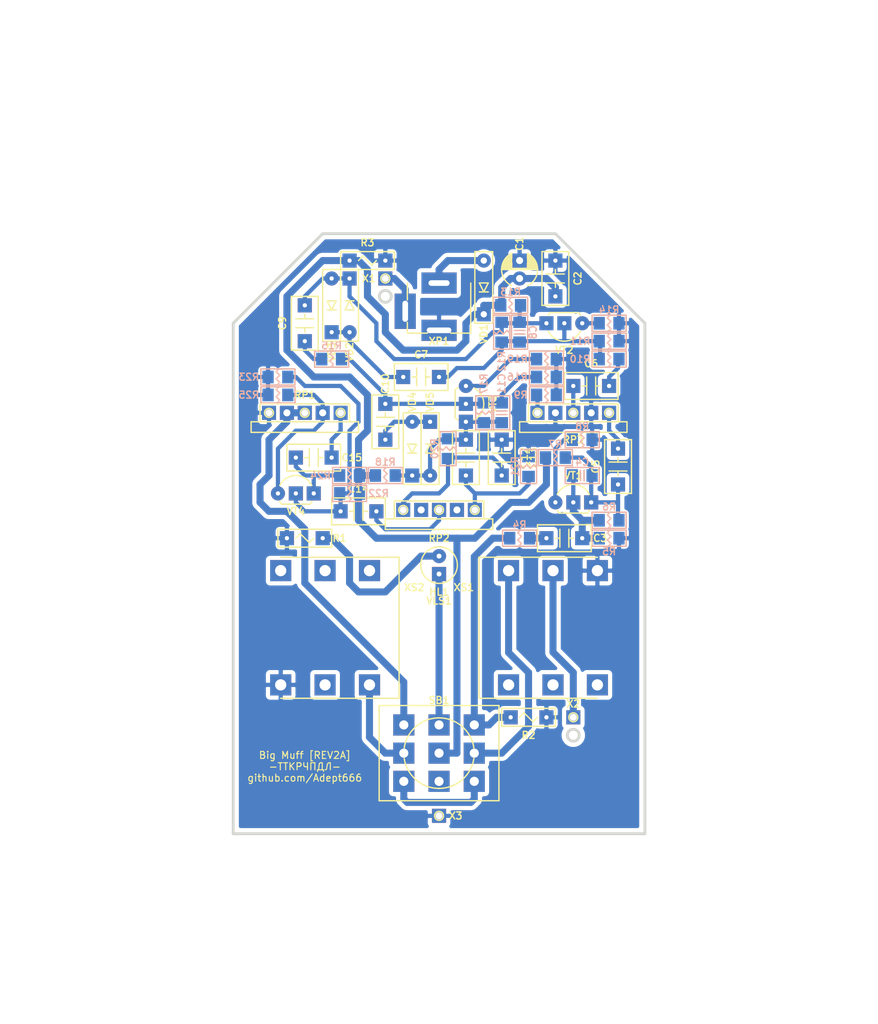
<source format=kicad_pcb>
(kicad_pcb (version 20171130) (host pcbnew 5.1.6-c6e7f7d~87~ubuntu19.10.1)

  (general
    (thickness 1.5)
    (drawings 10)
    (tracks 215)
    (zones 0)
    (modules 63)
    (nets 45)
  )

  (page A4 portrait)
  (title_block
    (title "Big Muff (NYC)")
    (date 2020-10-08)
    (rev 2A)
    (company "Igor Ivanov")
    (comment 1 https://github.com/Adept666)
    (comment 2 "This project is licensed under GNU General Public License v3.0 or later")
  )

  (layers
    (0 F.Cu jumper)
    (31 B.Cu signal)
    (36 B.SilkS user)
    (37 F.SilkS user)
    (38 B.Mask user)
    (40 Dwgs.User user)
    (41 Cmts.User user)
    (42 Eco1.User user)
    (43 Eco2.User user)
    (44 Edge.Cuts user)
    (45 Margin user)
    (46 B.CrtYd user)
    (47 F.CrtYd user)
    (48 B.Fab user)
    (49 F.Fab user)
  )

  (setup
    (last_trace_width 1)
    (user_trace_width 0.6)
    (trace_clearance 0)
    (zone_clearance 0.6)
    (zone_45_only no)
    (trace_min 0.2)
    (via_size 2)
    (via_drill 1)
    (via_min_size 0.4)
    (via_min_drill 0.3)
    (uvia_size 0.3)
    (uvia_drill 0.1)
    (uvias_allowed no)
    (uvia_min_size 0)
    (uvia_min_drill 0)
    (edge_width 0.4)
    (segment_width 0.2)
    (pcb_text_width 0.3)
    (pcb_text_size 1.5 1.5)
    (mod_edge_width 0.15)
    (mod_text_size 1 1)
    (mod_text_width 0.15)
    (pad_size 2 2)
    (pad_drill 1)
    (pad_to_mask_clearance 0.2)
    (solder_mask_min_width 0.25)
    (aux_axis_origin 0 0)
    (visible_elements 7FFFFFFF)
    (pcbplotparams
      (layerselection 0x20000_7ffffffe)
      (usegerberextensions false)
      (usegerberattributes false)
      (usegerberadvancedattributes false)
      (creategerberjobfile false)
      (excludeedgelayer false)
      (linewidth 0.100000)
      (plotframeref true)
      (viasonmask false)
      (mode 1)
      (useauxorigin false)
      (hpglpennumber 1)
      (hpglpenspeed 20)
      (hpglpendiameter 15.000000)
      (psnegative false)
      (psa4output false)
      (plotreference false)
      (plotvalue true)
      (plotinvisibletext false)
      (padsonsilk true)
      (subtractmaskfromsilk false)
      (outputformat 4)
      (mirror false)
      (drillshape 0)
      (scaleselection 1)
      (outputdirectory ""))
  )

  (net 0 "")
  (net 1 COM)
  (net 2 "Net-(HL1-PadC)")
  (net 3 /LED)
  (net 4 "Net-(SB1-PadNC1)")
  (net 5 "Net-(SB1-PadNC2)")
  (net 6 "Net-(XS1-PadSN)")
  (net 7 "Net-(XS1-PadRN)")
  (net 8 "Net-(XS1-PadTN)")
  (net 9 "Net-(XS2-PadSN)")
  (net 10 "Net-(XS2-PadTN)")
  (net 11 /IN-SCH)
  (net 12 /IN-CON)
  (net 13 /OUT-SCH)
  (net 14 /OUT-CON)
  (net 15 /PP3-POS)
  (net 16 /PP3-NEG)
  (net 17 "Net-(XS2-PadR)")
  (net 18 "Net-(XS2-PadRN)")
  (net 19 "Net-(VD1-PadA)")
  (net 20 "Net-(C3-Pad2)")
  (net 21 "Net-(C4-Pad2)")
  (net 22 "Net-(C5-Pad2)")
  (net 23 "Net-(C6-Pad1)")
  (net 24 "Net-(C6-Pad2)")
  (net 25 "Net-(C7-Pad1)")
  (net 26 "Net-(C7-Pad2)")
  (net 27 "Net-(C8-Pad2)")
  (net 28 "Net-(C9-Pad2)")
  (net 29 "Net-(C10-Pad1)")
  (net 30 "Net-(C10-Pad2)")
  (net 31 "Net-(C11-Pad2)")
  (net 32 "Net-(C12-Pad2)")
  (net 33 "Net-(C13-Pad1)")
  (net 34 "Net-(C14-Pad1)")
  (net 35 "Net-(C14-Pad2)")
  (net 36 "Net-(C15-Pad1)")
  (net 37 "Net-(C15-Pad2)")
  (net 38 "Net-(R8-Pad2)")
  (net 39 "Net-(C3-Pad1)")
  (net 40 "Net-(R9-Pad2)")
  (net 41 "Net-(R14-Pad2)")
  (net 42 "Net-(R19-Pad2)")
  (net 43 "Net-(R25-Pad2)")
  (net 44 V)

  (net_class Default "This is the default net class."
    (clearance 0)
    (trace_width 1)
    (via_dia 2)
    (via_drill 1)
    (uvia_dia 0.3)
    (uvia_drill 0.1)
    (add_net /IN-CON)
    (add_net /IN-SCH)
    (add_net /LED)
    (add_net /OUT-CON)
    (add_net /OUT-SCH)
    (add_net /PP3-NEG)
    (add_net /PP3-POS)
    (add_net COM)
    (add_net "Net-(C10-Pad1)")
    (add_net "Net-(C10-Pad2)")
    (add_net "Net-(C11-Pad2)")
    (add_net "Net-(C12-Pad2)")
    (add_net "Net-(C13-Pad1)")
    (add_net "Net-(C14-Pad1)")
    (add_net "Net-(C14-Pad2)")
    (add_net "Net-(C15-Pad1)")
    (add_net "Net-(C15-Pad2)")
    (add_net "Net-(C3-Pad1)")
    (add_net "Net-(C3-Pad2)")
    (add_net "Net-(C4-Pad2)")
    (add_net "Net-(C5-Pad2)")
    (add_net "Net-(C6-Pad1)")
    (add_net "Net-(C6-Pad2)")
    (add_net "Net-(C7-Pad1)")
    (add_net "Net-(C7-Pad2)")
    (add_net "Net-(C8-Pad2)")
    (add_net "Net-(C9-Pad2)")
    (add_net "Net-(HL1-PadC)")
    (add_net "Net-(R14-Pad2)")
    (add_net "Net-(R19-Pad2)")
    (add_net "Net-(R25-Pad2)")
    (add_net "Net-(R8-Pad2)")
    (add_net "Net-(R9-Pad2)")
    (add_net "Net-(SB1-PadNC1)")
    (add_net "Net-(SB1-PadNC2)")
    (add_net "Net-(VD1-PadA)")
    (add_net "Net-(XS1-PadRN)")
    (add_net "Net-(XS1-PadSN)")
    (add_net "Net-(XS1-PadTN)")
    (add_net "Net-(XS2-PadR)")
    (add_net "Net-(XS2-PadRN)")
    (add_net "Net-(XS2-PadSN)")
    (add_net "Net-(XS2-PadTN)")
    (add_net V)
  )

  (module SBKCL:RP-PDB181-K-F-PCB-RND (layer F.Cu) (tedit 5F7F3DEC) (tstamp 5E5B6DB9)
    (at 124.46 108.15)
    (path /5F3FC4FA)
    (fp_text reference RP3 (at 0 15.04) (layer F.SilkS)
      (effects (font (size 1 1) (thickness 0.2)))
    )
    (fp_text value A100K (at 0 11.23) (layer F.Fab)
      (effects (font (size 1 1) (thickness 0.2)))
    )
    (fp_circle (center -7.9 0) (end -6.4 0) (layer Eco1.User) (width 0.4))
    (fp_line (start 7.62 12.5) (end 7.62 14) (layer F.CrtYd) (width 0.1))
    (fp_line (start -7.62 12.5) (end -7.62 14) (layer F.CrtYd) (width 0.1))
    (fp_line (start 6.35 9.96) (end 6.35 12.5) (layer F.CrtYd) (width 0.1))
    (fp_line (start -6.35 9.96) (end -6.35 12.5) (layer F.CrtYd) (width 0.1))
    (fp_line (start -7.62 14) (end 7.62 14) (layer F.CrtYd) (width 0.1))
    (fp_line (start 6.35 12.5) (end 7.62 12.5) (layer F.CrtYd) (width 0.1))
    (fp_line (start -7.62 12.5) (end -6.35 12.5) (layer F.CrtYd) (width 0.1))
    (fp_line (start -6.35 9.96) (end 6.35 9.96) (layer F.CrtYd) (width 0.1))
    (fp_circle (center 5.08 11.23) (end 5.715 11.23) (layer F.SilkS) (width 0.2))
    (fp_circle (center 0 11.23) (end 0.635 11.23) (layer F.SilkS) (width 0.2))
    (fp_circle (center -5.08 11.23) (end -4.445 11.23) (layer F.SilkS) (width 0.2))
    (fp_line (start 7.62 12.5) (end 7.62 14) (layer F.SilkS) (width 0.2))
    (fp_line (start -7.62 12.5) (end -7.62 14) (layer F.SilkS) (width 0.2))
    (fp_line (start 6.35 9.96) (end 6.35 12.5) (layer F.SilkS) (width 0.2))
    (fp_line (start -6.35 9.96) (end -6.35 12.5) (layer F.SilkS) (width 0.2))
    (fp_line (start -7.62 14) (end 7.62 14) (layer F.SilkS) (width 0.2))
    (fp_line (start -7.62 12.5) (end 7.62 12.5) (layer F.SilkS) (width 0.2))
    (fp_line (start -6.35 9.96) (end 6.35 9.96) (layer F.SilkS) (width 0.2))
    (fp_line (start 6.35 9.96) (end 6.35 12.5) (layer F.Fab) (width 0.2))
    (fp_line (start -6.35 9.96) (end -6.35 12.5) (layer F.Fab) (width 0.2))
    (fp_line (start -6.35 9.96) (end 6.35 9.96) (layer F.Fab) (width 0.2))
    (fp_line (start 7.62 12.5) (end 7.62 14) (layer F.Fab) (width 0.2))
    (fp_line (start -7.62 12.5) (end -7.62 14) (layer F.Fab) (width 0.2))
    (fp_line (start -7.62 14) (end 7.62 14) (layer F.Fab) (width 0.2))
    (fp_line (start -7.62 12.5) (end 7.62 12.5) (layer F.Fab) (width 0.2))
    (fp_line (start -2.54 1.5) (end 2.54 1.5) (layer Dwgs.User) (width 0.2))
    (fp_circle (center 0 0) (end 3.7 0) (layer Eco1.User) (width 0.4))
    (fp_line (start -7.5 12.5) (end 7.5 12.5) (layer Dwgs.User) (width 0.2))
    (fp_line (start -7.3 -1.4) (end -7.3 1.4) (layer Dwgs.User) (width 0.2))
    (fp_line (start -8.383913 1.4) (end -7.3 1.4) (layer Dwgs.User) (width 0.2))
    (fp_line (start -8.383913 -1.4) (end -7.3 -1.4) (layer Dwgs.User) (width 0.2))
    (fp_circle (center 0 0) (end 8.5 0) (layer Dwgs.User) (width 0.2))
    (fp_line (start -7.5 4) (end -7.5 12.5) (layer Dwgs.User) (width 0.2))
    (fp_line (start 7.5 4) (end 7.5 12.5) (layer Dwgs.User) (width 0.2))
    (fp_circle (center 0 0) (end 3 0) (layer Dwgs.User) (width 0.2))
    (fp_circle (center 0 0) (end 3.5 0) (layer Dwgs.User) (width 0.2))
    (pad 3 thru_hole rect (at 5.08 11.23) (size 2 2) (drill 1) (layers B.Cu B.Mask)
      (net 22 "Net-(C5-Pad2)"))
    (pad NC2 thru_hole rect (at 2.54 11.23) (size 2 2) (drill 1) (layers B.Cu B.Mask))
    (pad 2 thru_hole rect (at 0 11.23) (size 2 2) (drill 1) (layers B.Cu B.Mask)
      (net 23 "Net-(C6-Pad1)"))
    (pad NC1 thru_hole rect (at -2.54 11.23) (size 2 2) (drill 1) (layers B.Cu B.Mask))
    (pad 1 thru_hole rect (at -5.08 11.23) (size 2 2) (drill 1) (layers B.Cu B.Mask)
      (net 40 "Net-(R9-Pad2)"))
  )

  (module SBKCL:RP-PDB181-K-F-PCB-RND (layer F.Cu) (tedit 5F7F3DEC) (tstamp 5F7F73E9)
    (at 105.41 121.92)
    (path /5F3FC4FC)
    (fp_text reference RP2 (at 0 15.24) (layer F.SilkS)
      (effects (font (size 1 1) (thickness 0.2)))
    )
    (fp_text value B100K (at 0 11.43) (layer F.Fab)
      (effects (font (size 1 1) (thickness 0.2)))
    )
    (fp_circle (center -7.9 0) (end -6.4 0) (layer Eco1.User) (width 0.4))
    (fp_line (start 7.62 12.5) (end 7.62 14) (layer F.CrtYd) (width 0.1))
    (fp_line (start -7.62 12.5) (end -7.62 14) (layer F.CrtYd) (width 0.1))
    (fp_line (start 6.35 9.96) (end 6.35 12.5) (layer F.CrtYd) (width 0.1))
    (fp_line (start -6.35 9.96) (end -6.35 12.5) (layer F.CrtYd) (width 0.1))
    (fp_line (start -7.62 14) (end 7.62 14) (layer F.CrtYd) (width 0.1))
    (fp_line (start 6.35 12.5) (end 7.62 12.5) (layer F.CrtYd) (width 0.1))
    (fp_line (start -7.62 12.5) (end -6.35 12.5) (layer F.CrtYd) (width 0.1))
    (fp_line (start -6.35 9.96) (end 6.35 9.96) (layer F.CrtYd) (width 0.1))
    (fp_circle (center 5.08 11.23) (end 5.715 11.23) (layer F.SilkS) (width 0.2))
    (fp_circle (center 0 11.23) (end 0.635 11.23) (layer F.SilkS) (width 0.2))
    (fp_circle (center -5.08 11.23) (end -4.445 11.23) (layer F.SilkS) (width 0.2))
    (fp_line (start 7.62 12.5) (end 7.62 14) (layer F.SilkS) (width 0.2))
    (fp_line (start -7.62 12.5) (end -7.62 14) (layer F.SilkS) (width 0.2))
    (fp_line (start 6.35 9.96) (end 6.35 12.5) (layer F.SilkS) (width 0.2))
    (fp_line (start -6.35 9.96) (end -6.35 12.5) (layer F.SilkS) (width 0.2))
    (fp_line (start -7.62 14) (end 7.62 14) (layer F.SilkS) (width 0.2))
    (fp_line (start -7.62 12.5) (end 7.62 12.5) (layer F.SilkS) (width 0.2))
    (fp_line (start -6.35 9.96) (end 6.35 9.96) (layer F.SilkS) (width 0.2))
    (fp_line (start 6.35 9.96) (end 6.35 12.5) (layer F.Fab) (width 0.2))
    (fp_line (start -6.35 9.96) (end -6.35 12.5) (layer F.Fab) (width 0.2))
    (fp_line (start -6.35 9.96) (end 6.35 9.96) (layer F.Fab) (width 0.2))
    (fp_line (start 7.62 12.5) (end 7.62 14) (layer F.Fab) (width 0.2))
    (fp_line (start -7.62 12.5) (end -7.62 14) (layer F.Fab) (width 0.2))
    (fp_line (start -7.62 14) (end 7.62 14) (layer F.Fab) (width 0.2))
    (fp_line (start -7.62 12.5) (end 7.62 12.5) (layer F.Fab) (width 0.2))
    (fp_line (start -2.54 1.5) (end 2.54 1.5) (layer Dwgs.User) (width 0.2))
    (fp_circle (center 0 0) (end 3.7 0) (layer Eco1.User) (width 0.4))
    (fp_line (start -7.5 12.5) (end 7.5 12.5) (layer Dwgs.User) (width 0.2))
    (fp_line (start -7.3 -1.4) (end -7.3 1.4) (layer Dwgs.User) (width 0.2))
    (fp_line (start -8.383913 1.4) (end -7.3 1.4) (layer Dwgs.User) (width 0.2))
    (fp_line (start -8.383913 -1.4) (end -7.3 -1.4) (layer Dwgs.User) (width 0.2))
    (fp_circle (center 0 0) (end 8.5 0) (layer Dwgs.User) (width 0.2))
    (fp_line (start -7.5 4) (end -7.5 12.5) (layer Dwgs.User) (width 0.2))
    (fp_line (start 7.5 4) (end 7.5 12.5) (layer Dwgs.User) (width 0.2))
    (fp_circle (center 0 0) (end 3 0) (layer Dwgs.User) (width 0.2))
    (fp_circle (center 0 0) (end 3.5 0) (layer Dwgs.User) (width 0.2))
    (pad 3 thru_hole rect (at 5.08 11.23) (size 2 2) (drill 1) (layers B.Cu B.Mask)
      (net 32 "Net-(C12-Pad2)"))
    (pad NC2 thru_hole rect (at 2.54 11.23) (size 2 2) (drill 1) (layers B.Cu B.Mask))
    (pad 2 thru_hole rect (at 0 11.23) (size 2 2) (drill 1) (layers B.Cu B.Mask)
      (net 34 "Net-(C14-Pad1)"))
    (pad NC1 thru_hole rect (at -2.54 11.23) (size 2 2) (drill 1) (layers B.Cu B.Mask))
    (pad 1 thru_hole rect (at -5.08 11.23) (size 2 2) (drill 1) (layers B.Cu B.Mask)
      (net 33 "Net-(C13-Pad1)"))
  )

  (module SBKCL:RP-PDB181-K-F-PCB-RND (layer F.Cu) (tedit 5F7F3DEC) (tstamp 5F457720)
    (at 86.36 108.15)
    (path /5F3FC4FD)
    (fp_text reference RP1 (at 0 8.69) (layer F.SilkS)
      (effects (font (size 1 1) (thickness 0.2)))
    )
    (fp_text value A100K (at 0 11.23) (layer F.Fab)
      (effects (font (size 1 1) (thickness 0.2)))
    )
    (fp_circle (center -7.9 0) (end -6.4 0) (layer Eco1.User) (width 0.4))
    (fp_line (start 7.62 12.5) (end 7.62 14) (layer F.CrtYd) (width 0.1))
    (fp_line (start -7.62 12.5) (end -7.62 14) (layer F.CrtYd) (width 0.1))
    (fp_line (start 6.35 9.96) (end 6.35 12.5) (layer F.CrtYd) (width 0.1))
    (fp_line (start -6.35 9.96) (end -6.35 12.5) (layer F.CrtYd) (width 0.1))
    (fp_line (start -7.62 14) (end 7.62 14) (layer F.CrtYd) (width 0.1))
    (fp_line (start 6.35 12.5) (end 7.62 12.5) (layer F.CrtYd) (width 0.1))
    (fp_line (start -7.62 12.5) (end -6.35 12.5) (layer F.CrtYd) (width 0.1))
    (fp_line (start -6.35 9.96) (end 6.35 9.96) (layer F.CrtYd) (width 0.1))
    (fp_circle (center 5.08 11.23) (end 5.715 11.23) (layer F.SilkS) (width 0.2))
    (fp_circle (center 0 11.23) (end 0.635 11.23) (layer F.SilkS) (width 0.2))
    (fp_circle (center -5.08 11.23) (end -4.445 11.23) (layer F.SilkS) (width 0.2))
    (fp_line (start 7.62 12.5) (end 7.62 14) (layer F.SilkS) (width 0.2))
    (fp_line (start -7.62 12.5) (end -7.62 14) (layer F.SilkS) (width 0.2))
    (fp_line (start 6.35 9.96) (end 6.35 12.5) (layer F.SilkS) (width 0.2))
    (fp_line (start -6.35 9.96) (end -6.35 12.5) (layer F.SilkS) (width 0.2))
    (fp_line (start -7.62 14) (end 7.62 14) (layer F.SilkS) (width 0.2))
    (fp_line (start -7.62 12.5) (end 7.62 12.5) (layer F.SilkS) (width 0.2))
    (fp_line (start -6.35 9.96) (end 6.35 9.96) (layer F.SilkS) (width 0.2))
    (fp_line (start 6.35 9.96) (end 6.35 12.5) (layer F.Fab) (width 0.2))
    (fp_line (start -6.35 9.96) (end -6.35 12.5) (layer F.Fab) (width 0.2))
    (fp_line (start -6.35 9.96) (end 6.35 9.96) (layer F.Fab) (width 0.2))
    (fp_line (start 7.62 12.5) (end 7.62 14) (layer F.Fab) (width 0.2))
    (fp_line (start -7.62 12.5) (end -7.62 14) (layer F.Fab) (width 0.2))
    (fp_line (start -7.62 14) (end 7.62 14) (layer F.Fab) (width 0.2))
    (fp_line (start -7.62 12.5) (end 7.62 12.5) (layer F.Fab) (width 0.2))
    (fp_line (start -2.54 1.5) (end 2.54 1.5) (layer Dwgs.User) (width 0.2))
    (fp_circle (center 0 0) (end 3.7 0) (layer Eco1.User) (width 0.4))
    (fp_line (start -7.5 12.5) (end 7.5 12.5) (layer Dwgs.User) (width 0.2))
    (fp_line (start -7.3 -1.4) (end -7.3 1.4) (layer Dwgs.User) (width 0.2))
    (fp_line (start -8.383913 1.4) (end -7.3 1.4) (layer Dwgs.User) (width 0.2))
    (fp_line (start -8.383913 -1.4) (end -7.3 -1.4) (layer Dwgs.User) (width 0.2))
    (fp_circle (center 0 0) (end 8.5 0) (layer Dwgs.User) (width 0.2))
    (fp_line (start -7.5 4) (end -7.5 12.5) (layer Dwgs.User) (width 0.2))
    (fp_line (start 7.5 4) (end 7.5 12.5) (layer Dwgs.User) (width 0.2))
    (fp_circle (center 0 0) (end 3 0) (layer Dwgs.User) (width 0.2))
    (fp_circle (center 0 0) (end 3.5 0) (layer Dwgs.User) (width 0.2))
    (pad 3 thru_hole rect (at 5.08 11.23) (size 2 2) (drill 1) (layers B.Cu B.Mask)
      (net 37 "Net-(C15-Pad2)"))
    (pad NC2 thru_hole rect (at 2.54 11.23) (size 2 2) (drill 1) (layers B.Cu B.Mask))
    (pad 2 thru_hole rect (at 0 11.23) (size 2 2) (drill 1) (layers B.Cu B.Mask)
      (net 13 /OUT-SCH))
    (pad NC1 thru_hole rect (at -2.54 11.23) (size 2 2) (drill 1) (layers B.Cu B.Mask))
    (pad 1 thru_hole rect (at -5.08 11.23) (size 2 2) (drill 1) (layers B.Cu B.Mask)
      (net 1 COM))
  )

  (module SBKCL:B013_big_muff_r2a locked (layer F.Cu) (tedit 5F641B2E) (tstamp 5F50226F)
    (at 105.41 148.59)
    (path /5E73CB02)
    (fp_text reference VE1 (at 0 54.61) (layer F.SilkS) hide
      (effects (font (size 1 1) (thickness 0.2)))
    )
    (fp_text value B013 (at 0 53.34) (layer F.Fab) hide
      (effects (font (size 1 1) (thickness 0.2)))
    )
    (fp_circle (center 43.95 1.27) (end 49.95 1.27) (layer Eco1.User) (width 0.4))
    (fp_circle (center -43.95 1.27) (end -37.95 1.27) (layer Eco1.User) (width 0.4))
    (fp_circle (center 0 -71) (end 5.5 -71) (layer Eco1.User) (width 0.4))
    (fp_line (start 58.1 -57.25) (end 58.1 57.25) (layer Eco1.User) (width 0.4))
    (fp_line (start -58.1 -57.25) (end -58.1 57.25) (layer Eco1.User) (width 0.4))
    (fp_line (start -31.8 -83.55) (end 31.8 -83.55) (layer Eco1.User) (width 0.4))
    (fp_line (start 62.1 -57.25) (end 62.1 57.25) (layer Eco1.User) (width 0.4))
    (fp_line (start -62.1 -57.25) (end -62.1 57.25) (layer Eco1.User) (width 0.4))
    (fp_line (start 31.8 -87.55) (end 31.8 -57.25) (layer Eco1.User) (width 0.4))
    (fp_line (start -31.8 -87.55) (end -31.8 -57.25) (layer Eco1.User) (width 0.4))
    (fp_line (start 31.8 57.25) (end 62.1 57.25) (layer Eco1.User) (width 0.4))
    (fp_line (start -62.1 57.25) (end -31.8 57.25) (layer Eco1.User) (width 0.4))
    (fp_line (start 31.8 -57.25) (end 62.1 -57.25) (layer Eco1.User) (width 0.4))
    (fp_line (start -62.1 -57.25) (end -31.8 -57.25) (layer Eco1.User) (width 0.4))
    (fp_line (start -31.8 -87.55) (end 31.8 -87.55) (layer Eco1.User) (width 0.4))
    (fp_line (start -31.8 -57.25) (end 31.8 -57.25) (layer Eco1.User) (width 0.4))
    (fp_line (start -31.8 57.25) (end 31.8 57.25) (layer Eco1.User) (width 0.4))
    (fp_line (start -31.8 -57.25) (end -31.8 57.25) (layer Eco1.User) (width 0.4))
    (fp_line (start 31.8 -57.25) (end 31.8 57.25) (layer Eco1.User) (width 0.4))
    (fp_line (start -30.45 -55.75) (end 30.45 -55.75) (layer Eco1.User) (width 0.4))
    (fp_line (start -30.45 55.75) (end 30.45 55.75) (layer Eco1.User) (width 0.4))
    (fp_line (start -30.45 -55.75) (end -30.45 55.75) (layer Eco1.User) (width 0.4))
    (fp_line (start 30.45 -55.75) (end 30.45 55.75) (layer Eco1.User) (width 0.4))
    (fp_circle (center -27.1 -52.25) (end -25.6 -52.25) (layer Eco1.User) (width 0.4))
    (fp_circle (center 27.1 -52.25) (end 28.6 -52.25) (layer Eco1.User) (width 0.4))
    (fp_circle (center -27.1 52.25) (end -25.6 52.25) (layer Eco1.User) (width 0.4))
    (fp_circle (center 27.1 52.25) (end 28.6 52.25) (layer Eco1.User) (width 0.4))
    (fp_line (start -30.45 -49) (end -27.1 -49) (layer Eco1.User) (width 0.4))
    (fp_line (start 27.1 -49) (end 30.45 -49) (layer Eco1.User) (width 0.4))
    (fp_line (start -30.45 49) (end -27.1 49) (layer Eco1.User) (width 0.4))
    (fp_line (start 27.1 49) (end 30.45 49) (layer Eco1.User) (width 0.4))
    (fp_line (start -23.85 -55.75) (end -23.85 -52.25) (layer Eco1.User) (width 0.4))
    (fp_line (start 23.85 -55.75) (end 23.85 -52.25) (layer Eco1.User) (width 0.4))
    (fp_line (start -23.85 52.25) (end -23.85 55.75) (layer Eco1.User) (width 0.4))
    (fp_line (start 23.85 52.25) (end 23.85 55.75) (layer Eco1.User) (width 0.4))
    (fp_arc (start 27.1 52.25) (end 27.1 49) (angle -90) (layer Eco1.User) (width 0.4))
    (fp_arc (start -27.1 52.25) (end -23.85 52.25) (angle -90) (layer Eco1.User) (width 0.4))
    (fp_arc (start 27.1 -52.25) (end 23.85 -52.25) (angle -90) (layer Eco1.User) (width 0.4))
    (fp_arc (start -27.1 -52.25) (end -27.1 -49) (angle -90) (layer Eco1.User) (width 0.4))
  )

  (module KCL:R-MFR-12 (layer F.Cu) (tedit 5D7AAF20) (tstamp 5F406881)
    (at 95.25 97.79 180)
    (path /5F414B0E)
    (fp_text reference R3 (at 0 2.54) (layer F.SilkS)
      (effects (font (size 1 1) (thickness 0.2)))
    )
    (fp_text value 223 (at 0 0) (layer F.Fab)
      (effects (font (size 1 1) (thickness 0.2)))
    )
    (fp_line (start -1.7 -0.95) (end 1.7 -0.95) (layer F.Fab) (width 0.2))
    (fp_line (start -1.7 0.95) (end 1.7 0.95) (layer F.Fab) (width 0.2))
    (fp_line (start -1.7 -0.95) (end -1.7 0.95) (layer F.Fab) (width 0.2))
    (fp_line (start 1.7 -0.95) (end 1.7 0.95) (layer F.Fab) (width 0.2))
    (fp_line (start -3.81 -1.27) (end 3.81 -1.27) (layer F.SilkS) (width 0.2))
    (fp_line (start -3.81 1.27) (end 3.81 1.27) (layer F.SilkS) (width 0.2))
    (fp_line (start -3.81 -1.27) (end -3.81 1.27) (layer F.SilkS) (width 0.2))
    (fp_line (start 3.81 -1.27) (end 3.81 1.27) (layer F.SilkS) (width 0.2))
    (fp_line (start -3.81 -1.27) (end 3.81 -1.27) (layer F.CrtYd) (width 0.1))
    (fp_line (start 3.81 -1.27) (end 3.81 1.27) (layer F.CrtYd) (width 0.1))
    (fp_line (start 3.81 1.27) (end -3.81 1.27) (layer F.CrtYd) (width 0.1))
    (fp_line (start -3.81 1.27) (end -3.81 -1.27) (layer F.CrtYd) (width 0.1))
    (fp_line (start -1.27 0) (end -0.635 -0.635) (layer F.SilkS) (width 0.2))
    (fp_line (start -0.635 -0.635) (end 0.635 0.635) (layer F.SilkS) (width 0.2))
    (fp_line (start 0.635 0.635) (end 1.27 0) (layer F.SilkS) (width 0.2))
    (pad 1 thru_hole rect (at -2.54 0 180) (size 2 2) (drill 0.6) (layers *.Cu *.Mask)
      (net 1 COM))
    (pad 2 thru_hole rect (at 2.54 0 180) (size 2 2) (drill 0.6) (layers *.Cu *.Mask)
      (net 44 V))
  )

  (module KCL:C-SM-1206 (layer B.Cu) (tedit 5F453DFF) (tstamp 5F4286E2)
    (at 114.3 119.38 270)
    (path /5E8C5900)
    (fp_text reference C11 (at -2.54 0 270) (layer B.SilkS)
      (effects (font (size 1 1) (thickness 0.2)) (justify right mirror))
    )
    (fp_text value 471 (at 0 0 270) (layer B.Fab)
      (effects (font (size 1 1) (thickness 0.2)) (justify mirror))
    )
    (fp_line (start -1.6 0.8) (end -1.6 -0.8) (layer B.Fab) (width 0.2))
    (fp_line (start -1.6 -0.8) (end 1.6 -0.8) (layer B.Fab) (width 0.2))
    (fp_line (start 1.6 0.8) (end 1.6 -0.8) (layer B.Fab) (width 0.2))
    (fp_line (start -1.6 0.8) (end 1.6 0.8) (layer B.Fab) (width 0.2))
    (fp_line (start -2.413 1.143) (end -2.413 -1.143) (layer B.SilkS) (width 0.2))
    (fp_line (start 2.413 1.143) (end 2.413 -1.143) (layer B.SilkS) (width 0.2))
    (fp_line (start -0.254 0.762) (end -0.254 -0.762) (layer B.SilkS) (width 0.2))
    (fp_line (start 0.254 0.762) (end 0.254 -0.762) (layer B.SilkS) (width 0.2))
    (fp_line (start -2.413 1.143) (end 2.413 1.143) (layer B.SilkS) (width 0.2))
    (fp_line (start -2.413 -1.143) (end 2.413 -1.143) (layer B.SilkS) (width 0.2))
    (fp_line (start -2.413 -1.143) (end -2.413 1.143) (layer B.CrtYd) (width 0.1))
    (fp_line (start 2.413 -1.143) (end -2.413 -1.143) (layer B.CrtYd) (width 0.1))
    (fp_line (start 2.413 1.143) (end 2.413 -1.143) (layer B.CrtYd) (width 0.1))
    (fp_line (start -2.413 1.143) (end 2.413 1.143) (layer B.CrtYd) (width 0.1))
    (pad 2 smd rect (at 1.4 0 270) (size 1.6 1.8) (layers B.Cu B.Mask)
      (net 31 "Net-(C11-Pad2)"))
    (pad 1 smd rect (at -1.4 0 270) (size 1.6 1.8) (layers B.Cu B.Mask)
      (net 29 "Net-(C10-Pad1)"))
  )

  (module KCL:C-SM-1206 (layer B.Cu) (tedit 5F453DFF) (tstamp 5F4251A3)
    (at 116.84 107.95 90)
    (path /5EBF2A40)
    (fp_text reference C8 (at 0 1.905 270) (layer B.SilkS)
      (effects (font (size 1 1) (thickness 0.2)) (justify mirror))
    )
    (fp_text value 471 (at 0 0 270) (layer B.Fab)
      (effects (font (size 1 1) (thickness 0.2)) (justify mirror))
    )
    (fp_line (start -1.6 0.8) (end -1.6 -0.8) (layer B.Fab) (width 0.2))
    (fp_line (start -1.6 -0.8) (end 1.6 -0.8) (layer B.Fab) (width 0.2))
    (fp_line (start 1.6 0.8) (end 1.6 -0.8) (layer B.Fab) (width 0.2))
    (fp_line (start -1.6 0.8) (end 1.6 0.8) (layer B.Fab) (width 0.2))
    (fp_line (start -2.413 1.143) (end -2.413 -1.143) (layer B.SilkS) (width 0.2))
    (fp_line (start 2.413 1.143) (end 2.413 -1.143) (layer B.SilkS) (width 0.2))
    (fp_line (start -0.254 0.762) (end -0.254 -0.762) (layer B.SilkS) (width 0.2))
    (fp_line (start 0.254 0.762) (end 0.254 -0.762) (layer B.SilkS) (width 0.2))
    (fp_line (start -2.413 1.143) (end 2.413 1.143) (layer B.SilkS) (width 0.2))
    (fp_line (start -2.413 -1.143) (end 2.413 -1.143) (layer B.SilkS) (width 0.2))
    (fp_line (start -2.413 -1.143) (end -2.413 1.143) (layer B.CrtYd) (width 0.1))
    (fp_line (start 2.413 -1.143) (end -2.413 -1.143) (layer B.CrtYd) (width 0.1))
    (fp_line (start 2.413 1.143) (end 2.413 -1.143) (layer B.CrtYd) (width 0.1))
    (fp_line (start -2.413 1.143) (end 2.413 1.143) (layer B.CrtYd) (width 0.1))
    (pad 2 smd rect (at 1.4 0 90) (size 1.6 1.8) (layers B.Cu B.Mask)
      (net 27 "Net-(C8-Pad2)"))
    (pad 1 smd rect (at -1.4 0 90) (size 1.6 1.8) (layers B.Cu B.Mask)
      (net 25 "Net-(C7-Pad1)"))
  )

  (module KCL:C-SM-1206 (layer B.Cu) (tedit 5F453DFF) (tstamp 5F3B715A)
    (at 125.73 128.27)
    (path /5E56234D)
    (fp_text reference C4 (at 0 -1.905) (layer B.SilkS)
      (effects (font (size 1 1) (thickness 0.2)) (justify mirror))
    )
    (fp_text value 471 (at 0 0) (layer B.Fab)
      (effects (font (size 1 1) (thickness 0.2)) (justify mirror))
    )
    (fp_line (start -1.6 0.8) (end -1.6 -0.8) (layer B.Fab) (width 0.2))
    (fp_line (start -1.6 -0.8) (end 1.6 -0.8) (layer B.Fab) (width 0.2))
    (fp_line (start 1.6 0.8) (end 1.6 -0.8) (layer B.Fab) (width 0.2))
    (fp_line (start -1.6 0.8) (end 1.6 0.8) (layer B.Fab) (width 0.2))
    (fp_line (start -2.413 1.143) (end -2.413 -1.143) (layer B.SilkS) (width 0.2))
    (fp_line (start 2.413 1.143) (end 2.413 -1.143) (layer B.SilkS) (width 0.2))
    (fp_line (start -0.254 0.762) (end -0.254 -0.762) (layer B.SilkS) (width 0.2))
    (fp_line (start 0.254 0.762) (end 0.254 -0.762) (layer B.SilkS) (width 0.2))
    (fp_line (start -2.413 1.143) (end 2.413 1.143) (layer B.SilkS) (width 0.2))
    (fp_line (start -2.413 -1.143) (end 2.413 -1.143) (layer B.SilkS) (width 0.2))
    (fp_line (start -2.413 -1.143) (end -2.413 1.143) (layer B.CrtYd) (width 0.1))
    (fp_line (start 2.413 -1.143) (end -2.413 -1.143) (layer B.CrtYd) (width 0.1))
    (fp_line (start 2.413 1.143) (end 2.413 -1.143) (layer B.CrtYd) (width 0.1))
    (fp_line (start -2.413 1.143) (end 2.413 1.143) (layer B.CrtYd) (width 0.1))
    (pad 2 smd rect (at 1.4 0) (size 1.6 1.8) (layers B.Cu B.Mask)
      (net 21 "Net-(C4-Pad2)"))
    (pad 1 smd rect (at -1.4 0) (size 1.6 1.8) (layers B.Cu B.Mask)
      (net 20 "Net-(C3-Pad2)"))
  )

  (module KCL:R-SM-1206 (layer B.Cu) (tedit 5E86DED5) (tstamp 5F3B4B6E)
    (at 82.55 116.84)
    (path /5EBBDC25)
    (fp_text reference R25 (at -2.54 0) (layer B.SilkS)
      (effects (font (size 1 1) (thickness 0.2)) (justify left mirror))
    )
    (fp_text value 202 (at 0 0) (layer B.Fab)
      (effects (font (size 1 1) (thickness 0.2)) (justify mirror))
    )
    (fp_line (start -2.413 1.143) (end 2.413 1.143) (layer B.CrtYd) (width 0.1))
    (fp_line (start 2.413 1.143) (end 2.413 -1.143) (layer B.CrtYd) (width 0.1))
    (fp_line (start 2.413 -1.143) (end -2.413 -1.143) (layer B.CrtYd) (width 0.1))
    (fp_line (start -2.413 -1.143) (end -2.413 1.143) (layer B.CrtYd) (width 0.1))
    (fp_line (start -0.254 0.254) (end 0.254 0.762) (layer B.SilkS) (width 0.2))
    (fp_line (start 0.254 0.762) (end -0.127 1.143) (layer B.SilkS) (width 0.2))
    (fp_line (start -0.254 0.254) (end 0.254 -0.254) (layer B.SilkS) (width 0.2))
    (fp_line (start 0.254 -0.254) (end -0.254 -0.762) (layer B.SilkS) (width 0.2))
    (fp_line (start -0.254 -0.762) (end 0.127 -1.143) (layer B.SilkS) (width 0.2))
    (fp_line (start -2.413 -1.143) (end 2.413 -1.143) (layer B.SilkS) (width 0.2))
    (fp_line (start -2.413 1.143) (end 2.413 1.143) (layer B.SilkS) (width 0.2))
    (fp_line (start 2.413 1.143) (end 2.413 -1.143) (layer B.SilkS) (width 0.2))
    (fp_line (start -2.413 1.143) (end -2.413 -1.143) (layer B.SilkS) (width 0.2))
    (fp_line (start -1.6 0.8) (end 1.6 0.8) (layer B.Fab) (width 0.2))
    (fp_line (start 1.6 0.8) (end 1.6 -0.8) (layer B.Fab) (width 0.2))
    (fp_line (start -1.6 -0.8) (end 1.6 -0.8) (layer B.Fab) (width 0.2))
    (fp_line (start -1.6 0.8) (end -1.6 -0.8) (layer B.Fab) (width 0.2))
    (pad 2 smd rect (at 1.4 0) (size 1.6 1.8) (layers B.Cu B.Mask)
      (net 43 "Net-(R25-Pad2)"))
    (pad 1 smd rect (at -1.4 0) (size 1.6 1.8) (layers B.Cu B.Mask)
      (net 1 COM))
  )

  (module KCL:R-SM-1206 (layer B.Cu) (tedit 5E86DED5) (tstamp 5F3BF02A)
    (at 92.71 128.27)
    (path /5ECA3DF1)
    (fp_text reference R24 (at -2.54 0) (layer B.SilkS)
      (effects (font (size 1 1) (thickness 0.2)) (justify left mirror))
    )
    (fp_text value 103 (at 0 0) (layer B.Fab)
      (effects (font (size 1 1) (thickness 0.2)) (justify mirror))
    )
    (fp_line (start -2.413 1.143) (end 2.413 1.143) (layer B.CrtYd) (width 0.1))
    (fp_line (start 2.413 1.143) (end 2.413 -1.143) (layer B.CrtYd) (width 0.1))
    (fp_line (start 2.413 -1.143) (end -2.413 -1.143) (layer B.CrtYd) (width 0.1))
    (fp_line (start -2.413 -1.143) (end -2.413 1.143) (layer B.CrtYd) (width 0.1))
    (fp_line (start -0.254 0.254) (end 0.254 0.762) (layer B.SilkS) (width 0.2))
    (fp_line (start 0.254 0.762) (end -0.127 1.143) (layer B.SilkS) (width 0.2))
    (fp_line (start -0.254 0.254) (end 0.254 -0.254) (layer B.SilkS) (width 0.2))
    (fp_line (start 0.254 -0.254) (end -0.254 -0.762) (layer B.SilkS) (width 0.2))
    (fp_line (start -0.254 -0.762) (end 0.127 -1.143) (layer B.SilkS) (width 0.2))
    (fp_line (start -2.413 -1.143) (end 2.413 -1.143) (layer B.SilkS) (width 0.2))
    (fp_line (start -2.413 1.143) (end 2.413 1.143) (layer B.SilkS) (width 0.2))
    (fp_line (start 2.413 1.143) (end 2.413 -1.143) (layer B.SilkS) (width 0.2))
    (fp_line (start -2.413 1.143) (end -2.413 -1.143) (layer B.SilkS) (width 0.2))
    (fp_line (start -1.6 0.8) (end 1.6 0.8) (layer B.Fab) (width 0.2))
    (fp_line (start 1.6 0.8) (end 1.6 -0.8) (layer B.Fab) (width 0.2))
    (fp_line (start -1.6 -0.8) (end 1.6 -0.8) (layer B.Fab) (width 0.2))
    (fp_line (start -1.6 0.8) (end -1.6 -0.8) (layer B.Fab) (width 0.2))
    (pad 2 smd rect (at 1.4 0) (size 1.6 1.8) (layers B.Cu B.Mask)
      (net 44 V))
    (pad 1 smd rect (at -1.4 0) (size 1.6 1.8) (layers B.Cu B.Mask)
      (net 36 "Net-(C15-Pad1)"))
  )

  (module KCL:R-SM-1206 (layer B.Cu) (tedit 5E86DED5) (tstamp 5F3B4B40)
    (at 82.55 114.3)
    (path /5EBBDC36)
    (fp_text reference R23 (at -2.54 0) (layer B.SilkS)
      (effects (font (size 1 1) (thickness 0.2)) (justify left mirror))
    )
    (fp_text value 104 (at 0 0) (layer B.Fab)
      (effects (font (size 1 1) (thickness 0.2)) (justify mirror))
    )
    (fp_line (start -2.413 1.143) (end 2.413 1.143) (layer B.CrtYd) (width 0.1))
    (fp_line (start 2.413 1.143) (end 2.413 -1.143) (layer B.CrtYd) (width 0.1))
    (fp_line (start 2.413 -1.143) (end -2.413 -1.143) (layer B.CrtYd) (width 0.1))
    (fp_line (start -2.413 -1.143) (end -2.413 1.143) (layer B.CrtYd) (width 0.1))
    (fp_line (start -0.254 0.254) (end 0.254 0.762) (layer B.SilkS) (width 0.2))
    (fp_line (start 0.254 0.762) (end -0.127 1.143) (layer B.SilkS) (width 0.2))
    (fp_line (start -0.254 0.254) (end 0.254 -0.254) (layer B.SilkS) (width 0.2))
    (fp_line (start 0.254 -0.254) (end -0.254 -0.762) (layer B.SilkS) (width 0.2))
    (fp_line (start -0.254 -0.762) (end 0.127 -1.143) (layer B.SilkS) (width 0.2))
    (fp_line (start -2.413 -1.143) (end 2.413 -1.143) (layer B.SilkS) (width 0.2))
    (fp_line (start -2.413 1.143) (end 2.413 1.143) (layer B.SilkS) (width 0.2))
    (fp_line (start 2.413 1.143) (end 2.413 -1.143) (layer B.SilkS) (width 0.2))
    (fp_line (start -2.413 1.143) (end -2.413 -1.143) (layer B.SilkS) (width 0.2))
    (fp_line (start -1.6 0.8) (end 1.6 0.8) (layer B.Fab) (width 0.2))
    (fp_line (start 1.6 0.8) (end 1.6 -0.8) (layer B.Fab) (width 0.2))
    (fp_line (start -1.6 -0.8) (end 1.6 -0.8) (layer B.Fab) (width 0.2))
    (fp_line (start -1.6 0.8) (end -1.6 -0.8) (layer B.Fab) (width 0.2))
    (pad 2 smd rect (at 1.4 0) (size 1.6 1.8) (layers B.Cu B.Mask)
      (net 35 "Net-(C14-Pad2)"))
    (pad 1 smd rect (at -1.4 0) (size 1.6 1.8) (layers B.Cu B.Mask)
      (net 1 COM))
  )

  (module KCL:R-SM-1206 (layer B.Cu) (tedit 5E86DED5) (tstamp 5F3B4B29)
    (at 92.71 130.81)
    (path /5ECA3DFA)
    (fp_text reference R22 (at 2.54 0) (layer B.SilkS)
      (effects (font (size 1 1) (thickness 0.2)) (justify right mirror))
    )
    (fp_text value 474 (at 0 0) (layer B.Fab)
      (effects (font (size 1 1) (thickness 0.2)) (justify mirror))
    )
    (fp_line (start -2.413 1.143) (end 2.413 1.143) (layer B.CrtYd) (width 0.1))
    (fp_line (start 2.413 1.143) (end 2.413 -1.143) (layer B.CrtYd) (width 0.1))
    (fp_line (start 2.413 -1.143) (end -2.413 -1.143) (layer B.CrtYd) (width 0.1))
    (fp_line (start -2.413 -1.143) (end -2.413 1.143) (layer B.CrtYd) (width 0.1))
    (fp_line (start -0.254 0.254) (end 0.254 0.762) (layer B.SilkS) (width 0.2))
    (fp_line (start 0.254 0.762) (end -0.127 1.143) (layer B.SilkS) (width 0.2))
    (fp_line (start -0.254 0.254) (end 0.254 -0.254) (layer B.SilkS) (width 0.2))
    (fp_line (start 0.254 -0.254) (end -0.254 -0.762) (layer B.SilkS) (width 0.2))
    (fp_line (start -0.254 -0.762) (end 0.127 -1.143) (layer B.SilkS) (width 0.2))
    (fp_line (start -2.413 -1.143) (end 2.413 -1.143) (layer B.SilkS) (width 0.2))
    (fp_line (start -2.413 1.143) (end 2.413 1.143) (layer B.SilkS) (width 0.2))
    (fp_line (start 2.413 1.143) (end 2.413 -1.143) (layer B.SilkS) (width 0.2))
    (fp_line (start -2.413 1.143) (end -2.413 -1.143) (layer B.SilkS) (width 0.2))
    (fp_line (start -1.6 0.8) (end 1.6 0.8) (layer B.Fab) (width 0.2))
    (fp_line (start 1.6 0.8) (end 1.6 -0.8) (layer B.Fab) (width 0.2))
    (fp_line (start -1.6 -0.8) (end 1.6 -0.8) (layer B.Fab) (width 0.2))
    (fp_line (start -1.6 0.8) (end -1.6 -0.8) (layer B.Fab) (width 0.2))
    (pad 2 smd rect (at 1.4 0) (size 1.6 1.8) (layers B.Cu B.Mask)
      (net 44 V))
    (pad 1 smd rect (at -1.4 0) (size 1.6 1.8) (layers B.Cu B.Mask)
      (net 35 "Net-(C14-Pad2)"))
  )

  (module KCL:R-SM-1206 (layer B.Cu) (tedit 5E86DED5) (tstamp 5F3B4B12)
    (at 118.11 127 90)
    (path /5F4A6204)
    (fp_text reference R21 (at 0 -1.905 90) (layer B.SilkS)
      (effects (font (size 1 1) (thickness 0.2)) (justify mirror))
    )
    (fp_text value 223 (at 0 0 90) (layer B.Fab)
      (effects (font (size 1 1) (thickness 0.2)) (justify mirror))
    )
    (fp_line (start -2.413 1.143) (end 2.413 1.143) (layer B.CrtYd) (width 0.1))
    (fp_line (start 2.413 1.143) (end 2.413 -1.143) (layer B.CrtYd) (width 0.1))
    (fp_line (start 2.413 -1.143) (end -2.413 -1.143) (layer B.CrtYd) (width 0.1))
    (fp_line (start -2.413 -1.143) (end -2.413 1.143) (layer B.CrtYd) (width 0.1))
    (fp_line (start -0.254 0.254) (end 0.254 0.762) (layer B.SilkS) (width 0.2))
    (fp_line (start 0.254 0.762) (end -0.127 1.143) (layer B.SilkS) (width 0.2))
    (fp_line (start -0.254 0.254) (end 0.254 -0.254) (layer B.SilkS) (width 0.2))
    (fp_line (start 0.254 -0.254) (end -0.254 -0.762) (layer B.SilkS) (width 0.2))
    (fp_line (start -0.254 -0.762) (end 0.127 -1.143) (layer B.SilkS) (width 0.2))
    (fp_line (start -2.413 -1.143) (end 2.413 -1.143) (layer B.SilkS) (width 0.2))
    (fp_line (start -2.413 1.143) (end 2.413 1.143) (layer B.SilkS) (width 0.2))
    (fp_line (start 2.413 1.143) (end 2.413 -1.143) (layer B.SilkS) (width 0.2))
    (fp_line (start -2.413 1.143) (end -2.413 -1.143) (layer B.SilkS) (width 0.2))
    (fp_line (start -1.6 0.8) (end 1.6 0.8) (layer B.Fab) (width 0.2))
    (fp_line (start 1.6 0.8) (end 1.6 -0.8) (layer B.Fab) (width 0.2))
    (fp_line (start -1.6 -0.8) (end 1.6 -0.8) (layer B.Fab) (width 0.2))
    (fp_line (start -1.6 0.8) (end -1.6 -0.8) (layer B.Fab) (width 0.2))
    (pad 2 smd rect (at 1.4 0 90) (size 1.6 1.8) (layers B.Cu B.Mask)
      (net 1 COM))
    (pad 1 smd rect (at -1.4 0 90) (size 1.6 1.8) (layers B.Cu B.Mask)
      (net 32 "Net-(C12-Pad2)"))
  )

  (module KCL:R-SM-1206 (layer B.Cu) (tedit 5E86DED5) (tstamp 5F3B4AFB)
    (at 106.68 124.46 270)
    (path /5F62F8A6)
    (fp_text reference R20 (at 0 1.905 270) (layer B.SilkS)
      (effects (font (size 1 1) (thickness 0.2)) (justify mirror))
    )
    (fp_text value 223 (at 0 0 270) (layer B.Fab)
      (effects (font (size 1 1) (thickness 0.2)) (justify mirror))
    )
    (fp_line (start -2.413 1.143) (end 2.413 1.143) (layer B.CrtYd) (width 0.1))
    (fp_line (start 2.413 1.143) (end 2.413 -1.143) (layer B.CrtYd) (width 0.1))
    (fp_line (start 2.413 -1.143) (end -2.413 -1.143) (layer B.CrtYd) (width 0.1))
    (fp_line (start -2.413 -1.143) (end -2.413 1.143) (layer B.CrtYd) (width 0.1))
    (fp_line (start -0.254 0.254) (end 0.254 0.762) (layer B.SilkS) (width 0.2))
    (fp_line (start 0.254 0.762) (end -0.127 1.143) (layer B.SilkS) (width 0.2))
    (fp_line (start -0.254 0.254) (end 0.254 -0.254) (layer B.SilkS) (width 0.2))
    (fp_line (start 0.254 -0.254) (end -0.254 -0.762) (layer B.SilkS) (width 0.2))
    (fp_line (start -0.254 -0.762) (end 0.127 -1.143) (layer B.SilkS) (width 0.2))
    (fp_line (start -2.413 -1.143) (end 2.413 -1.143) (layer B.SilkS) (width 0.2))
    (fp_line (start -2.413 1.143) (end 2.413 1.143) (layer B.SilkS) (width 0.2))
    (fp_line (start 2.413 1.143) (end 2.413 -1.143) (layer B.SilkS) (width 0.2))
    (fp_line (start -2.413 1.143) (end -2.413 -1.143) (layer B.SilkS) (width 0.2))
    (fp_line (start -1.6 0.8) (end 1.6 0.8) (layer B.Fab) (width 0.2))
    (fp_line (start 1.6 0.8) (end 1.6 -0.8) (layer B.Fab) (width 0.2))
    (fp_line (start -1.6 -0.8) (end 1.6 -0.8) (layer B.Fab) (width 0.2))
    (fp_line (start -1.6 0.8) (end -1.6 -0.8) (layer B.Fab) (width 0.2))
    (pad 2 smd rect (at 1.4 0 270) (size 1.6 1.8) (layers B.Cu B.Mask)
      (net 33 "Net-(C13-Pad1)"))
    (pad 1 smd rect (at -1.4 0 270) (size 1.6 1.8) (layers B.Cu B.Mask)
      (net 31 "Net-(C11-Pad2)"))
  )

  (module KCL:R-SM-1206 (layer B.Cu) (tedit 5E86DED5) (tstamp 5F425021)
    (at 120.65 111.76 180)
    (path /5E8C58E0)
    (fp_text reference R19 (at 2.54 0) (layer B.SilkS)
      (effects (font (size 1 1) (thickness 0.2)) (justify left mirror))
    )
    (fp_text value 391 (at 0 0) (layer B.Fab)
      (effects (font (size 1 1) (thickness 0.2)) (justify mirror))
    )
    (fp_line (start -2.413 1.143) (end 2.413 1.143) (layer B.CrtYd) (width 0.1))
    (fp_line (start 2.413 1.143) (end 2.413 -1.143) (layer B.CrtYd) (width 0.1))
    (fp_line (start 2.413 -1.143) (end -2.413 -1.143) (layer B.CrtYd) (width 0.1))
    (fp_line (start -2.413 -1.143) (end -2.413 1.143) (layer B.CrtYd) (width 0.1))
    (fp_line (start -0.254 0.254) (end 0.254 0.762) (layer B.SilkS) (width 0.2))
    (fp_line (start 0.254 0.762) (end -0.127 1.143) (layer B.SilkS) (width 0.2))
    (fp_line (start -0.254 0.254) (end 0.254 -0.254) (layer B.SilkS) (width 0.2))
    (fp_line (start 0.254 -0.254) (end -0.254 -0.762) (layer B.SilkS) (width 0.2))
    (fp_line (start -0.254 -0.762) (end 0.127 -1.143) (layer B.SilkS) (width 0.2))
    (fp_line (start -2.413 -1.143) (end 2.413 -1.143) (layer B.SilkS) (width 0.2))
    (fp_line (start -2.413 1.143) (end 2.413 1.143) (layer B.SilkS) (width 0.2))
    (fp_line (start 2.413 1.143) (end 2.413 -1.143) (layer B.SilkS) (width 0.2))
    (fp_line (start -2.413 1.143) (end -2.413 -1.143) (layer B.SilkS) (width 0.2))
    (fp_line (start -1.6 0.8) (end 1.6 0.8) (layer B.Fab) (width 0.2))
    (fp_line (start 1.6 0.8) (end 1.6 -0.8) (layer B.Fab) (width 0.2))
    (fp_line (start -1.6 -0.8) (end 1.6 -0.8) (layer B.Fab) (width 0.2))
    (fp_line (start -1.6 0.8) (end -1.6 -0.8) (layer B.Fab) (width 0.2))
    (pad 2 smd rect (at 1.4 0 180) (size 1.6 1.8) (layers B.Cu B.Mask)
      (net 42 "Net-(R19-Pad2)"))
    (pad 1 smd rect (at -1.4 0 180) (size 1.6 1.8) (layers B.Cu B.Mask)
      (net 1 COM))
  )

  (module KCL:R-SM-1206 (layer B.Cu) (tedit 5E86DED5) (tstamp 5F3B4ACD)
    (at 97.79 128.27 180)
    (path /5E8C591D)
    (fp_text reference R18 (at 0 1.905) (layer B.SilkS)
      (effects (font (size 1 1) (thickness 0.2)) (justify mirror))
    )
    (fp_text value 103 (at 0 0) (layer B.Fab)
      (effects (font (size 1 1) (thickness 0.2)) (justify mirror))
    )
    (fp_line (start -2.413 1.143) (end 2.413 1.143) (layer B.CrtYd) (width 0.1))
    (fp_line (start 2.413 1.143) (end 2.413 -1.143) (layer B.CrtYd) (width 0.1))
    (fp_line (start 2.413 -1.143) (end -2.413 -1.143) (layer B.CrtYd) (width 0.1))
    (fp_line (start -2.413 -1.143) (end -2.413 1.143) (layer B.CrtYd) (width 0.1))
    (fp_line (start -0.254 0.254) (end 0.254 0.762) (layer B.SilkS) (width 0.2))
    (fp_line (start 0.254 0.762) (end -0.127 1.143) (layer B.SilkS) (width 0.2))
    (fp_line (start -0.254 0.254) (end 0.254 -0.254) (layer B.SilkS) (width 0.2))
    (fp_line (start 0.254 -0.254) (end -0.254 -0.762) (layer B.SilkS) (width 0.2))
    (fp_line (start -0.254 -0.762) (end 0.127 -1.143) (layer B.SilkS) (width 0.2))
    (fp_line (start -2.413 -1.143) (end 2.413 -1.143) (layer B.SilkS) (width 0.2))
    (fp_line (start -2.413 1.143) (end 2.413 1.143) (layer B.SilkS) (width 0.2))
    (fp_line (start 2.413 1.143) (end 2.413 -1.143) (layer B.SilkS) (width 0.2))
    (fp_line (start -2.413 1.143) (end -2.413 -1.143) (layer B.SilkS) (width 0.2))
    (fp_line (start -1.6 0.8) (end 1.6 0.8) (layer B.Fab) (width 0.2))
    (fp_line (start 1.6 0.8) (end 1.6 -0.8) (layer B.Fab) (width 0.2))
    (fp_line (start -1.6 -0.8) (end 1.6 -0.8) (layer B.Fab) (width 0.2))
    (fp_line (start -1.6 0.8) (end -1.6 -0.8) (layer B.Fab) (width 0.2))
    (pad 2 smd rect (at 1.4 0 180) (size 1.6 1.8) (layers B.Cu B.Mask)
      (net 44 V))
    (pad 1 smd rect (at -1.4 0 180) (size 1.6 1.8) (layers B.Cu B.Mask)
      (net 31 "Net-(C11-Pad2)"))
  )

  (module KCL:R-SM-1206 (layer B.Cu) (tedit 5E86DED5) (tstamp 5F3B4AB6)
    (at 111.76 119.38 270)
    (path /5E8C58CF)
    (fp_text reference R17 (at -2.54 0 90) (layer B.SilkS)
      (effects (font (size 1 1) (thickness 0.2)) (justify right mirror))
    )
    (fp_text value 474 (at 0 0 90) (layer B.Fab)
      (effects (font (size 1 1) (thickness 0.2)) (justify mirror))
    )
    (fp_line (start -2.413 1.143) (end 2.413 1.143) (layer B.CrtYd) (width 0.1))
    (fp_line (start 2.413 1.143) (end 2.413 -1.143) (layer B.CrtYd) (width 0.1))
    (fp_line (start 2.413 -1.143) (end -2.413 -1.143) (layer B.CrtYd) (width 0.1))
    (fp_line (start -2.413 -1.143) (end -2.413 1.143) (layer B.CrtYd) (width 0.1))
    (fp_line (start -0.254 0.254) (end 0.254 0.762) (layer B.SilkS) (width 0.2))
    (fp_line (start 0.254 0.762) (end -0.127 1.143) (layer B.SilkS) (width 0.2))
    (fp_line (start -0.254 0.254) (end 0.254 -0.254) (layer B.SilkS) (width 0.2))
    (fp_line (start 0.254 -0.254) (end -0.254 -0.762) (layer B.SilkS) (width 0.2))
    (fp_line (start -0.254 -0.762) (end 0.127 -1.143) (layer B.SilkS) (width 0.2))
    (fp_line (start -2.413 -1.143) (end 2.413 -1.143) (layer B.SilkS) (width 0.2))
    (fp_line (start -2.413 1.143) (end 2.413 1.143) (layer B.SilkS) (width 0.2))
    (fp_line (start 2.413 1.143) (end 2.413 -1.143) (layer B.SilkS) (width 0.2))
    (fp_line (start -2.413 1.143) (end -2.413 -1.143) (layer B.SilkS) (width 0.2))
    (fp_line (start -1.6 0.8) (end 1.6 0.8) (layer B.Fab) (width 0.2))
    (fp_line (start 1.6 0.8) (end 1.6 -0.8) (layer B.Fab) (width 0.2))
    (fp_line (start -1.6 -0.8) (end 1.6 -0.8) (layer B.Fab) (width 0.2))
    (fp_line (start -1.6 0.8) (end -1.6 -0.8) (layer B.Fab) (width 0.2))
    (pad 2 smd rect (at 1.4 0 270) (size 1.6 1.8) (layers B.Cu B.Mask)
      (net 31 "Net-(C11-Pad2)"))
    (pad 1 smd rect (at -1.4 0 270) (size 1.6 1.8) (layers B.Cu B.Mask)
      (net 29 "Net-(C10-Pad1)"))
  )

  (module KCL:R-SM-1206 (layer B.Cu) (tedit 5E86DED5) (tstamp 5F3B4A9F)
    (at 120.65 114.3 180)
    (path /5E8C58F1)
    (fp_text reference R16 (at 2.54 0) (layer B.SilkS)
      (effects (font (size 1 1) (thickness 0.2)) (justify left mirror))
    )
    (fp_text value 104 (at 0 0) (layer B.Fab)
      (effects (font (size 1 1) (thickness 0.2)) (justify mirror))
    )
    (fp_line (start -2.413 1.143) (end 2.413 1.143) (layer B.CrtYd) (width 0.1))
    (fp_line (start 2.413 1.143) (end 2.413 -1.143) (layer B.CrtYd) (width 0.1))
    (fp_line (start 2.413 -1.143) (end -2.413 -1.143) (layer B.CrtYd) (width 0.1))
    (fp_line (start -2.413 -1.143) (end -2.413 1.143) (layer B.CrtYd) (width 0.1))
    (fp_line (start -0.254 0.254) (end 0.254 0.762) (layer B.SilkS) (width 0.2))
    (fp_line (start 0.254 0.762) (end -0.127 1.143) (layer B.SilkS) (width 0.2))
    (fp_line (start -0.254 0.254) (end 0.254 -0.254) (layer B.SilkS) (width 0.2))
    (fp_line (start 0.254 -0.254) (end -0.254 -0.762) (layer B.SilkS) (width 0.2))
    (fp_line (start -0.254 -0.762) (end 0.127 -1.143) (layer B.SilkS) (width 0.2))
    (fp_line (start -2.413 -1.143) (end 2.413 -1.143) (layer B.SilkS) (width 0.2))
    (fp_line (start -2.413 1.143) (end 2.413 1.143) (layer B.SilkS) (width 0.2))
    (fp_line (start 2.413 1.143) (end 2.413 -1.143) (layer B.SilkS) (width 0.2))
    (fp_line (start -2.413 1.143) (end -2.413 -1.143) (layer B.SilkS) (width 0.2))
    (fp_line (start -1.6 0.8) (end 1.6 0.8) (layer B.Fab) (width 0.2))
    (fp_line (start 1.6 0.8) (end 1.6 -0.8) (layer B.Fab) (width 0.2))
    (fp_line (start -1.6 -0.8) (end 1.6 -0.8) (layer B.Fab) (width 0.2))
    (fp_line (start -1.6 0.8) (end -1.6 -0.8) (layer B.Fab) (width 0.2))
    (pad 2 smd rect (at 1.4 0 180) (size 1.6 1.8) (layers B.Cu B.Mask)
      (net 29 "Net-(C10-Pad1)"))
    (pad 1 smd rect (at -1.4 0 180) (size 1.6 1.8) (layers B.Cu B.Mask)
      (net 1 COM))
  )

  (module KCL:R-SM-1206 (layer B.Cu) (tedit 5E86DED5) (tstamp 5F3C0AF2)
    (at 90.17 111.76)
    (path /5E8C58B4)
    (fp_text reference R15 (at 0 -1.905) (layer B.SilkS)
      (effects (font (size 1 1) (thickness 0.2)) (justify mirror))
    )
    (fp_text value 103 (at 0 0) (layer B.Fab)
      (effects (font (size 1 1) (thickness 0.2)) (justify mirror))
    )
    (fp_line (start -2.413 1.143) (end 2.413 1.143) (layer B.CrtYd) (width 0.1))
    (fp_line (start 2.413 1.143) (end 2.413 -1.143) (layer B.CrtYd) (width 0.1))
    (fp_line (start 2.413 -1.143) (end -2.413 -1.143) (layer B.CrtYd) (width 0.1))
    (fp_line (start -2.413 -1.143) (end -2.413 1.143) (layer B.CrtYd) (width 0.1))
    (fp_line (start -0.254 0.254) (end 0.254 0.762) (layer B.SilkS) (width 0.2))
    (fp_line (start 0.254 0.762) (end -0.127 1.143) (layer B.SilkS) (width 0.2))
    (fp_line (start -0.254 0.254) (end 0.254 -0.254) (layer B.SilkS) (width 0.2))
    (fp_line (start 0.254 -0.254) (end -0.254 -0.762) (layer B.SilkS) (width 0.2))
    (fp_line (start -0.254 -0.762) (end 0.127 -1.143) (layer B.SilkS) (width 0.2))
    (fp_line (start -2.413 -1.143) (end 2.413 -1.143) (layer B.SilkS) (width 0.2))
    (fp_line (start -2.413 1.143) (end 2.413 1.143) (layer B.SilkS) (width 0.2))
    (fp_line (start 2.413 1.143) (end 2.413 -1.143) (layer B.SilkS) (width 0.2))
    (fp_line (start -2.413 1.143) (end -2.413 -1.143) (layer B.SilkS) (width 0.2))
    (fp_line (start -1.6 0.8) (end 1.6 0.8) (layer B.Fab) (width 0.2))
    (fp_line (start 1.6 0.8) (end 1.6 -0.8) (layer B.Fab) (width 0.2))
    (fp_line (start -1.6 -0.8) (end 1.6 -0.8) (layer B.Fab) (width 0.2))
    (fp_line (start -1.6 0.8) (end -1.6 -0.8) (layer B.Fab) (width 0.2))
    (pad 2 smd rect (at 1.4 0) (size 1.6 1.8) (layers B.Cu B.Mask)
      (net 29 "Net-(C10-Pad1)"))
    (pad 1 smd rect (at -1.4 0) (size 1.6 1.8) (layers B.Cu B.Mask)
      (net 28 "Net-(C9-Pad2)"))
  )

  (module KCL:R-SM-1206 (layer B.Cu) (tedit 5E86DED5) (tstamp 5F3C027D)
    (at 129.54 106.68 180)
    (path /5EBF2A20)
    (fp_text reference R14 (at 0 1.905) (layer B.SilkS)
      (effects (font (size 1 1) (thickness 0.2)) (justify mirror))
    )
    (fp_text value 391 (at 0 0) (layer B.Fab)
      (effects (font (size 1 1) (thickness 0.2)) (justify mirror))
    )
    (fp_line (start -2.413 1.143) (end 2.413 1.143) (layer B.CrtYd) (width 0.1))
    (fp_line (start 2.413 1.143) (end 2.413 -1.143) (layer B.CrtYd) (width 0.1))
    (fp_line (start 2.413 -1.143) (end -2.413 -1.143) (layer B.CrtYd) (width 0.1))
    (fp_line (start -2.413 -1.143) (end -2.413 1.143) (layer B.CrtYd) (width 0.1))
    (fp_line (start -0.254 0.254) (end 0.254 0.762) (layer B.SilkS) (width 0.2))
    (fp_line (start 0.254 0.762) (end -0.127 1.143) (layer B.SilkS) (width 0.2))
    (fp_line (start -0.254 0.254) (end 0.254 -0.254) (layer B.SilkS) (width 0.2))
    (fp_line (start 0.254 -0.254) (end -0.254 -0.762) (layer B.SilkS) (width 0.2))
    (fp_line (start -0.254 -0.762) (end 0.127 -1.143) (layer B.SilkS) (width 0.2))
    (fp_line (start -2.413 -1.143) (end 2.413 -1.143) (layer B.SilkS) (width 0.2))
    (fp_line (start -2.413 1.143) (end 2.413 1.143) (layer B.SilkS) (width 0.2))
    (fp_line (start 2.413 1.143) (end 2.413 -1.143) (layer B.SilkS) (width 0.2))
    (fp_line (start -2.413 1.143) (end -2.413 -1.143) (layer B.SilkS) (width 0.2))
    (fp_line (start -1.6 0.8) (end 1.6 0.8) (layer B.Fab) (width 0.2))
    (fp_line (start 1.6 0.8) (end 1.6 -0.8) (layer B.Fab) (width 0.2))
    (fp_line (start -1.6 -0.8) (end 1.6 -0.8) (layer B.Fab) (width 0.2))
    (fp_line (start -1.6 0.8) (end -1.6 -0.8) (layer B.Fab) (width 0.2))
    (pad 2 smd rect (at 1.4 0 180) (size 1.6 1.8) (layers B.Cu B.Mask)
      (net 41 "Net-(R14-Pad2)"))
    (pad 1 smd rect (at -1.4 0 180) (size 1.6 1.8) (layers B.Cu B.Mask)
      (net 1 COM))
  )

  (module KCL:R-SM-1206 (layer B.Cu) (tedit 5E86DED5) (tstamp 5F452573)
    (at 115.57 104.14 180)
    (path /5EBF2A5D)
    (fp_text reference R13 (at 0 1.905) (layer B.SilkS)
      (effects (font (size 1 1) (thickness 0.2)) (justify mirror))
    )
    (fp_text value 103 (at 0 0) (layer B.Fab)
      (effects (font (size 1 1) (thickness 0.2)) (justify mirror))
    )
    (fp_line (start -2.413 1.143) (end 2.413 1.143) (layer B.CrtYd) (width 0.1))
    (fp_line (start 2.413 1.143) (end 2.413 -1.143) (layer B.CrtYd) (width 0.1))
    (fp_line (start 2.413 -1.143) (end -2.413 -1.143) (layer B.CrtYd) (width 0.1))
    (fp_line (start -2.413 -1.143) (end -2.413 1.143) (layer B.CrtYd) (width 0.1))
    (fp_line (start -0.254 0.254) (end 0.254 0.762) (layer B.SilkS) (width 0.2))
    (fp_line (start 0.254 0.762) (end -0.127 1.143) (layer B.SilkS) (width 0.2))
    (fp_line (start -0.254 0.254) (end 0.254 -0.254) (layer B.SilkS) (width 0.2))
    (fp_line (start 0.254 -0.254) (end -0.254 -0.762) (layer B.SilkS) (width 0.2))
    (fp_line (start -0.254 -0.762) (end 0.127 -1.143) (layer B.SilkS) (width 0.2))
    (fp_line (start -2.413 -1.143) (end 2.413 -1.143) (layer B.SilkS) (width 0.2))
    (fp_line (start -2.413 1.143) (end 2.413 1.143) (layer B.SilkS) (width 0.2))
    (fp_line (start 2.413 1.143) (end 2.413 -1.143) (layer B.SilkS) (width 0.2))
    (fp_line (start -2.413 1.143) (end -2.413 -1.143) (layer B.SilkS) (width 0.2))
    (fp_line (start -1.6 0.8) (end 1.6 0.8) (layer B.Fab) (width 0.2))
    (fp_line (start 1.6 0.8) (end 1.6 -0.8) (layer B.Fab) (width 0.2))
    (fp_line (start -1.6 -0.8) (end 1.6 -0.8) (layer B.Fab) (width 0.2))
    (fp_line (start -1.6 0.8) (end -1.6 -0.8) (layer B.Fab) (width 0.2))
    (pad 2 smd rect (at 1.4 0 180) (size 1.6 1.8) (layers B.Cu B.Mask)
      (net 44 V))
    (pad 1 smd rect (at -1.4 0 180) (size 1.6 1.8) (layers B.Cu B.Mask)
      (net 27 "Net-(C8-Pad2)"))
  )

  (module KCL:R-SM-1206 (layer B.Cu) (tedit 5E86DED5) (tstamp 5F425271)
    (at 114.3 107.95 90)
    (path /5EBF2A0F)
    (fp_text reference R12 (at -2.54 0 90) (layer B.SilkS)
      (effects (font (size 1 1) (thickness 0.2)) (justify left mirror))
    )
    (fp_text value 474 (at 0 0 90) (layer B.Fab)
      (effects (font (size 1 1) (thickness 0.2)) (justify mirror))
    )
    (fp_line (start -2.413 1.143) (end 2.413 1.143) (layer B.CrtYd) (width 0.1))
    (fp_line (start 2.413 1.143) (end 2.413 -1.143) (layer B.CrtYd) (width 0.1))
    (fp_line (start 2.413 -1.143) (end -2.413 -1.143) (layer B.CrtYd) (width 0.1))
    (fp_line (start -2.413 -1.143) (end -2.413 1.143) (layer B.CrtYd) (width 0.1))
    (fp_line (start -0.254 0.254) (end 0.254 0.762) (layer B.SilkS) (width 0.2))
    (fp_line (start 0.254 0.762) (end -0.127 1.143) (layer B.SilkS) (width 0.2))
    (fp_line (start -0.254 0.254) (end 0.254 -0.254) (layer B.SilkS) (width 0.2))
    (fp_line (start 0.254 -0.254) (end -0.254 -0.762) (layer B.SilkS) (width 0.2))
    (fp_line (start -0.254 -0.762) (end 0.127 -1.143) (layer B.SilkS) (width 0.2))
    (fp_line (start -2.413 -1.143) (end 2.413 -1.143) (layer B.SilkS) (width 0.2))
    (fp_line (start -2.413 1.143) (end 2.413 1.143) (layer B.SilkS) (width 0.2))
    (fp_line (start 2.413 1.143) (end 2.413 -1.143) (layer B.SilkS) (width 0.2))
    (fp_line (start -2.413 1.143) (end -2.413 -1.143) (layer B.SilkS) (width 0.2))
    (fp_line (start -1.6 0.8) (end 1.6 0.8) (layer B.Fab) (width 0.2))
    (fp_line (start 1.6 0.8) (end 1.6 -0.8) (layer B.Fab) (width 0.2))
    (fp_line (start -1.6 -0.8) (end 1.6 -0.8) (layer B.Fab) (width 0.2))
    (fp_line (start -1.6 0.8) (end -1.6 -0.8) (layer B.Fab) (width 0.2))
    (pad 2 smd rect (at 1.4 0 90) (size 1.6 1.8) (layers B.Cu B.Mask)
      (net 27 "Net-(C8-Pad2)"))
    (pad 1 smd rect (at -1.4 0 90) (size 1.6 1.8) (layers B.Cu B.Mask)
      (net 25 "Net-(C7-Pad1)"))
  )

  (module KCL:R-SM-1206 (layer B.Cu) (tedit 5E86DED5) (tstamp 5F424A66)
    (at 129.54 109.22 180)
    (path /5EBF2A31)
    (fp_text reference R11 (at 2.54 0) (layer B.SilkS)
      (effects (font (size 1 1) (thickness 0.2)) (justify left mirror))
    )
    (fp_text value 104 (at 0 0) (layer B.Fab)
      (effects (font (size 1 1) (thickness 0.2)) (justify mirror))
    )
    (fp_line (start -2.413 1.143) (end 2.413 1.143) (layer B.CrtYd) (width 0.1))
    (fp_line (start 2.413 1.143) (end 2.413 -1.143) (layer B.CrtYd) (width 0.1))
    (fp_line (start 2.413 -1.143) (end -2.413 -1.143) (layer B.CrtYd) (width 0.1))
    (fp_line (start -2.413 -1.143) (end -2.413 1.143) (layer B.CrtYd) (width 0.1))
    (fp_line (start -0.254 0.254) (end 0.254 0.762) (layer B.SilkS) (width 0.2))
    (fp_line (start 0.254 0.762) (end -0.127 1.143) (layer B.SilkS) (width 0.2))
    (fp_line (start -0.254 0.254) (end 0.254 -0.254) (layer B.SilkS) (width 0.2))
    (fp_line (start 0.254 -0.254) (end -0.254 -0.762) (layer B.SilkS) (width 0.2))
    (fp_line (start -0.254 -0.762) (end 0.127 -1.143) (layer B.SilkS) (width 0.2))
    (fp_line (start -2.413 -1.143) (end 2.413 -1.143) (layer B.SilkS) (width 0.2))
    (fp_line (start -2.413 1.143) (end 2.413 1.143) (layer B.SilkS) (width 0.2))
    (fp_line (start 2.413 1.143) (end 2.413 -1.143) (layer B.SilkS) (width 0.2))
    (fp_line (start -2.413 1.143) (end -2.413 -1.143) (layer B.SilkS) (width 0.2))
    (fp_line (start -1.6 0.8) (end 1.6 0.8) (layer B.Fab) (width 0.2))
    (fp_line (start 1.6 0.8) (end 1.6 -0.8) (layer B.Fab) (width 0.2))
    (fp_line (start -1.6 -0.8) (end 1.6 -0.8) (layer B.Fab) (width 0.2))
    (fp_line (start -1.6 0.8) (end -1.6 -0.8) (layer B.Fab) (width 0.2))
    (pad 2 smd rect (at 1.4 0 180) (size 1.6 1.8) (layers B.Cu B.Mask)
      (net 25 "Net-(C7-Pad1)"))
    (pad 1 smd rect (at -1.4 0 180) (size 1.6 1.8) (layers B.Cu B.Mask)
      (net 1 COM))
  )

  (module KCL:R-SM-1206 (layer B.Cu) (tedit 5E86DED5) (tstamp 5F3B4A15)
    (at 129.54 111.76 180)
    (path /5EABE46A)
    (fp_text reference R10 (at 2.54 0) (layer B.SilkS)
      (effects (font (size 1 1) (thickness 0.2)) (justify left mirror))
    )
    (fp_text value 103 (at 0 0) (layer B.Fab)
      (effects (font (size 1 1) (thickness 0.2)) (justify mirror))
    )
    (fp_line (start -2.413 1.143) (end 2.413 1.143) (layer B.CrtYd) (width 0.1))
    (fp_line (start 2.413 1.143) (end 2.413 -1.143) (layer B.CrtYd) (width 0.1))
    (fp_line (start 2.413 -1.143) (end -2.413 -1.143) (layer B.CrtYd) (width 0.1))
    (fp_line (start -2.413 -1.143) (end -2.413 1.143) (layer B.CrtYd) (width 0.1))
    (fp_line (start -0.254 0.254) (end 0.254 0.762) (layer B.SilkS) (width 0.2))
    (fp_line (start 0.254 0.762) (end -0.127 1.143) (layer B.SilkS) (width 0.2))
    (fp_line (start -0.254 0.254) (end 0.254 -0.254) (layer B.SilkS) (width 0.2))
    (fp_line (start 0.254 -0.254) (end -0.254 -0.762) (layer B.SilkS) (width 0.2))
    (fp_line (start -0.254 -0.762) (end 0.127 -1.143) (layer B.SilkS) (width 0.2))
    (fp_line (start -2.413 -1.143) (end 2.413 -1.143) (layer B.SilkS) (width 0.2))
    (fp_line (start -2.413 1.143) (end 2.413 1.143) (layer B.SilkS) (width 0.2))
    (fp_line (start 2.413 1.143) (end 2.413 -1.143) (layer B.SilkS) (width 0.2))
    (fp_line (start -2.413 1.143) (end -2.413 -1.143) (layer B.SilkS) (width 0.2))
    (fp_line (start -1.6 0.8) (end 1.6 0.8) (layer B.Fab) (width 0.2))
    (fp_line (start 1.6 0.8) (end 1.6 -0.8) (layer B.Fab) (width 0.2))
    (fp_line (start -1.6 -0.8) (end 1.6 -0.8) (layer B.Fab) (width 0.2))
    (fp_line (start -1.6 0.8) (end -1.6 -0.8) (layer B.Fab) (width 0.2))
    (pad 2 smd rect (at 1.4 0 180) (size 1.6 1.8) (layers B.Cu B.Mask)
      (net 25 "Net-(C7-Pad1)"))
    (pad 1 smd rect (at -1.4 0 180) (size 1.6 1.8) (layers B.Cu B.Mask)
      (net 24 "Net-(C6-Pad2)"))
  )

  (module KCL:R-SM-1206 (layer B.Cu) (tedit 5E86DED5) (tstamp 5F3B49FE)
    (at 120.65 116.84 180)
    (path /5E525FD1)
    (fp_text reference R9 (at 2.54 0) (layer B.SilkS)
      (effects (font (size 1 1) (thickness 0.2)) (justify left mirror))
    )
    (fp_text value 182 (at 0 0) (layer B.Fab)
      (effects (font (size 1 1) (thickness 0.2)) (justify mirror))
    )
    (fp_line (start -2.413 1.143) (end 2.413 1.143) (layer B.CrtYd) (width 0.1))
    (fp_line (start 2.413 1.143) (end 2.413 -1.143) (layer B.CrtYd) (width 0.1))
    (fp_line (start 2.413 -1.143) (end -2.413 -1.143) (layer B.CrtYd) (width 0.1))
    (fp_line (start -2.413 -1.143) (end -2.413 1.143) (layer B.CrtYd) (width 0.1))
    (fp_line (start -0.254 0.254) (end 0.254 0.762) (layer B.SilkS) (width 0.2))
    (fp_line (start 0.254 0.762) (end -0.127 1.143) (layer B.SilkS) (width 0.2))
    (fp_line (start -0.254 0.254) (end 0.254 -0.254) (layer B.SilkS) (width 0.2))
    (fp_line (start 0.254 -0.254) (end -0.254 -0.762) (layer B.SilkS) (width 0.2))
    (fp_line (start -0.254 -0.762) (end 0.127 -1.143) (layer B.SilkS) (width 0.2))
    (fp_line (start -2.413 -1.143) (end 2.413 -1.143) (layer B.SilkS) (width 0.2))
    (fp_line (start -2.413 1.143) (end 2.413 1.143) (layer B.SilkS) (width 0.2))
    (fp_line (start 2.413 1.143) (end 2.413 -1.143) (layer B.SilkS) (width 0.2))
    (fp_line (start -2.413 1.143) (end -2.413 -1.143) (layer B.SilkS) (width 0.2))
    (fp_line (start -1.6 0.8) (end 1.6 0.8) (layer B.Fab) (width 0.2))
    (fp_line (start 1.6 0.8) (end 1.6 -0.8) (layer B.Fab) (width 0.2))
    (fp_line (start -1.6 -0.8) (end 1.6 -0.8) (layer B.Fab) (width 0.2))
    (fp_line (start -1.6 0.8) (end -1.6 -0.8) (layer B.Fab) (width 0.2))
    (pad 2 smd rect (at 1.4 0 180) (size 1.6 1.8) (layers B.Cu B.Mask)
      (net 40 "Net-(R9-Pad2)"))
    (pad 1 smd rect (at -1.4 0 180) (size 1.6 1.8) (layers B.Cu B.Mask)
      (net 1 COM))
  )

  (module KCL:R-SM-1206 (layer B.Cu) (tedit 5E86DED5) (tstamp 5F3B49E7)
    (at 125.73 123.19 180)
    (path /5E34A578)
    (fp_text reference R8 (at 0 1.905) (layer B.SilkS)
      (effects (font (size 1 1) (thickness 0.2)) (justify mirror))
    )
    (fp_text value 101 (at 0 0) (layer B.Fab)
      (effects (font (size 1 1) (thickness 0.2)) (justify mirror))
    )
    (fp_line (start -2.413 1.143) (end 2.413 1.143) (layer B.CrtYd) (width 0.1))
    (fp_line (start 2.413 1.143) (end 2.413 -1.143) (layer B.CrtYd) (width 0.1))
    (fp_line (start 2.413 -1.143) (end -2.413 -1.143) (layer B.CrtYd) (width 0.1))
    (fp_line (start -2.413 -1.143) (end -2.413 1.143) (layer B.CrtYd) (width 0.1))
    (fp_line (start -0.254 0.254) (end 0.254 0.762) (layer B.SilkS) (width 0.2))
    (fp_line (start 0.254 0.762) (end -0.127 1.143) (layer B.SilkS) (width 0.2))
    (fp_line (start -0.254 0.254) (end 0.254 -0.254) (layer B.SilkS) (width 0.2))
    (fp_line (start 0.254 -0.254) (end -0.254 -0.762) (layer B.SilkS) (width 0.2))
    (fp_line (start -0.254 -0.762) (end 0.127 -1.143) (layer B.SilkS) (width 0.2))
    (fp_line (start -2.413 -1.143) (end 2.413 -1.143) (layer B.SilkS) (width 0.2))
    (fp_line (start -2.413 1.143) (end 2.413 1.143) (layer B.SilkS) (width 0.2))
    (fp_line (start 2.413 1.143) (end 2.413 -1.143) (layer B.SilkS) (width 0.2))
    (fp_line (start -2.413 1.143) (end -2.413 -1.143) (layer B.SilkS) (width 0.2))
    (fp_line (start -1.6 0.8) (end 1.6 0.8) (layer B.Fab) (width 0.2))
    (fp_line (start 1.6 0.8) (end 1.6 -0.8) (layer B.Fab) (width 0.2))
    (fp_line (start -1.6 -0.8) (end 1.6 -0.8) (layer B.Fab) (width 0.2))
    (fp_line (start -1.6 0.8) (end -1.6 -0.8) (layer B.Fab) (width 0.2))
    (pad 2 smd rect (at 1.4 0 180) (size 1.6 1.8) (layers B.Cu B.Mask)
      (net 38 "Net-(R8-Pad2)"))
    (pad 1 smd rect (at -1.4 0 180) (size 1.6 1.8) (layers B.Cu B.Mask)
      (net 1 COM))
  )

  (module KCL:R-SM-1206 (layer B.Cu) (tedit 5E86DED5) (tstamp 5F3B49D0)
    (at 121.92 125.73 180)
    (path /5E6E3647)
    (fp_text reference R7 (at 0 1.905) (layer B.SilkS)
      (effects (font (size 1 1) (thickness 0.2)) (justify mirror))
    )
    (fp_text value 103 (at 0 0) (layer B.Fab)
      (effects (font (size 1 1) (thickness 0.2)) (justify mirror))
    )
    (fp_line (start -2.413 1.143) (end 2.413 1.143) (layer B.CrtYd) (width 0.1))
    (fp_line (start 2.413 1.143) (end 2.413 -1.143) (layer B.CrtYd) (width 0.1))
    (fp_line (start 2.413 -1.143) (end -2.413 -1.143) (layer B.CrtYd) (width 0.1))
    (fp_line (start -2.413 -1.143) (end -2.413 1.143) (layer B.CrtYd) (width 0.1))
    (fp_line (start -0.254 0.254) (end 0.254 0.762) (layer B.SilkS) (width 0.2))
    (fp_line (start 0.254 0.762) (end -0.127 1.143) (layer B.SilkS) (width 0.2))
    (fp_line (start -0.254 0.254) (end 0.254 -0.254) (layer B.SilkS) (width 0.2))
    (fp_line (start 0.254 -0.254) (end -0.254 -0.762) (layer B.SilkS) (width 0.2))
    (fp_line (start -0.254 -0.762) (end 0.127 -1.143) (layer B.SilkS) (width 0.2))
    (fp_line (start -2.413 -1.143) (end 2.413 -1.143) (layer B.SilkS) (width 0.2))
    (fp_line (start -2.413 1.143) (end 2.413 1.143) (layer B.SilkS) (width 0.2))
    (fp_line (start 2.413 1.143) (end 2.413 -1.143) (layer B.SilkS) (width 0.2))
    (fp_line (start -2.413 1.143) (end -2.413 -1.143) (layer B.SilkS) (width 0.2))
    (fp_line (start -1.6 0.8) (end 1.6 0.8) (layer B.Fab) (width 0.2))
    (fp_line (start 1.6 0.8) (end 1.6 -0.8) (layer B.Fab) (width 0.2))
    (fp_line (start -1.6 -0.8) (end 1.6 -0.8) (layer B.Fab) (width 0.2))
    (fp_line (start -1.6 0.8) (end -1.6 -0.8) (layer B.Fab) (width 0.2))
    (pad 2 smd rect (at 1.4 0 180) (size 1.6 1.8) (layers B.Cu B.Mask)
      (net 44 V))
    (pad 1 smd rect (at -1.4 0 180) (size 1.6 1.8) (layers B.Cu B.Mask)
      (net 21 "Net-(C4-Pad2)"))
  )

  (module KCL:R-SM-1206 (layer B.Cu) (tedit 5E86DED5) (tstamp 5E5BF678)
    (at 129.54 134.62)
    (path /5E2F043C)
    (fp_text reference R6 (at 0 -1.905) (layer B.SilkS)
      (effects (font (size 1 1) (thickness 0.2)) (justify mirror))
    )
    (fp_text value 514 (at 0 0) (layer B.Fab)
      (effects (font (size 1 1) (thickness 0.2)) (justify mirror))
    )
    (fp_line (start -2.413 1.143) (end 2.413 1.143) (layer B.CrtYd) (width 0.1))
    (fp_line (start 2.413 1.143) (end 2.413 -1.143) (layer B.CrtYd) (width 0.1))
    (fp_line (start 2.413 -1.143) (end -2.413 -1.143) (layer B.CrtYd) (width 0.1))
    (fp_line (start -2.413 -1.143) (end -2.413 1.143) (layer B.CrtYd) (width 0.1))
    (fp_line (start -0.254 0.254) (end 0.254 0.762) (layer B.SilkS) (width 0.2))
    (fp_line (start 0.254 0.762) (end -0.127 1.143) (layer B.SilkS) (width 0.2))
    (fp_line (start -0.254 0.254) (end 0.254 -0.254) (layer B.SilkS) (width 0.2))
    (fp_line (start 0.254 -0.254) (end -0.254 -0.762) (layer B.SilkS) (width 0.2))
    (fp_line (start -0.254 -0.762) (end 0.127 -1.143) (layer B.SilkS) (width 0.2))
    (fp_line (start -2.413 -1.143) (end 2.413 -1.143) (layer B.SilkS) (width 0.2))
    (fp_line (start -2.413 1.143) (end 2.413 1.143) (layer B.SilkS) (width 0.2))
    (fp_line (start 2.413 1.143) (end 2.413 -1.143) (layer B.SilkS) (width 0.2))
    (fp_line (start -2.413 1.143) (end -2.413 -1.143) (layer B.SilkS) (width 0.2))
    (fp_line (start -1.6 0.8) (end 1.6 0.8) (layer B.Fab) (width 0.2))
    (fp_line (start 1.6 0.8) (end 1.6 -0.8) (layer B.Fab) (width 0.2))
    (fp_line (start -1.6 -0.8) (end 1.6 -0.8) (layer B.Fab) (width 0.2))
    (fp_line (start -1.6 0.8) (end -1.6 -0.8) (layer B.Fab) (width 0.2))
    (pad 2 smd rect (at 1.4 0) (size 1.6 1.8) (layers B.Cu B.Mask)
      (net 21 "Net-(C4-Pad2)"))
    (pad 1 smd rect (at -1.4 0) (size 1.6 1.8) (layers B.Cu B.Mask)
      (net 20 "Net-(C3-Pad2)"))
  )

  (module KCL:R-SM-1206 (layer B.Cu) (tedit 5E86DED5) (tstamp 5E5BF65F)
    (at 129.54 137.16 180)
    (path /5E3E8425)
    (fp_text reference R5 (at 0 -1.905) (layer B.SilkS)
      (effects (font (size 1 1) (thickness 0.2)) (justify mirror))
    )
    (fp_text value 104 (at 0 0) (layer B.Fab)
      (effects (font (size 1 1) (thickness 0.2)) (justify mirror))
    )
    (fp_line (start -2.413 1.143) (end 2.413 1.143) (layer B.CrtYd) (width 0.1))
    (fp_line (start 2.413 1.143) (end 2.413 -1.143) (layer B.CrtYd) (width 0.1))
    (fp_line (start 2.413 -1.143) (end -2.413 -1.143) (layer B.CrtYd) (width 0.1))
    (fp_line (start -2.413 -1.143) (end -2.413 1.143) (layer B.CrtYd) (width 0.1))
    (fp_line (start -0.254 0.254) (end 0.254 0.762) (layer B.SilkS) (width 0.2))
    (fp_line (start 0.254 0.762) (end -0.127 1.143) (layer B.SilkS) (width 0.2))
    (fp_line (start -0.254 0.254) (end 0.254 -0.254) (layer B.SilkS) (width 0.2))
    (fp_line (start 0.254 -0.254) (end -0.254 -0.762) (layer B.SilkS) (width 0.2))
    (fp_line (start -0.254 -0.762) (end 0.127 -1.143) (layer B.SilkS) (width 0.2))
    (fp_line (start -2.413 -1.143) (end 2.413 -1.143) (layer B.SilkS) (width 0.2))
    (fp_line (start -2.413 1.143) (end 2.413 1.143) (layer B.SilkS) (width 0.2))
    (fp_line (start 2.413 1.143) (end 2.413 -1.143) (layer B.SilkS) (width 0.2))
    (fp_line (start -2.413 1.143) (end -2.413 -1.143) (layer B.SilkS) (width 0.2))
    (fp_line (start -1.6 0.8) (end 1.6 0.8) (layer B.Fab) (width 0.2))
    (fp_line (start 1.6 0.8) (end 1.6 -0.8) (layer B.Fab) (width 0.2))
    (fp_line (start -1.6 -0.8) (end 1.6 -0.8) (layer B.Fab) (width 0.2))
    (fp_line (start -1.6 0.8) (end -1.6 -0.8) (layer B.Fab) (width 0.2))
    (pad 2 smd rect (at 1.4 0 180) (size 1.6 1.8) (layers B.Cu B.Mask)
      (net 20 "Net-(C3-Pad2)"))
    (pad 1 smd rect (at -1.4 0 180) (size 1.6 1.8) (layers B.Cu B.Mask)
      (net 1 COM))
  )

  (module KCL:R-SM-1206 (layer B.Cu) (tedit 5E86DED5) (tstamp 5F3B0B19)
    (at 116.84 137.16)
    (path /5E83B459)
    (fp_text reference R4 (at 0 -1.905) (layer B.SilkS)
      (effects (font (size 1 1) (thickness 0.2)) (justify mirror))
    )
    (fp_text value 393 (at 0 0) (layer B.Fab)
      (effects (font (size 1 1) (thickness 0.2)) (justify mirror))
    )
    (fp_line (start -2.413 1.143) (end 2.413 1.143) (layer B.CrtYd) (width 0.1))
    (fp_line (start 2.413 1.143) (end 2.413 -1.143) (layer B.CrtYd) (width 0.1))
    (fp_line (start 2.413 -1.143) (end -2.413 -1.143) (layer B.CrtYd) (width 0.1))
    (fp_line (start -2.413 -1.143) (end -2.413 1.143) (layer B.CrtYd) (width 0.1))
    (fp_line (start -0.254 0.254) (end 0.254 0.762) (layer B.SilkS) (width 0.2))
    (fp_line (start 0.254 0.762) (end -0.127 1.143) (layer B.SilkS) (width 0.2))
    (fp_line (start -0.254 0.254) (end 0.254 -0.254) (layer B.SilkS) (width 0.2))
    (fp_line (start 0.254 -0.254) (end -0.254 -0.762) (layer B.SilkS) (width 0.2))
    (fp_line (start -0.254 -0.762) (end 0.127 -1.143) (layer B.SilkS) (width 0.2))
    (fp_line (start -2.413 -1.143) (end 2.413 -1.143) (layer B.SilkS) (width 0.2))
    (fp_line (start -2.413 1.143) (end 2.413 1.143) (layer B.SilkS) (width 0.2))
    (fp_line (start 2.413 1.143) (end 2.413 -1.143) (layer B.SilkS) (width 0.2))
    (fp_line (start -2.413 1.143) (end -2.413 -1.143) (layer B.SilkS) (width 0.2))
    (fp_line (start -1.6 0.8) (end 1.6 0.8) (layer B.Fab) (width 0.2))
    (fp_line (start 1.6 0.8) (end 1.6 -0.8) (layer B.Fab) (width 0.2))
    (fp_line (start -1.6 -0.8) (end 1.6 -0.8) (layer B.Fab) (width 0.2))
    (fp_line (start -1.6 0.8) (end -1.6 -0.8) (layer B.Fab) (width 0.2))
    (pad 2 smd rect (at 1.4 0) (size 1.6 1.8) (layers B.Cu B.Mask)
      (net 39 "Net-(C3-Pad1)"))
    (pad 1 smd rect (at -1.4 0) (size 1.6 1.8) (layers B.Cu B.Mask)
      (net 11 /IN-SCH))
  )

  (module KCL:P-TO-92-E-B-C (layer F.Cu) (tedit 5BD882D9) (tstamp 5F3B7528)
    (at 85.09 130.81)
    (path /5EBBDC14)
    (fp_text reference VT4 (at 0 2.54) (layer F.SilkS)
      (effects (font (size 1 1) (thickness 0.2)))
    )
    (fp_text value 5088 (at 0 0) (layer F.Fab)
      (effects (font (size 1 1) (thickness 0.2)))
    )
    (fp_line (start -2.03125 1.525) (end 2.03125 1.525) (layer F.Fab) (width 0.2))
    (fp_line (start -2.032 1.524) (end 2.032 1.524) (layer F.SilkS) (width 0.2))
    (fp_line (start -2.84 -2.54) (end 2.84 -2.54) (layer F.CrtYd) (width 0.1))
    (fp_line (start -2.84 1.525) (end 2.84 1.525) (layer F.CrtYd) (width 0.1))
    (fp_line (start -2.84 -2.54) (end -2.84 1.525) (layer F.CrtYd) (width 0.1))
    (fp_line (start 2.84 -2.54) (end 2.84 1.525) (layer F.CrtYd) (width 0.1))
    (fp_arc (start 0 0) (end -2.03125 1.525) (angle 253.8) (layer F.Fab) (width 0.2))
    (fp_arc (start 0 0) (end 0 -2.54) (angle -63.4) (layer F.SilkS) (width 0.2))
    (fp_arc (start 0 0) (end 0 -2.54) (angle 63.4) (layer F.SilkS) (width 0.2))
    (fp_arc (start 0 0) (end 2.032 1.524) (angle -10.30485656) (layer F.SilkS) (width 0.2))
    (fp_arc (start 0 0) (end -2.032 1.524) (angle 10.3) (layer F.SilkS) (width 0.2))
    (pad C thru_hole rect (at 2.54 0) (size 2 2) (drill 0.6) (layers *.Cu *.Mask)
      (net 36 "Net-(C15-Pad1)"))
    (pad B thru_hole rect (at 0 0) (size 2 2) (drill 0.6) (layers *.Cu *.Mask)
      (net 35 "Net-(C14-Pad2)"))
    (pad E thru_hole circle (at -2.54 0) (size 2 2) (drill 0.6) (layers *.Cu *.Mask)
      (net 43 "Net-(R25-Pad2)"))
  )

  (module KCL:P-TO-92-E-B-C (layer F.Cu) (tedit 5BD882D9) (tstamp 5F3B2BA8)
    (at 109.22 118.11 270)
    (path /5E8C58C6)
    (fp_text reference VT3 (at 0 -3.81 90) (layer F.SilkS)
      (effects (font (size 1 1) (thickness 0.2)))
    )
    (fp_text value 5088 (at 0 0 90) (layer F.Fab)
      (effects (font (size 1 1) (thickness 0.2)))
    )
    (fp_line (start -2.03125 1.525) (end 2.03125 1.525) (layer F.Fab) (width 0.2))
    (fp_line (start -2.032 1.524) (end 2.032 1.524) (layer F.SilkS) (width 0.2))
    (fp_line (start -2.84 -2.54) (end 2.84 -2.54) (layer F.CrtYd) (width 0.1))
    (fp_line (start -2.84 1.525) (end 2.84 1.525) (layer F.CrtYd) (width 0.1))
    (fp_line (start -2.84 -2.54) (end -2.84 1.525) (layer F.CrtYd) (width 0.1))
    (fp_line (start 2.84 -2.54) (end 2.84 1.525) (layer F.CrtYd) (width 0.1))
    (fp_arc (start 0 0) (end -2.03125 1.525) (angle 253.8) (layer F.Fab) (width 0.2))
    (fp_arc (start 0 0) (end 0 -2.54) (angle -63.4) (layer F.SilkS) (width 0.2))
    (fp_arc (start 0 0) (end 0 -2.54) (angle 63.4) (layer F.SilkS) (width 0.2))
    (fp_arc (start 0 0) (end 2.032 1.524) (angle -10.30485656) (layer F.SilkS) (width 0.2))
    (fp_arc (start 0 0) (end -2.032 1.524) (angle 10.3) (layer F.SilkS) (width 0.2))
    (pad C thru_hole rect (at 2.54 0 270) (size 2 2) (drill 0.6) (layers *.Cu *.Mask)
      (net 31 "Net-(C11-Pad2)"))
    (pad B thru_hole rect (at 0 0 270) (size 2 2) (drill 0.6) (layers *.Cu *.Mask)
      (net 29 "Net-(C10-Pad1)"))
    (pad E thru_hole circle (at -2.54 0 270) (size 2 2) (drill 0.6) (layers *.Cu *.Mask)
      (net 42 "Net-(R19-Pad2)"))
  )

  (module KCL:P-TO-92-E-B-C (layer F.Cu) (tedit 5BD882D9) (tstamp 5F425562)
    (at 123.19 106.68 180)
    (path /5EBF2A06)
    (fp_text reference VT2 (at 0 -3.81) (layer F.SilkS)
      (effects (font (size 1 1) (thickness 0.2)))
    )
    (fp_text value 5088 (at 0 0) (layer F.Fab)
      (effects (font (size 1 1) (thickness 0.2)))
    )
    (fp_line (start -2.03125 1.525) (end 2.03125 1.525) (layer F.Fab) (width 0.2))
    (fp_line (start -2.032 1.524) (end 2.032 1.524) (layer F.SilkS) (width 0.2))
    (fp_line (start -2.84 -2.54) (end 2.84 -2.54) (layer F.CrtYd) (width 0.1))
    (fp_line (start -2.84 1.525) (end 2.84 1.525) (layer F.CrtYd) (width 0.1))
    (fp_line (start -2.84 -2.54) (end -2.84 1.525) (layer F.CrtYd) (width 0.1))
    (fp_line (start 2.84 -2.54) (end 2.84 1.525) (layer F.CrtYd) (width 0.1))
    (fp_arc (start 0 0) (end -2.03125 1.525) (angle 253.8) (layer F.Fab) (width 0.2))
    (fp_arc (start 0 0) (end 0 -2.54) (angle -63.4) (layer F.SilkS) (width 0.2))
    (fp_arc (start 0 0) (end 0 -2.54) (angle 63.4) (layer F.SilkS) (width 0.2))
    (fp_arc (start 0 0) (end 2.032 1.524) (angle -10.30485656) (layer F.SilkS) (width 0.2))
    (fp_arc (start 0 0) (end -2.032 1.524) (angle 10.3) (layer F.SilkS) (width 0.2))
    (pad C thru_hole rect (at 2.54 0 180) (size 2 2) (drill 0.6) (layers *.Cu *.Mask)
      (net 27 "Net-(C8-Pad2)"))
    (pad B thru_hole rect (at 0 0 180) (size 2 2) (drill 0.6) (layers *.Cu *.Mask)
      (net 25 "Net-(C7-Pad1)"))
    (pad E thru_hole circle (at -2.54 0 180) (size 2 2) (drill 0.6) (layers *.Cu *.Mask)
      (net 41 "Net-(R14-Pad2)"))
  )

  (module KCL:P-TO-92-E-B-C (layer F.Cu) (tedit 5BD882D9) (tstamp 5F455D3E)
    (at 124.46 132.08)
    (path /5E20FB88)
    (fp_text reference VT1 (at 0 -3.81) (layer F.SilkS)
      (effects (font (size 1 1) (thickness 0.2)))
    )
    (fp_text value 5088 (at 0 0) (layer F.Fab)
      (effects (font (size 1 1) (thickness 0.2)))
    )
    (fp_line (start -2.03125 1.525) (end 2.03125 1.525) (layer F.Fab) (width 0.2))
    (fp_line (start -2.032 1.524) (end 2.032 1.524) (layer F.SilkS) (width 0.2))
    (fp_line (start -2.84 -2.54) (end 2.84 -2.54) (layer F.CrtYd) (width 0.1))
    (fp_line (start -2.84 1.525) (end 2.84 1.525) (layer F.CrtYd) (width 0.1))
    (fp_line (start -2.84 -2.54) (end -2.84 1.525) (layer F.CrtYd) (width 0.1))
    (fp_line (start 2.84 -2.54) (end 2.84 1.525) (layer F.CrtYd) (width 0.1))
    (fp_arc (start 0 0) (end -2.03125 1.525) (angle 253.8) (layer F.Fab) (width 0.2))
    (fp_arc (start 0 0) (end 0 -2.54) (angle -63.4) (layer F.SilkS) (width 0.2))
    (fp_arc (start 0 0) (end 0 -2.54) (angle 63.4) (layer F.SilkS) (width 0.2))
    (fp_arc (start 0 0) (end 2.032 1.524) (angle -10.30485656) (layer F.SilkS) (width 0.2))
    (fp_arc (start 0 0) (end -2.032 1.524) (angle 10.3) (layer F.SilkS) (width 0.2))
    (pad C thru_hole rect (at 2.54 0) (size 2 2) (drill 0.6) (layers *.Cu *.Mask)
      (net 21 "Net-(C4-Pad2)"))
    (pad B thru_hole rect (at 0 0) (size 2 2) (drill 0.6) (layers *.Cu *.Mask)
      (net 20 "Net-(C3-Pad2)"))
    (pad E thru_hole circle (at -2.54 0) (size 2 2) (drill 0.6) (layers *.Cu *.Mask)
      (net 38 "Net-(R8-Pad2)"))
  )

  (module KCL:P-DO-35 (layer F.Cu) (tedit 5C69F1E4) (tstamp 5F3B2B30)
    (at 104.14 124.46 90)
    (path /5E8C592F)
    (fp_text reference VD5 (at 5.08 0 90) (layer F.SilkS)
      (effects (font (size 1 1) (thickness 0.2)) (justify left))
    )
    (fp_text value 6263 (at 0 0 90) (layer F.Fab)
      (effects (font (size 1 1) (thickness 0.2)))
    )
    (fp_line (start -2.0325 -0.9525) (end 2.0325 -0.9525) (layer F.Fab) (width 0.2))
    (fp_line (start -2.0325 0.9525) (end 2.0325 0.9525) (layer F.Fab) (width 0.2))
    (fp_line (start -2.0325 -0.9525) (end -2.0325 0.9525) (layer F.Fab) (width 0.2))
    (fp_line (start 2.0325 -0.9525) (end 2.0325 0.9525) (layer F.Fab) (width 0.2))
    (fp_line (start -5.08 -1.27) (end 5.08 -1.27) (layer F.SilkS) (width 0.2))
    (fp_line (start -5.08 1.27) (end 5.08 1.27) (layer F.SilkS) (width 0.2))
    (fp_line (start -5.08 -1.27) (end -5.08 1.27) (layer F.SilkS) (width 0.2))
    (fp_line (start 5.08 -1.27) (end 5.08 1.27) (layer F.SilkS) (width 0.2))
    (fp_line (start -5.08 -1.27) (end 5.08 -1.27) (layer F.CrtYd) (width 0.1))
    (fp_line (start 5.08 -1.27) (end 5.08 1.27) (layer F.CrtYd) (width 0.1))
    (fp_line (start 5.08 1.27) (end -5.08 1.27) (layer F.CrtYd) (width 0.1))
    (fp_line (start -5.08 1.27) (end -5.08 -1.27) (layer F.CrtYd) (width 0.1))
    (fp_line (start -0.635 -0.635) (end -0.635 0.635) (layer F.SilkS) (width 0.2))
    (fp_line (start -0.635 -0.635) (end 0.635 0) (layer F.SilkS) (width 0.2))
    (fp_line (start -0.635 0.635) (end 0.635 0) (layer F.SilkS) (width 0.2))
    (fp_line (start 0.635 -0.635) (end 0.635 0.635) (layer F.SilkS) (width 0.2))
    (fp_line (start 1.5325 -0.9525) (end 1.5325 0.9525) (layer F.Fab) (width 0.2))
    (pad A thru_hole circle (at -3.81 0 90) (size 2 2) (drill 0.6) (layers *.Cu *.Mask)
      (net 31 "Net-(C11-Pad2)"))
    (pad C thru_hole rect (at 3.81 0 90) (size 2 2) (drill 0.6) (layers *.Cu *.Mask)
      (net 30 "Net-(C10-Pad2)"))
  )

  (module KCL:P-DO-35 (layer F.Cu) (tedit 5C69F1E4) (tstamp 5F3B2B19)
    (at 101.6 124.46 270)
    (path /5E8C5927)
    (fp_text reference VD4 (at -5.08 0 90) (layer F.SilkS)
      (effects (font (size 1 1) (thickness 0.2)) (justify left))
    )
    (fp_text value 6263 (at 0 0 90) (layer F.Fab)
      (effects (font (size 1 1) (thickness 0.2)))
    )
    (fp_line (start -2.0325 -0.9525) (end 2.0325 -0.9525) (layer F.Fab) (width 0.2))
    (fp_line (start -2.0325 0.9525) (end 2.0325 0.9525) (layer F.Fab) (width 0.2))
    (fp_line (start -2.0325 -0.9525) (end -2.0325 0.9525) (layer F.Fab) (width 0.2))
    (fp_line (start 2.0325 -0.9525) (end 2.0325 0.9525) (layer F.Fab) (width 0.2))
    (fp_line (start -5.08 -1.27) (end 5.08 -1.27) (layer F.SilkS) (width 0.2))
    (fp_line (start -5.08 1.27) (end 5.08 1.27) (layer F.SilkS) (width 0.2))
    (fp_line (start -5.08 -1.27) (end -5.08 1.27) (layer F.SilkS) (width 0.2))
    (fp_line (start 5.08 -1.27) (end 5.08 1.27) (layer F.SilkS) (width 0.2))
    (fp_line (start -5.08 -1.27) (end 5.08 -1.27) (layer F.CrtYd) (width 0.1))
    (fp_line (start 5.08 -1.27) (end 5.08 1.27) (layer F.CrtYd) (width 0.1))
    (fp_line (start 5.08 1.27) (end -5.08 1.27) (layer F.CrtYd) (width 0.1))
    (fp_line (start -5.08 1.27) (end -5.08 -1.27) (layer F.CrtYd) (width 0.1))
    (fp_line (start -0.635 -0.635) (end -0.635 0.635) (layer F.SilkS) (width 0.2))
    (fp_line (start -0.635 -0.635) (end 0.635 0) (layer F.SilkS) (width 0.2))
    (fp_line (start -0.635 0.635) (end 0.635 0) (layer F.SilkS) (width 0.2))
    (fp_line (start 0.635 -0.635) (end 0.635 0.635) (layer F.SilkS) (width 0.2))
    (fp_line (start 1.5325 -0.9525) (end 1.5325 0.9525) (layer F.Fab) (width 0.2))
    (pad A thru_hole circle (at -3.81 0 270) (size 2 2) (drill 0.6) (layers *.Cu *.Mask)
      (net 30 "Net-(C10-Pad2)"))
    (pad C thru_hole rect (at 3.81 0 270) (size 2 2) (drill 0.6) (layers *.Cu *.Mask)
      (net 31 "Net-(C11-Pad2)"))
  )

  (module KCL:P-DO-35 (layer F.Cu) (tedit 5C69F1E4) (tstamp 5F3C08A6)
    (at 90.17 104.14 270)
    (path /5E2C480E)
    (fp_text reference VD3 (at 5.08 0 90) (layer F.SilkS)
      (effects (font (size 1 1) (thickness 0.2)) (justify right))
    )
    (fp_text value 6263 (at 0 0 90) (layer F.Fab)
      (effects (font (size 1 1) (thickness 0.2)))
    )
    (fp_line (start -2.0325 -0.9525) (end 2.0325 -0.9525) (layer F.Fab) (width 0.2))
    (fp_line (start -2.0325 0.9525) (end 2.0325 0.9525) (layer F.Fab) (width 0.2))
    (fp_line (start -2.0325 -0.9525) (end -2.0325 0.9525) (layer F.Fab) (width 0.2))
    (fp_line (start 2.0325 -0.9525) (end 2.0325 0.9525) (layer F.Fab) (width 0.2))
    (fp_line (start -5.08 -1.27) (end 5.08 -1.27) (layer F.SilkS) (width 0.2))
    (fp_line (start -5.08 1.27) (end 5.08 1.27) (layer F.SilkS) (width 0.2))
    (fp_line (start -5.08 -1.27) (end -5.08 1.27) (layer F.SilkS) (width 0.2))
    (fp_line (start 5.08 -1.27) (end 5.08 1.27) (layer F.SilkS) (width 0.2))
    (fp_line (start -5.08 -1.27) (end 5.08 -1.27) (layer F.CrtYd) (width 0.1))
    (fp_line (start 5.08 -1.27) (end 5.08 1.27) (layer F.CrtYd) (width 0.1))
    (fp_line (start 5.08 1.27) (end -5.08 1.27) (layer F.CrtYd) (width 0.1))
    (fp_line (start -5.08 1.27) (end -5.08 -1.27) (layer F.CrtYd) (width 0.1))
    (fp_line (start -0.635 -0.635) (end -0.635 0.635) (layer F.SilkS) (width 0.2))
    (fp_line (start -0.635 -0.635) (end 0.635 0) (layer F.SilkS) (width 0.2))
    (fp_line (start -0.635 0.635) (end 0.635 0) (layer F.SilkS) (width 0.2))
    (fp_line (start 0.635 -0.635) (end 0.635 0.635) (layer F.SilkS) (width 0.2))
    (fp_line (start 1.5325 -0.9525) (end 1.5325 0.9525) (layer F.Fab) (width 0.2))
    (pad A thru_hole circle (at -3.81 0 270) (size 2 2) (drill 0.6) (layers *.Cu *.Mask)
      (net 27 "Net-(C8-Pad2)"))
    (pad C thru_hole rect (at 3.81 0 270) (size 2 2) (drill 0.6) (layers *.Cu *.Mask)
      (net 26 "Net-(C7-Pad2)"))
  )

  (module KCL:P-DO-35 (layer F.Cu) (tedit 5C69F1E4) (tstamp 5F3C08E8)
    (at 92.71 104.14 90)
    (path /5E248A52)
    (fp_text reference VD2 (at -5.08 0 90) (layer F.SilkS)
      (effects (font (size 1 1) (thickness 0.2)) (justify right))
    )
    (fp_text value 6263 (at 0 0 90) (layer F.Fab)
      (effects (font (size 1 1) (thickness 0.2)))
    )
    (fp_line (start -2.0325 -0.9525) (end 2.0325 -0.9525) (layer F.Fab) (width 0.2))
    (fp_line (start -2.0325 0.9525) (end 2.0325 0.9525) (layer F.Fab) (width 0.2))
    (fp_line (start -2.0325 -0.9525) (end -2.0325 0.9525) (layer F.Fab) (width 0.2))
    (fp_line (start 2.0325 -0.9525) (end 2.0325 0.9525) (layer F.Fab) (width 0.2))
    (fp_line (start -5.08 -1.27) (end 5.08 -1.27) (layer F.SilkS) (width 0.2))
    (fp_line (start -5.08 1.27) (end 5.08 1.27) (layer F.SilkS) (width 0.2))
    (fp_line (start -5.08 -1.27) (end -5.08 1.27) (layer F.SilkS) (width 0.2))
    (fp_line (start 5.08 -1.27) (end 5.08 1.27) (layer F.SilkS) (width 0.2))
    (fp_line (start -5.08 -1.27) (end 5.08 -1.27) (layer F.CrtYd) (width 0.1))
    (fp_line (start 5.08 -1.27) (end 5.08 1.27) (layer F.CrtYd) (width 0.1))
    (fp_line (start 5.08 1.27) (end -5.08 1.27) (layer F.CrtYd) (width 0.1))
    (fp_line (start -5.08 1.27) (end -5.08 -1.27) (layer F.CrtYd) (width 0.1))
    (fp_line (start -0.635 -0.635) (end -0.635 0.635) (layer F.SilkS) (width 0.2))
    (fp_line (start -0.635 -0.635) (end 0.635 0) (layer F.SilkS) (width 0.2))
    (fp_line (start -0.635 0.635) (end 0.635 0) (layer F.SilkS) (width 0.2))
    (fp_line (start 0.635 -0.635) (end 0.635 0.635) (layer F.SilkS) (width 0.2))
    (fp_line (start 1.5325 -0.9525) (end 1.5325 0.9525) (layer F.Fab) (width 0.2))
    (pad A thru_hole circle (at -3.81 0 90) (size 2 2) (drill 0.6) (layers *.Cu *.Mask)
      (net 26 "Net-(C7-Pad2)"))
    (pad C thru_hole rect (at 3.81 0 90) (size 2 2) (drill 0.6) (layers *.Cu *.Mask)
      (net 27 "Net-(C8-Pad2)"))
  )

  (module KCL:C-DISK-D04.2-T03.0-P05.08-d0.5 (layer F.Cu) (tedit 5BCF2C49) (tstamp 5F452491)
    (at 87.63 125.73)
    (path /5F718D27)
    (fp_text reference C15 (at 3.81 0) (layer F.SilkS)
      (effects (font (size 1 1) (thickness 0.2)) (justify left))
    )
    (fp_text value 105 (at 0 0) (layer F.Fab)
      (effects (font (size 1 1) (thickness 0.2)))
    )
    (fp_line (start -0.6 -1.5) (end 0.6 -1.5) (layer F.Fab) (width 0.2))
    (fp_line (start -0.6 1.5) (end 0.6 1.5) (layer F.Fab) (width 0.2))
    (fp_line (start -3.81 -1.905) (end 3.81 -1.905) (layer F.SilkS) (width 0.2))
    (fp_line (start -3.81 1.905) (end 3.81 1.905) (layer F.SilkS) (width 0.2))
    (fp_line (start -3.81 -1.905) (end -3.81 1.905) (layer F.SilkS) (width 0.2))
    (fp_line (start 3.81 -1.905) (end 3.81 1.905) (layer F.SilkS) (width 0.2))
    (fp_line (start -1.27 0) (end -0.635 0) (layer F.SilkS) (width 0.2))
    (fp_line (start 0.635 0) (end 1.27 0) (layer F.SilkS) (width 0.2))
    (fp_line (start -0.635 -1.27) (end -0.635 1.27) (layer F.SilkS) (width 0.2))
    (fp_line (start 0.635 -1.27) (end 0.635 1.27) (layer F.SilkS) (width 0.2))
    (fp_line (start -3.81 -1.905) (end 3.81 -1.905) (layer F.CrtYd) (width 0.1))
    (fp_line (start -3.81 1.905) (end 3.81 1.905) (layer F.CrtYd) (width 0.1))
    (fp_line (start -3.81 -1.905) (end -3.81 1.905) (layer F.CrtYd) (width 0.1))
    (fp_line (start 3.81 -1.905) (end 3.81 1.905) (layer F.CrtYd) (width 0.1))
    (fp_arc (start 0.6 0) (end 0.6 1.5) (angle -180) (layer F.Fab) (width 0.2))
    (fp_arc (start -0.6 0) (end -0.6 -1.5) (angle -180) (layer F.Fab) (width 0.2))
    (pad 1 thru_hole rect (at -2.54 0) (size 2 2) (drill 0.6) (layers *.Cu *.Mask)
      (net 36 "Net-(C15-Pad1)"))
    (pad 2 thru_hole rect (at 2.54 0) (size 2 2) (drill 0.6) (layers *.Cu *.Mask)
      (net 37 "Net-(C15-Pad2)"))
  )

  (module KCL:C-DISK-D04.2-T03.0-P05.08-d0.5 (layer F.Cu) (tedit 5BCF2C49) (tstamp 5F45233F)
    (at 93.98 133.35 180)
    (path /5EDB4DC4)
    (fp_text reference C14 (at 0 3.175) (layer F.SilkS)
      (effects (font (size 1 1) (thickness 0.2)))
    )
    (fp_text value 105 (at 0 0) (layer F.Fab)
      (effects (font (size 1 1) (thickness 0.2)))
    )
    (fp_line (start -0.6 -1.5) (end 0.6 -1.5) (layer F.Fab) (width 0.2))
    (fp_line (start -0.6 1.5) (end 0.6 1.5) (layer F.Fab) (width 0.2))
    (fp_line (start -3.81 -1.905) (end 3.81 -1.905) (layer F.SilkS) (width 0.2))
    (fp_line (start -3.81 1.905) (end 3.81 1.905) (layer F.SilkS) (width 0.2))
    (fp_line (start -3.81 -1.905) (end -3.81 1.905) (layer F.SilkS) (width 0.2))
    (fp_line (start 3.81 -1.905) (end 3.81 1.905) (layer F.SilkS) (width 0.2))
    (fp_line (start -1.27 0) (end -0.635 0) (layer F.SilkS) (width 0.2))
    (fp_line (start 0.635 0) (end 1.27 0) (layer F.SilkS) (width 0.2))
    (fp_line (start -0.635 -1.27) (end -0.635 1.27) (layer F.SilkS) (width 0.2))
    (fp_line (start 0.635 -1.27) (end 0.635 1.27) (layer F.SilkS) (width 0.2))
    (fp_line (start -3.81 -1.905) (end 3.81 -1.905) (layer F.CrtYd) (width 0.1))
    (fp_line (start -3.81 1.905) (end 3.81 1.905) (layer F.CrtYd) (width 0.1))
    (fp_line (start -3.81 -1.905) (end -3.81 1.905) (layer F.CrtYd) (width 0.1))
    (fp_line (start 3.81 -1.905) (end 3.81 1.905) (layer F.CrtYd) (width 0.1))
    (fp_arc (start 0.6 0) (end 0.6 1.5) (angle -180) (layer F.Fab) (width 0.2))
    (fp_arc (start -0.6 0) (end -0.6 -1.5) (angle -180) (layer F.Fab) (width 0.2))
    (pad 1 thru_hole rect (at -2.54 0 180) (size 2 2) (drill 0.6) (layers *.Cu *.Mask)
      (net 34 "Net-(C14-Pad1)"))
    (pad 2 thru_hole rect (at 2.54 0 180) (size 2 2) (drill 0.6) (layers *.Cu *.Mask)
      (net 35 "Net-(C14-Pad2)"))
  )

  (module KCL:C-DISK-D04.2-T03.0-P05.08-d0.5 (layer F.Cu) (tedit 5BCF2C49) (tstamp 5F3B2940)
    (at 114.3 125.73 90)
    (path /5F111028)
    (fp_text reference C13 (at 0 4.445 90) (layer F.SilkS)
      (effects (font (size 1 1) (thickness 0.2)))
    )
    (fp_text value 103 (at 0 0 90) (layer F.Fab)
      (effects (font (size 1 1) (thickness 0.2)))
    )
    (fp_line (start -0.6 -1.5) (end 0.6 -1.5) (layer F.Fab) (width 0.2))
    (fp_line (start -0.6 1.5) (end 0.6 1.5) (layer F.Fab) (width 0.2))
    (fp_line (start -3.81 -1.905) (end 3.81 -1.905) (layer F.SilkS) (width 0.2))
    (fp_line (start -3.81 1.905) (end 3.81 1.905) (layer F.SilkS) (width 0.2))
    (fp_line (start -3.81 -1.905) (end -3.81 1.905) (layer F.SilkS) (width 0.2))
    (fp_line (start 3.81 -1.905) (end 3.81 1.905) (layer F.SilkS) (width 0.2))
    (fp_line (start -1.27 0) (end -0.635 0) (layer F.SilkS) (width 0.2))
    (fp_line (start 0.635 0) (end 1.27 0) (layer F.SilkS) (width 0.2))
    (fp_line (start -0.635 -1.27) (end -0.635 1.27) (layer F.SilkS) (width 0.2))
    (fp_line (start 0.635 -1.27) (end 0.635 1.27) (layer F.SilkS) (width 0.2))
    (fp_line (start -3.81 -1.905) (end 3.81 -1.905) (layer F.CrtYd) (width 0.1))
    (fp_line (start -3.81 1.905) (end 3.81 1.905) (layer F.CrtYd) (width 0.1))
    (fp_line (start -3.81 -1.905) (end -3.81 1.905) (layer F.CrtYd) (width 0.1))
    (fp_line (start 3.81 -1.905) (end 3.81 1.905) (layer F.CrtYd) (width 0.1))
    (fp_arc (start 0.6 0) (end 0.6 1.5) (angle -180) (layer F.Fab) (width 0.2))
    (fp_arc (start -0.6 0) (end -0.6 -1.5) (angle -180) (layer F.Fab) (width 0.2))
    (pad 1 thru_hole rect (at -2.54 0 90) (size 2 2) (drill 0.6) (layers *.Cu *.Mask)
      (net 33 "Net-(C13-Pad1)"))
    (pad 2 thru_hole rect (at 2.54 0 90) (size 2 2) (drill 0.6) (layers *.Cu *.Mask)
      (net 1 COM))
  )

  (module KCL:C-DISK-D04.2-T03.0-P05.08-d0.5 (layer F.Cu) (tedit 5BCF2C49) (tstamp 5F3B292A)
    (at 109.22 125.73 270)
    (path /5E8C590A)
    (fp_text reference C12 (at 0 -8.255 90) (layer F.SilkS)
      (effects (font (size 1 1) (thickness 0.2)))
    )
    (fp_text value 392 (at 0 0 90) (layer F.Fab)
      (effects (font (size 1 1) (thickness 0.2)))
    )
    (fp_line (start -0.6 -1.5) (end 0.6 -1.5) (layer F.Fab) (width 0.2))
    (fp_line (start -0.6 1.5) (end 0.6 1.5) (layer F.Fab) (width 0.2))
    (fp_line (start -3.81 -1.905) (end 3.81 -1.905) (layer F.SilkS) (width 0.2))
    (fp_line (start -3.81 1.905) (end 3.81 1.905) (layer F.SilkS) (width 0.2))
    (fp_line (start -3.81 -1.905) (end -3.81 1.905) (layer F.SilkS) (width 0.2))
    (fp_line (start 3.81 -1.905) (end 3.81 1.905) (layer F.SilkS) (width 0.2))
    (fp_line (start -1.27 0) (end -0.635 0) (layer F.SilkS) (width 0.2))
    (fp_line (start 0.635 0) (end 1.27 0) (layer F.SilkS) (width 0.2))
    (fp_line (start -0.635 -1.27) (end -0.635 1.27) (layer F.SilkS) (width 0.2))
    (fp_line (start 0.635 -1.27) (end 0.635 1.27) (layer F.SilkS) (width 0.2))
    (fp_line (start -3.81 -1.905) (end 3.81 -1.905) (layer F.CrtYd) (width 0.1))
    (fp_line (start -3.81 1.905) (end 3.81 1.905) (layer F.CrtYd) (width 0.1))
    (fp_line (start -3.81 -1.905) (end -3.81 1.905) (layer F.CrtYd) (width 0.1))
    (fp_line (start 3.81 -1.905) (end 3.81 1.905) (layer F.CrtYd) (width 0.1))
    (fp_arc (start 0.6 0) (end 0.6 1.5) (angle -180) (layer F.Fab) (width 0.2))
    (fp_arc (start -0.6 0) (end -0.6 -1.5) (angle -180) (layer F.Fab) (width 0.2))
    (pad 1 thru_hole rect (at -2.54 0 270) (size 2 2) (drill 0.6) (layers *.Cu *.Mask)
      (net 31 "Net-(C11-Pad2)"))
    (pad 2 thru_hole rect (at 2.54 0 270) (size 2 2) (drill 0.6) (layers *.Cu *.Mask)
      (net 32 "Net-(C12-Pad2)"))
  )

  (module KCL:C-DISK-D04.2-T03.0-P05.08-d0.5 (layer F.Cu) (tedit 5BCF2C49) (tstamp 5F4282A3)
    (at 97.79 120.65 270)
    (path /5E8C5938)
    (fp_text reference C10 (at -3.81 0 90) (layer F.SilkS)
      (effects (font (size 1 1) (thickness 0.2)) (justify left))
    )
    (fp_text value 105 (at 0 0 90) (layer F.Fab)
      (effects (font (size 1 1) (thickness 0.2)))
    )
    (fp_line (start -0.6 -1.5) (end 0.6 -1.5) (layer F.Fab) (width 0.2))
    (fp_line (start -0.6 1.5) (end 0.6 1.5) (layer F.Fab) (width 0.2))
    (fp_line (start -3.81 -1.905) (end 3.81 -1.905) (layer F.SilkS) (width 0.2))
    (fp_line (start -3.81 1.905) (end 3.81 1.905) (layer F.SilkS) (width 0.2))
    (fp_line (start -3.81 -1.905) (end -3.81 1.905) (layer F.SilkS) (width 0.2))
    (fp_line (start 3.81 -1.905) (end 3.81 1.905) (layer F.SilkS) (width 0.2))
    (fp_line (start -1.27 0) (end -0.635 0) (layer F.SilkS) (width 0.2))
    (fp_line (start 0.635 0) (end 1.27 0) (layer F.SilkS) (width 0.2))
    (fp_line (start -0.635 -1.27) (end -0.635 1.27) (layer F.SilkS) (width 0.2))
    (fp_line (start 0.635 -1.27) (end 0.635 1.27) (layer F.SilkS) (width 0.2))
    (fp_line (start -3.81 -1.905) (end 3.81 -1.905) (layer F.CrtYd) (width 0.1))
    (fp_line (start -3.81 1.905) (end 3.81 1.905) (layer F.CrtYd) (width 0.1))
    (fp_line (start -3.81 -1.905) (end -3.81 1.905) (layer F.CrtYd) (width 0.1))
    (fp_line (start 3.81 -1.905) (end 3.81 1.905) (layer F.CrtYd) (width 0.1))
    (fp_arc (start 0.6 0) (end 0.6 1.5) (angle -180) (layer F.Fab) (width 0.2))
    (fp_arc (start -0.6 0) (end -0.6 -1.5) (angle -180) (layer F.Fab) (width 0.2))
    (pad 1 thru_hole rect (at -2.54 0 270) (size 2 2) (drill 0.6) (layers *.Cu *.Mask)
      (net 29 "Net-(C10-Pad1)"))
    (pad 2 thru_hole rect (at 2.54 0 270) (size 2 2) (drill 0.6) (layers *.Cu *.Mask)
      (net 30 "Net-(C10-Pad2)"))
  )

  (module KCL:C-DISK-D04.2-T03.0-P05.08-d0.5 (layer F.Cu) (tedit 5BCF2C49) (tstamp 5F3B28E8)
    (at 86.36 106.68 270)
    (path /5E8C58BE)
    (fp_text reference C9 (at 0 3.175 90) (layer F.SilkS)
      (effects (font (size 1 1) (thickness 0.2)))
    )
    (fp_text value 105 (at 0 0 90) (layer F.Fab)
      (effects (font (size 1 1) (thickness 0.2)))
    )
    (fp_line (start -0.6 -1.5) (end 0.6 -1.5) (layer F.Fab) (width 0.2))
    (fp_line (start -0.6 1.5) (end 0.6 1.5) (layer F.Fab) (width 0.2))
    (fp_line (start -3.81 -1.905) (end 3.81 -1.905) (layer F.SilkS) (width 0.2))
    (fp_line (start -3.81 1.905) (end 3.81 1.905) (layer F.SilkS) (width 0.2))
    (fp_line (start -3.81 -1.905) (end -3.81 1.905) (layer F.SilkS) (width 0.2))
    (fp_line (start 3.81 -1.905) (end 3.81 1.905) (layer F.SilkS) (width 0.2))
    (fp_line (start -1.27 0) (end -0.635 0) (layer F.SilkS) (width 0.2))
    (fp_line (start 0.635 0) (end 1.27 0) (layer F.SilkS) (width 0.2))
    (fp_line (start -0.635 -1.27) (end -0.635 1.27) (layer F.SilkS) (width 0.2))
    (fp_line (start 0.635 -1.27) (end 0.635 1.27) (layer F.SilkS) (width 0.2))
    (fp_line (start -3.81 -1.905) (end 3.81 -1.905) (layer F.CrtYd) (width 0.1))
    (fp_line (start -3.81 1.905) (end 3.81 1.905) (layer F.CrtYd) (width 0.1))
    (fp_line (start -3.81 -1.905) (end -3.81 1.905) (layer F.CrtYd) (width 0.1))
    (fp_line (start 3.81 -1.905) (end 3.81 1.905) (layer F.CrtYd) (width 0.1))
    (fp_arc (start 0.6 0) (end 0.6 1.5) (angle -180) (layer F.Fab) (width 0.2))
    (fp_arc (start -0.6 0) (end -0.6 -1.5) (angle -180) (layer F.Fab) (width 0.2))
    (pad 1 thru_hole rect (at -2.54 0 270) (size 2 2) (drill 0.6) (layers *.Cu *.Mask)
      (net 27 "Net-(C8-Pad2)"))
    (pad 2 thru_hole rect (at 2.54 0 270) (size 2 2) (drill 0.6) (layers *.Cu *.Mask)
      (net 28 "Net-(C9-Pad2)"))
  )

  (module KCL:C-DISK-D04.2-T03.0-P05.08-d0.5 (layer F.Cu) (tedit 5BCF2C49) (tstamp 5F42878C)
    (at 102.87 114.3 180)
    (path /5E3C3B0E)
    (fp_text reference C7 (at 0 3.175) (layer F.SilkS)
      (effects (font (size 1 1) (thickness 0.2)))
    )
    (fp_text value 105 (at 0 0) (layer F.Fab)
      (effects (font (size 1 1) (thickness 0.2)))
    )
    (fp_line (start -0.6 -1.5) (end 0.6 -1.5) (layer F.Fab) (width 0.2))
    (fp_line (start -0.6 1.5) (end 0.6 1.5) (layer F.Fab) (width 0.2))
    (fp_line (start -3.81 -1.905) (end 3.81 -1.905) (layer F.SilkS) (width 0.2))
    (fp_line (start -3.81 1.905) (end 3.81 1.905) (layer F.SilkS) (width 0.2))
    (fp_line (start -3.81 -1.905) (end -3.81 1.905) (layer F.SilkS) (width 0.2))
    (fp_line (start 3.81 -1.905) (end 3.81 1.905) (layer F.SilkS) (width 0.2))
    (fp_line (start -1.27 0) (end -0.635 0) (layer F.SilkS) (width 0.2))
    (fp_line (start 0.635 0) (end 1.27 0) (layer F.SilkS) (width 0.2))
    (fp_line (start -0.635 -1.27) (end -0.635 1.27) (layer F.SilkS) (width 0.2))
    (fp_line (start 0.635 -1.27) (end 0.635 1.27) (layer F.SilkS) (width 0.2))
    (fp_line (start -3.81 -1.905) (end 3.81 -1.905) (layer F.CrtYd) (width 0.1))
    (fp_line (start -3.81 1.905) (end 3.81 1.905) (layer F.CrtYd) (width 0.1))
    (fp_line (start -3.81 -1.905) (end -3.81 1.905) (layer F.CrtYd) (width 0.1))
    (fp_line (start 3.81 -1.905) (end 3.81 1.905) (layer F.CrtYd) (width 0.1))
    (fp_arc (start 0.6 0) (end 0.6 1.5) (angle -180) (layer F.Fab) (width 0.2))
    (fp_arc (start -0.6 0) (end -0.6 -1.5) (angle -180) (layer F.Fab) (width 0.2))
    (pad 1 thru_hole rect (at -2.54 0 180) (size 2 2) (drill 0.6) (layers *.Cu *.Mask)
      (net 25 "Net-(C7-Pad1)"))
    (pad 2 thru_hole rect (at 2.54 0 180) (size 2 2) (drill 0.6) (layers *.Cu *.Mask)
      (net 26 "Net-(C7-Pad2)"))
  )

  (module KCL:C-DISK-D04.2-T03.0-P05.08-d0.5 (layer F.Cu) (tedit 5BCF2C49) (tstamp 5F3B28A6)
    (at 127 115.57)
    (path /5EAF98B2)
    (fp_text reference C6 (at 0 -3.175) (layer F.SilkS)
      (effects (font (size 1 1) (thickness 0.2)))
    )
    (fp_text value 105 (at 0 0) (layer F.Fab)
      (effects (font (size 1 1) (thickness 0.2)))
    )
    (fp_line (start -0.6 -1.5) (end 0.6 -1.5) (layer F.Fab) (width 0.2))
    (fp_line (start -0.6 1.5) (end 0.6 1.5) (layer F.Fab) (width 0.2))
    (fp_line (start -3.81 -1.905) (end 3.81 -1.905) (layer F.SilkS) (width 0.2))
    (fp_line (start -3.81 1.905) (end 3.81 1.905) (layer F.SilkS) (width 0.2))
    (fp_line (start -3.81 -1.905) (end -3.81 1.905) (layer F.SilkS) (width 0.2))
    (fp_line (start 3.81 -1.905) (end 3.81 1.905) (layer F.SilkS) (width 0.2))
    (fp_line (start -1.27 0) (end -0.635 0) (layer F.SilkS) (width 0.2))
    (fp_line (start 0.635 0) (end 1.27 0) (layer F.SilkS) (width 0.2))
    (fp_line (start -0.635 -1.27) (end -0.635 1.27) (layer F.SilkS) (width 0.2))
    (fp_line (start 0.635 -1.27) (end 0.635 1.27) (layer F.SilkS) (width 0.2))
    (fp_line (start -3.81 -1.905) (end 3.81 -1.905) (layer F.CrtYd) (width 0.1))
    (fp_line (start -3.81 1.905) (end 3.81 1.905) (layer F.CrtYd) (width 0.1))
    (fp_line (start -3.81 -1.905) (end -3.81 1.905) (layer F.CrtYd) (width 0.1))
    (fp_line (start 3.81 -1.905) (end 3.81 1.905) (layer F.CrtYd) (width 0.1))
    (fp_arc (start 0.6 0) (end 0.6 1.5) (angle -180) (layer F.Fab) (width 0.2))
    (fp_arc (start -0.6 0) (end -0.6 -1.5) (angle -180) (layer F.Fab) (width 0.2))
    (pad 1 thru_hole rect (at -2.54 0) (size 2 2) (drill 0.6) (layers *.Cu *.Mask)
      (net 23 "Net-(C6-Pad1)"))
    (pad 2 thru_hole rect (at 2.54 0) (size 2 2) (drill 0.6) (layers *.Cu *.Mask)
      (net 24 "Net-(C6-Pad2)"))
  )

  (module KCL:C-DISK-D04.2-T03.0-P05.08-d0.5 (layer F.Cu) (tedit 5BCF2C49) (tstamp 5F450B07)
    (at 130.81 127 90)
    (path /5E603B5C)
    (fp_text reference C5 (at 0 -3.175 90) (layer F.SilkS)
      (effects (font (size 1 1) (thickness 0.2)))
    )
    (fp_text value 105 (at 0 0 90) (layer F.Fab)
      (effects (font (size 1 1) (thickness 0.2)))
    )
    (fp_line (start -0.6 -1.5) (end 0.6 -1.5) (layer F.Fab) (width 0.2))
    (fp_line (start -0.6 1.5) (end 0.6 1.5) (layer F.Fab) (width 0.2))
    (fp_line (start -3.81 -1.905) (end 3.81 -1.905) (layer F.SilkS) (width 0.2))
    (fp_line (start -3.81 1.905) (end 3.81 1.905) (layer F.SilkS) (width 0.2))
    (fp_line (start -3.81 -1.905) (end -3.81 1.905) (layer F.SilkS) (width 0.2))
    (fp_line (start 3.81 -1.905) (end 3.81 1.905) (layer F.SilkS) (width 0.2))
    (fp_line (start -1.27 0) (end -0.635 0) (layer F.SilkS) (width 0.2))
    (fp_line (start 0.635 0) (end 1.27 0) (layer F.SilkS) (width 0.2))
    (fp_line (start -0.635 -1.27) (end -0.635 1.27) (layer F.SilkS) (width 0.2))
    (fp_line (start 0.635 -1.27) (end 0.635 1.27) (layer F.SilkS) (width 0.2))
    (fp_line (start -3.81 -1.905) (end 3.81 -1.905) (layer F.CrtYd) (width 0.1))
    (fp_line (start -3.81 1.905) (end 3.81 1.905) (layer F.CrtYd) (width 0.1))
    (fp_line (start -3.81 -1.905) (end -3.81 1.905) (layer F.CrtYd) (width 0.1))
    (fp_line (start 3.81 -1.905) (end 3.81 1.905) (layer F.CrtYd) (width 0.1))
    (fp_arc (start 0.6 0) (end 0.6 1.5) (angle -180) (layer F.Fab) (width 0.2))
    (fp_arc (start -0.6 0) (end -0.6 -1.5) (angle -180) (layer F.Fab) (width 0.2))
    (pad 1 thru_hole rect (at -2.54 0 90) (size 2 2) (drill 0.6) (layers *.Cu *.Mask)
      (net 21 "Net-(C4-Pad2)"))
    (pad 2 thru_hole rect (at 2.54 0 90) (size 2 2) (drill 0.6) (layers *.Cu *.Mask)
      (net 22 "Net-(C5-Pad2)"))
  )

  (module KCL:C-DISK-D04.2-T03.0-P05.08-d0.5 (layer F.Cu) (tedit 5BCF2C49) (tstamp 5E5BF5D8)
    (at 123.19 137.16)
    (path /5E801D08)
    (fp_text reference C3 (at 5.08 0) (layer F.SilkS)
      (effects (font (size 1 1) (thickness 0.2)))
    )
    (fp_text value 105 (at 0 0) (layer F.Fab)
      (effects (font (size 1 1) (thickness 0.2)))
    )
    (fp_line (start -0.6 -1.5) (end 0.6 -1.5) (layer F.Fab) (width 0.2))
    (fp_line (start -0.6 1.5) (end 0.6 1.5) (layer F.Fab) (width 0.2))
    (fp_line (start -3.81 -1.905) (end 3.81 -1.905) (layer F.SilkS) (width 0.2))
    (fp_line (start -3.81 1.905) (end 3.81 1.905) (layer F.SilkS) (width 0.2))
    (fp_line (start -3.81 -1.905) (end -3.81 1.905) (layer F.SilkS) (width 0.2))
    (fp_line (start 3.81 -1.905) (end 3.81 1.905) (layer F.SilkS) (width 0.2))
    (fp_line (start -1.27 0) (end -0.635 0) (layer F.SilkS) (width 0.2))
    (fp_line (start 0.635 0) (end 1.27 0) (layer F.SilkS) (width 0.2))
    (fp_line (start -0.635 -1.27) (end -0.635 1.27) (layer F.SilkS) (width 0.2))
    (fp_line (start 0.635 -1.27) (end 0.635 1.27) (layer F.SilkS) (width 0.2))
    (fp_line (start -3.81 -1.905) (end 3.81 -1.905) (layer F.CrtYd) (width 0.1))
    (fp_line (start -3.81 1.905) (end 3.81 1.905) (layer F.CrtYd) (width 0.1))
    (fp_line (start -3.81 -1.905) (end -3.81 1.905) (layer F.CrtYd) (width 0.1))
    (fp_line (start 3.81 -1.905) (end 3.81 1.905) (layer F.CrtYd) (width 0.1))
    (fp_arc (start 0.6 0) (end 0.6 1.5) (angle -180) (layer F.Fab) (width 0.2))
    (fp_arc (start -0.6 0) (end -0.6 -1.5) (angle -180) (layer F.Fab) (width 0.2))
    (pad 1 thru_hole rect (at -2.54 0) (size 2 2) (drill 0.6) (layers *.Cu *.Mask)
      (net 39 "Net-(C3-Pad1)"))
    (pad 2 thru_hole rect (at 2.54 0) (size 2 2) (drill 0.6) (layers *.Cu *.Mask)
      (net 20 "Net-(C3-Pad2)"))
  )

  (module KCL:P-DO-41 (layer F.Cu) (tedit 5D6140AF) (tstamp 5E5BAA64)
    (at 111.76 101.6 270)
    (path /5F00D812)
    (fp_text reference VD1 (at 5.08 0 270) (layer F.SilkS)
      (effects (font (size 1 1) (thickness 0.2)) (justify right))
    )
    (fp_text value 5817 (at 0 0 270) (layer F.Fab)
      (effects (font (size 1 1) (thickness 0.2)))
    )
    (fp_line (start -2.3175 -1.1875) (end 2.3175 -1.1875) (layer F.Fab) (width 0.2))
    (fp_line (start -2.3175 1.1875) (end 2.3175 1.1875) (layer F.Fab) (width 0.2))
    (fp_line (start -2.3175 -1.1875) (end -2.3175 1.1875) (layer F.Fab) (width 0.2))
    (fp_line (start 2.3175 -1.1875) (end 2.3175 1.1875) (layer F.Fab) (width 0.2))
    (fp_line (start -5.08 -1.27) (end 5.08 -1.27) (layer F.SilkS) (width 0.2))
    (fp_line (start -5.08 1.27) (end 5.08 1.27) (layer F.SilkS) (width 0.2))
    (fp_line (start -5.08 -1.27) (end -5.08 1.27) (layer F.SilkS) (width 0.2))
    (fp_line (start 5.08 -1.27) (end 5.08 1.27) (layer F.SilkS) (width 0.2))
    (fp_line (start -5.08 -1.27) (end 5.08 -1.27) (layer F.CrtYd) (width 0.1))
    (fp_line (start 5.08 -1.27) (end 5.08 1.27) (layer F.CrtYd) (width 0.1))
    (fp_line (start 5.08 1.27) (end -5.08 1.27) (layer F.CrtYd) (width 0.1))
    (fp_line (start -5.08 1.27) (end -5.08 -1.27) (layer F.CrtYd) (width 0.1))
    (fp_line (start -0.635 -0.635) (end -0.635 0.635) (layer F.SilkS) (width 0.2))
    (fp_line (start -0.635 -0.635) (end 0.635 0) (layer F.SilkS) (width 0.2))
    (fp_line (start -0.635 0.635) (end 0.635 0) (layer F.SilkS) (width 0.2))
    (fp_line (start 0.635 -0.635) (end 0.635 0.635) (layer F.SilkS) (width 0.2))
    (fp_line (start 1.8175 -1.1875) (end 1.8175 1.1875) (layer F.Fab) (width 0.2))
    (pad A thru_hole circle (at -3.81 0 270) (size 2 2) (drill 0.9) (layers *.Cu *.Mask)
      (net 19 "Net-(VD1-PadA)"))
    (pad C thru_hole rect (at 3.81 0 270) (size 2 2) (drill 0.9) (layers *.Cu *.Mask)
      (net 44 V))
  )

  (module KCL:CP-RADIAL-D05.0-P02.0-CLS (layer F.Cu) (tedit 5F1072EC) (tstamp 5F424845)
    (at 116.84 99.06 90)
    (path /5F00D814)
    (fp_text reference C1 (at 2.54 0 90) (layer F.SilkS)
      (effects (font (size 1 1) (thickness 0.2)) (justify left))
    )
    (fp_text value 107 (at 0 0 90) (layer F.Fab)
      (effects (font (size 1 1) (thickness 0.2)))
    )
    (fp_poly (pts (xy 0 -2.54) (xy 0.762 -2.413) (xy 1.905 -1.651) (xy 2.286 -1.143)
      (xy 0.127 -1.143) (xy 0.127 1.143) (xy 2.286 1.143) (xy 1.905 1.651)
      (xy 0.762 2.413) (xy 0 2.54)) (layer F.SilkS) (width 0.2))
    (fp_circle (center 0 0) (end 2.5 0) (layer F.Fab) (width 0.2))
    (fp_circle (center 0 0) (end 2.286 -1.143) (layer F.CrtYd) (width 0.1))
    (fp_arc (start 0 0) (end -2.285999 1.142999) (angle -126.8698976) (layer F.SilkS) (width 0.2))
    (fp_arc (start 0 0) (end 2.285999 -1.142999) (angle -126.8698976) (layer F.SilkS) (width 0.2))
    (pad + thru_hole circle (at -1.27 0 90) (size 2 2) (drill 1) (layers B.Cu B.Mask)
      (net 44 V))
    (pad - thru_hole rect (at 1.27 0 90) (size 2 2) (drill 1) (layers B.Cu B.Mask)
      (net 1 COM))
  )

  (module KCL:CON-PJ-644C (layer F.Cu) (tedit 5F192EE4) (tstamp 5F3AF8F5)
    (at 78.74 149.86 270)
    (path /5F00D80C)
    (fp_text reference XS2 (at -5.715 -21.59) (layer F.SilkS)
      (effects (font (size 1 1) (thickness 0.2)) (justify left))
    )
    (fp_text value PJ-644C (at 0 -10.16) (layer F.Fab)
      (effects (font (size 1 1) (thickness 0.2)))
    )
    (fp_line (start -10 -21) (end 10 -21) (layer F.Fab) (width 0.2))
    (fp_line (start -7.85 1.4) (end 7.85 1.4) (layer F.Fab) (width 0.2))
    (fp_line (start -10 0) (end 10 0) (layer F.Fab) (width 0.2))
    (fp_line (start -6.5 6) (end 6.5 6) (layer F.Fab) (width 0.2))
    (fp_line (start -6.350853 8) (end 6.350853 8) (layer F.Fab) (width 0.2))
    (fp_line (start -10 -21) (end -10 0) (layer F.Fab) (width 0.2))
    (fp_line (start 10 -21) (end 10 0) (layer F.Fab) (width 0.2))
    (fp_line (start -7.85 0) (end -7.85 1.4) (layer F.Fab) (width 0.2))
    (fp_line (start 7.85 0) (end 7.85 1.4) (layer F.Fab) (width 0.2))
    (fp_line (start -3.175426 6) (end -3.175426 8) (layer F.Fab) (width 0.2))
    (fp_line (start 3.175426 6) (end 3.175426 8) (layer F.Fab) (width 0.2))
    (fp_line (start -6.350853 6) (end -6.350853 8) (layer F.Fab) (width 0.2))
    (fp_line (start 6.350853 6) (end 6.350853 8) (layer F.Fab) (width 0.2))
    (fp_line (start -10 -21) (end 10 -21) (layer F.SilkS) (width 0.2))
    (fp_line (start -10 -21) (end -10 -4.2) (layer F.SilkS) (width 0.2))
    (fp_line (start 10 -21) (end 10 -4.2) (layer F.SilkS) (width 0.2))
    (fp_line (start -4.5 -24.8) (end 4.5 -24.8) (layer F.CrtYd) (width 0.1))
    (fp_line (start -10 8) (end 10 8) (layer F.CrtYd) (width 0.1))
    (fp_line (start -10 -21) (end -10 8) (layer F.CrtYd) (width 0.1))
    (fp_line (start 10 -21) (end 10 8) (layer F.CrtYd) (width 0.1))
    (fp_line (start -4.5 -24.8) (end 4.5 -24.8) (layer F.Fab) (width 0.2))
    (fp_line (start -4.5 -24.8) (end -4.5 -21) (layer F.Fab) (width 0.2))
    (fp_line (start 4.5 -24.8) (end 4.5 -21) (layer F.Fab) (width 0.2))
    (fp_line (start -5.5 3.75) (end 5.5 3.75) (layer F.Fab) (width 0.2))
    (fp_line (start -7.85 4) (end 7.85 4) (layer F.Fab) (width 0.2))
    (fp_line (start -7.85 4.5) (end 7.85 4.5) (layer F.Fab) (width 0.2))
    (fp_line (start -5.5 1.4) (end -5.5 4) (layer F.Fab) (width 0.2))
    (fp_line (start 5.5 1.4) (end 5.5 4) (layer F.Fab) (width 0.2))
    (fp_line (start -7.85 4) (end -7.85 4.5) (layer F.Fab) (width 0.2))
    (fp_line (start 7.85 4) (end 7.85 4.5) (layer F.Fab) (width 0.2))
    (fp_line (start -7.85 4.5) (end -6.5 6) (layer F.Fab) (width 0.2))
    (fp_line (start 7.85 4.5) (end 6.5 6) (layer F.Fab) (width 0.2))
    (fp_line (start -10 -21) (end -4.5 -21) (layer F.CrtYd) (width 0.1))
    (fp_line (start 4.5 -21) (end 10 -21) (layer F.CrtYd) (width 0.1))
    (fp_line (start -4.5 -24.8) (end -4.5 -21) (layer F.CrtYd) (width 0.1))
    (fp_line (start 4.5 -24.8) (end 4.5 -21) (layer F.CrtYd) (width 0.1))
    (pad TN thru_hole rect (at -8.1 -16.8 270) (size 3 3) (drill 1.6) (layers B.Cu B.Mask)
      (net 10 "Net-(XS2-PadTN)"))
    (pad RN thru_hole rect (at -8.1 -10.5 270) (size 3 3) (drill 1.6) (layers B.Cu B.Mask)
      (net 18 "Net-(XS2-PadRN)"))
    (pad SN thru_hole rect (at -8.1 -4.2 270) (size 3 3) (drill 1.6) (layers B.Cu B.Mask)
      (net 9 "Net-(XS2-PadSN)"))
    (pad T thru_hole rect (at 8.1 -16.8 270) (size 3 3) (drill 1.6) (layers B.Cu B.Mask)
      (net 14 /OUT-CON))
    (pad R thru_hole rect (at 8.1 -10.5 270) (size 3 3) (drill 1.6) (layers B.Cu B.Mask)
      (net 17 "Net-(XS2-PadR)"))
    (pad S thru_hole rect (at 8.1 -4.2 270) (size 3 3) (drill 1.6) (layers B.Cu B.Mask)
      (net 1 COM))
  )

  (module KCL:CON-PJ-644C (layer F.Cu) (tedit 5F192EE4) (tstamp 5F3AF172)
    (at 132.08 149.86 90)
    (path /5F00D80B)
    (fp_text reference XS1 (at 5.715 -21.59 180) (layer F.SilkS)
      (effects (font (size 1 1) (thickness 0.2)) (justify right))
    )
    (fp_text value PJ-644C (at 0 -10.16 180) (layer F.Fab)
      (effects (font (size 1 1) (thickness 0.2)))
    )
    (fp_line (start -10 -21) (end 10 -21) (layer F.Fab) (width 0.2))
    (fp_line (start -7.85 1.4) (end 7.85 1.4) (layer F.Fab) (width 0.2))
    (fp_line (start -10 0) (end 10 0) (layer F.Fab) (width 0.2))
    (fp_line (start -6.5 6) (end 6.5 6) (layer F.Fab) (width 0.2))
    (fp_line (start -6.350853 8) (end 6.350853 8) (layer F.Fab) (width 0.2))
    (fp_line (start -10 -21) (end -10 0) (layer F.Fab) (width 0.2))
    (fp_line (start 10 -21) (end 10 0) (layer F.Fab) (width 0.2))
    (fp_line (start -7.85 0) (end -7.85 1.4) (layer F.Fab) (width 0.2))
    (fp_line (start 7.85 0) (end 7.85 1.4) (layer F.Fab) (width 0.2))
    (fp_line (start -3.175426 6) (end -3.175426 8) (layer F.Fab) (width 0.2))
    (fp_line (start 3.175426 6) (end 3.175426 8) (layer F.Fab) (width 0.2))
    (fp_line (start -6.350853 6) (end -6.350853 8) (layer F.Fab) (width 0.2))
    (fp_line (start 6.350853 6) (end 6.350853 8) (layer F.Fab) (width 0.2))
    (fp_line (start -10 -21) (end 10 -21) (layer F.SilkS) (width 0.2))
    (fp_line (start -10 -21) (end -10 -4.2) (layer F.SilkS) (width 0.2))
    (fp_line (start 10 -21) (end 10 -4.2) (layer F.SilkS) (width 0.2))
    (fp_line (start -4.5 -24.8) (end 4.5 -24.8) (layer F.CrtYd) (width 0.1))
    (fp_line (start -10 8) (end 10 8) (layer F.CrtYd) (width 0.1))
    (fp_line (start -10 -21) (end -10 8) (layer F.CrtYd) (width 0.1))
    (fp_line (start 10 -21) (end 10 8) (layer F.CrtYd) (width 0.1))
    (fp_line (start -4.5 -24.8) (end 4.5 -24.8) (layer F.Fab) (width 0.2))
    (fp_line (start -4.5 -24.8) (end -4.5 -21) (layer F.Fab) (width 0.2))
    (fp_line (start 4.5 -24.8) (end 4.5 -21) (layer F.Fab) (width 0.2))
    (fp_line (start -5.5 3.75) (end 5.5 3.75) (layer F.Fab) (width 0.2))
    (fp_line (start -7.85 4) (end 7.85 4) (layer F.Fab) (width 0.2))
    (fp_line (start -7.85 4.5) (end 7.85 4.5) (layer F.Fab) (width 0.2))
    (fp_line (start -5.5 1.4) (end -5.5 4) (layer F.Fab) (width 0.2))
    (fp_line (start 5.5 1.4) (end 5.5 4) (layer F.Fab) (width 0.2))
    (fp_line (start -7.85 4) (end -7.85 4.5) (layer F.Fab) (width 0.2))
    (fp_line (start 7.85 4) (end 7.85 4.5) (layer F.Fab) (width 0.2))
    (fp_line (start -7.85 4.5) (end -6.5 6) (layer F.Fab) (width 0.2))
    (fp_line (start 7.85 4.5) (end 6.5 6) (layer F.Fab) (width 0.2))
    (fp_line (start -10 -21) (end -4.5 -21) (layer F.CrtYd) (width 0.1))
    (fp_line (start 4.5 -21) (end 10 -21) (layer F.CrtYd) (width 0.1))
    (fp_line (start -4.5 -24.8) (end -4.5 -21) (layer F.CrtYd) (width 0.1))
    (fp_line (start 4.5 -24.8) (end 4.5 -21) (layer F.CrtYd) (width 0.1))
    (pad TN thru_hole rect (at -8.1 -16.8 90) (size 3 3) (drill 1.6) (layers B.Cu B.Mask)
      (net 8 "Net-(XS1-PadTN)"))
    (pad RN thru_hole rect (at -8.1 -10.5 90) (size 3 3) (drill 1.6) (layers B.Cu B.Mask)
      (net 7 "Net-(XS1-PadRN)"))
    (pad SN thru_hole rect (at -8.1 -4.2 90) (size 3 3) (drill 1.6) (layers B.Cu B.Mask)
      (net 6 "Net-(XS1-PadSN)"))
    (pad T thru_hole rect (at 8.1 -16.8 90) (size 3 3) (drill 1.6) (layers B.Cu B.Mask)
      (net 12 /IN-CON))
    (pad R thru_hole rect (at 8.1 -10.5 90) (size 3 3) (drill 1.6) (layers B.Cu B.Mask)
      (net 16 /PP3-NEG))
    (pad S thru_hole rect (at 8.1 -4.2 90) (size 3 3) (drill 1.6) (layers B.Cu B.Mask)
      (net 1 COM))
  )

  (module KCL:CON-DC-005S (layer F.Cu) (tedit 5EFADD68) (tstamp 5EF59C49)
    (at 105.41 93.98 180)
    (path /5E7A1138)
    (fp_text reference XP1 (at 0 -15.24) (layer F.SilkS)
      (effects (font (size 1 1) (thickness 0.2)))
    )
    (fp_text value DC-005S (at 0 -10.795) (layer F.Fab)
      (effects (font (size 1 1) (thickness 0.2)))
    )
    (fp_line (start 1.651 -14.1) (end 4.5 -14.1) (layer F.SilkS) (width 0.2))
    (fp_line (start 4.5 -14.1) (end 4.5 -12.573) (layer F.SilkS) (width 0.2))
    (fp_line (start 4.5 -9.398) (end 4.5 -7) (layer F.SilkS) (width 0.2))
    (fp_line (start -4.5 -14.1) (end -4.5 -7) (layer F.SilkS) (width 0.2))
    (fp_line (start -4.5 -14.1) (end -1.651 -14.1) (layer F.SilkS) (width 0.2))
    (fp_line (start -4.5 -3.5) (end 4.5 -3.5) (layer F.Fab) (width 0.2))
    (fp_line (start 5.2 -14.1) (end 5.2 3.4) (layer F.CrtYd) (width 0.1))
    (fp_line (start -4.5 -14.1) (end -4.5 3.4) (layer F.CrtYd) (width 0.1))
    (fp_line (start -4.5 3.4) (end 5.2 3.4) (layer F.CrtYd) (width 0.1))
    (fp_line (start -4.5 -14.1) (end 5.2 -14.1) (layer F.CrtYd) (width 0.1))
    (fp_line (start -4.5 -14.1) (end -4.5 0) (layer F.Fab) (width 0.2))
    (fp_line (start -4.5 0) (end 4.5 0) (layer F.Fab) (width 0.2))
    (fp_line (start 4.5 -14.1) (end 4.5 0) (layer F.Fab) (width 0.2))
    (fp_line (start -4.5 -14.1) (end 4.5 -14.1) (layer F.Fab) (width 0.2))
    (fp_line (start -4 3.4) (end 4 3.4) (layer F.Fab) (width 0.2))
    (fp_line (start -4 0) (end -4 3.4) (layer F.Fab) (width 0.2))
    (fp_line (start 4 0) (end 4 3.4) (layer F.Fab) (width 0.2))
    (pad S thru_hole rect (at 0 -7 180) (size 5 3) (drill oval 3 0.8) (layers B.Cu B.Mask)
      (net 19 "Net-(VD1-PadA)"))
    (pad SN thru_hole rect (at 4.8 -11 180) (size 3 5) (drill oval 0.8 3) (layers B.Cu B.Mask)
      (net 15 /PP3-POS))
    (pad C thru_hole rect (at 0 -13.7 180) (size 5 3) (drill oval 3.5 0.8) (layers B.Cu B.Mask)
      (net 1 COM))
  )

  (module KCL:CON-PAD-S-1.0-2.0 (layer F.Cu) (tedit 5F7E478A) (tstamp 5E651C80)
    (at 105.41 176.53)
    (path /5E77B245)
    (fp_text reference X3 (at 1.27 0) (layer F.SilkS)
      (effects (font (size 1 1) (thickness 0.2)) (justify left))
    )
    (fp_text value COM (at -1.27 0) (layer F.Fab)
      (effects (font (size 1 1) (thickness 0.2)) (justify right))
    )
    (fp_circle (center 0 0) (end 0.5 0) (layer F.CrtYd) (width 0.1))
    (fp_circle (center 0 0) (end 0.635 0) (layer F.SilkS) (width 0.2))
    (fp_circle (center 0 0) (end 0.5 0) (layer F.Fab) (width 0.2))
    (pad 1 thru_hole rect (at 0 0) (size 2 2) (drill 1) (layers B.Cu B.Mask)
      (net 1 COM))
  )

  (module KCL:R-MFR-12 (layer F.Cu) (tedit 5D7AAF20) (tstamp 5E5BF646)
    (at 118.11 162.56 180)
    (path /5E774F49)
    (fp_text reference R2 (at 0 -2.54) (layer F.SilkS)
      (effects (font (size 1 1) (thickness 0.2)))
    )
    (fp_text value 105 (at 0 0) (layer F.Fab)
      (effects (font (size 1 1) (thickness 0.2)))
    )
    (fp_line (start -1.7 -0.95) (end 1.7 -0.95) (layer F.Fab) (width 0.2))
    (fp_line (start -1.7 0.95) (end 1.7 0.95) (layer F.Fab) (width 0.2))
    (fp_line (start -1.7 -0.95) (end -1.7 0.95) (layer F.Fab) (width 0.2))
    (fp_line (start 1.7 -0.95) (end 1.7 0.95) (layer F.Fab) (width 0.2))
    (fp_line (start -3.81 -1.27) (end 3.81 -1.27) (layer F.SilkS) (width 0.2))
    (fp_line (start -3.81 1.27) (end 3.81 1.27) (layer F.SilkS) (width 0.2))
    (fp_line (start -3.81 -1.27) (end -3.81 1.27) (layer F.SilkS) (width 0.2))
    (fp_line (start 3.81 -1.27) (end 3.81 1.27) (layer F.SilkS) (width 0.2))
    (fp_line (start -3.81 -1.27) (end 3.81 -1.27) (layer F.CrtYd) (width 0.1))
    (fp_line (start 3.81 -1.27) (end 3.81 1.27) (layer F.CrtYd) (width 0.1))
    (fp_line (start 3.81 1.27) (end -3.81 1.27) (layer F.CrtYd) (width 0.1))
    (fp_line (start -3.81 1.27) (end -3.81 -1.27) (layer F.CrtYd) (width 0.1))
    (fp_line (start -1.27 0) (end -0.635 -0.635) (layer F.SilkS) (width 0.2))
    (fp_line (start -0.635 -0.635) (end 0.635 0.635) (layer F.SilkS) (width 0.2))
    (fp_line (start 0.635 0.635) (end 1.27 0) (layer F.SilkS) (width 0.2))
    (pad 1 thru_hole rect (at -2.54 0 180) (size 2 2) (drill 0.6) (layers *.Cu *.Mask)
      (net 1 COM))
    (pad 2 thru_hole rect (at 2.54 0 180) (size 2 2) (drill 0.6) (layers *.Cu *.Mask)
      (net 11 /IN-SCH))
  )

  (module KCL:C-DISK-D04.2-T03.0-P05.08-d0.5 (layer F.Cu) (tedit 5BCF2C49) (tstamp 5E5BF5C2)
    (at 121.92 100.33 90)
    (path /5E7EFCE2)
    (fp_text reference C2 (at 0 3.175 90) (layer F.SilkS)
      (effects (font (size 1 1) (thickness 0.2)))
    )
    (fp_text value 104 (at 0 0 90) (layer F.Fab)
      (effects (font (size 1 1) (thickness 0.2)))
    )
    (fp_line (start -0.6 -1.5) (end 0.6 -1.5) (layer F.Fab) (width 0.2))
    (fp_line (start -0.6 1.5) (end 0.6 1.5) (layer F.Fab) (width 0.2))
    (fp_line (start -3.81 -1.905) (end 3.81 -1.905) (layer F.SilkS) (width 0.2))
    (fp_line (start -3.81 1.905) (end 3.81 1.905) (layer F.SilkS) (width 0.2))
    (fp_line (start -3.81 -1.905) (end -3.81 1.905) (layer F.SilkS) (width 0.2))
    (fp_line (start 3.81 -1.905) (end 3.81 1.905) (layer F.SilkS) (width 0.2))
    (fp_line (start -1.27 0) (end -0.635 0) (layer F.SilkS) (width 0.2))
    (fp_line (start 0.635 0) (end 1.27 0) (layer F.SilkS) (width 0.2))
    (fp_line (start -0.635 -1.27) (end -0.635 1.27) (layer F.SilkS) (width 0.2))
    (fp_line (start 0.635 -1.27) (end 0.635 1.27) (layer F.SilkS) (width 0.2))
    (fp_line (start -3.81 -1.905) (end 3.81 -1.905) (layer F.CrtYd) (width 0.1))
    (fp_line (start -3.81 1.905) (end 3.81 1.905) (layer F.CrtYd) (width 0.1))
    (fp_line (start -3.81 -1.905) (end -3.81 1.905) (layer F.CrtYd) (width 0.1))
    (fp_line (start 3.81 -1.905) (end 3.81 1.905) (layer F.CrtYd) (width 0.1))
    (fp_arc (start 0.6 0) (end 0.6 1.5) (angle -180) (layer F.Fab) (width 0.2))
    (fp_arc (start -0.6 0) (end -0.6 -1.5) (angle -180) (layer F.Fab) (width 0.2))
    (pad 1 thru_hole rect (at -2.54 0 90) (size 2 2) (drill 0.6) (layers *.Cu *.Mask)
      (net 44 V))
    (pad 2 thru_hole rect (at 2.54 0 90) (size 2 2) (drill 0.6) (layers *.Cu *.Mask)
      (net 1 COM))
  )

  (module KCL:B-PP3-HV (layer F.Cu) (tedit 5E590763) (tstamp 5F501CEC)
    (at 105.41 187.96)
    (path /5E643180)
    (fp_text reference GB1 (at 0 0) (layer F.SilkS) hide
      (effects (font (size 1 1) (thickness 0.2)))
    )
    (fp_text value PP3 (at 0 1.27) (layer F.Fab) hide
      (effects (font (size 1 1) (thickness 0.2)))
    )
    (fp_line (start -24.25 -8.75) (end 24.25 -8.75) (layer Dwgs.User) (width 0.2))
    (fp_line (start -24.25 8.75) (end 24.25 8.75) (layer Dwgs.User) (width 0.2))
    (fp_line (start -24.25 -8.75) (end -24.25 8.75) (layer Dwgs.User) (width 0.2))
    (fp_line (start 24.25 -8.75) (end 24.25 8.75) (layer Dwgs.User) (width 0.2))
  )

  (module KCL:CON-PAD-S-1.0-2.0 (layer F.Cu) (tedit 5F7E478A) (tstamp 5F7F32E7)
    (at 124.46 162.56)
    (path /5F00D813)
    (fp_text reference X2 (at 0 -1.905) (layer F.SilkS)
      (effects (font (size 1 1) (thickness 0.2)))
    )
    (fp_text value - (at 0 2.54) (layer F.Fab)
      (effects (font (size 1 1) (thickness 0.2)))
    )
    (fp_circle (center 0 0) (end 0.5 0) (layer F.CrtYd) (width 0.1))
    (fp_circle (center 0 0) (end 0.635 0) (layer F.SilkS) (width 0.2))
    (fp_circle (center 0 0) (end 0.5 0) (layer F.Fab) (width 0.2))
    (pad 1 thru_hole rect (at 0 0) (size 2 2) (drill 1) (layers B.Cu B.Mask)
      (net 16 /PP3-NEG))
  )

  (module KCL:VLS-BR (layer F.Cu) (tedit 5CE6DA19) (tstamp 5E5BA875)
    (at 105.41 140.97)
    (path /5E88EC8A)
    (fp_text reference VLS1 (at 0 5.08) (layer F.SilkS)
      (effects (font (size 1 1) (thickness 0.2)))
    )
    (fp_text value BR-17.8 (at 0 15.875) (layer F.Fab)
      (effects (font (size 1 1) (thickness 0.2)))
    )
    (fp_circle (center 0 0) (end 2.6 0) (layer F.Fab) (width 0.2))
    (fp_circle (center 0 0) (end 2.6 0) (layer F.SilkS) (width 0.2))
    (fp_circle (center 0 0) (end 2.6 0) (layer F.CrtYd) (width 0.1))
  )

  (module KCL:R-MFR-12 (layer F.Cu) (tedit 5D7AAF20) (tstamp 5E5B7F1A)
    (at 86.36 137.16)
    (path /5E643187)
    (fp_text reference R1 (at 3.81 0) (layer F.SilkS)
      (effects (font (size 1 1) (thickness 0.2)) (justify left))
    )
    (fp_text value 103 (at 0 0) (layer F.Fab)
      (effects (font (size 1 1) (thickness 0.2)))
    )
    (fp_line (start -1.7 -0.95) (end 1.7 -0.95) (layer F.Fab) (width 0.2))
    (fp_line (start -1.7 0.95) (end 1.7 0.95) (layer F.Fab) (width 0.2))
    (fp_line (start -1.7 -0.95) (end -1.7 0.95) (layer F.Fab) (width 0.2))
    (fp_line (start 1.7 -0.95) (end 1.7 0.95) (layer F.Fab) (width 0.2))
    (fp_line (start -3.81 -1.27) (end 3.81 -1.27) (layer F.SilkS) (width 0.2))
    (fp_line (start -3.81 1.27) (end 3.81 1.27) (layer F.SilkS) (width 0.2))
    (fp_line (start -3.81 -1.27) (end -3.81 1.27) (layer F.SilkS) (width 0.2))
    (fp_line (start 3.81 -1.27) (end 3.81 1.27) (layer F.SilkS) (width 0.2))
    (fp_line (start -3.81 -1.27) (end 3.81 -1.27) (layer F.CrtYd) (width 0.1))
    (fp_line (start 3.81 -1.27) (end 3.81 1.27) (layer F.CrtYd) (width 0.1))
    (fp_line (start 3.81 1.27) (end -3.81 1.27) (layer F.CrtYd) (width 0.1))
    (fp_line (start -3.81 1.27) (end -3.81 -1.27) (layer F.CrtYd) (width 0.1))
    (fp_line (start -1.27 0) (end -0.635 -0.635) (layer F.SilkS) (width 0.2))
    (fp_line (start -0.635 -0.635) (end 0.635 0.635) (layer F.SilkS) (width 0.2))
    (fp_line (start 0.635 0.635) (end 1.27 0) (layer F.SilkS) (width 0.2))
    (pad 1 thru_hole rect (at -2.54 0) (size 2 2) (drill 0.6) (layers *.Cu *.Mask)
      (net 1 COM))
    (pad 2 thru_hole rect (at 2.54 0) (size 2 2) (drill 0.6) (layers *.Cu *.Mask)
      (net 2 "Net-(HL1-PadC)"))
  )

  (module KCL:LED-ROUND-05.0-UNI-SH-SPACER (layer F.Cu) (tedit 5D667E8C) (tstamp 5E5B7DCE)
    (at 105.41 140.97 270)
    (path /5E64318D)
    (fp_text reference HL1 (at 3.81 0 180) (layer F.SilkS)
      (effects (font (size 1 1) (thickness 0.2)))
    )
    (fp_text value FYL-5013UWC (at 14.605 0 180) (layer F.Fab)
      (effects (font (size 1 1) (thickness 0.2)))
    )
    (fp_circle (center 0 0) (end 2.5 0) (layer F.Fab) (width 0.2))
    (fp_line (start -2.5 -1.466994) (end -2.5 1.466994) (layer F.Fab) (width 0.2))
    (fp_arc (start 0 0) (end -2.5 1.469694) (angle -299.1) (layer F.Fab) (width 0.2))
    (pad C thru_hole circle (at -1.27 0 270) (size 2 2) (drill 0.7) (layers B.Cu B.Mask)
      (net 2 "Net-(HL1-PadC)"))
    (pad A thru_hole rect (at 1.27 0 270) (size 2 2) (drill 0.7) (layers B.Cu B.Mask)
      (net 3 /LED))
  )

  (module KCL:CON-PAD-S-1.0-2.0 (layer F.Cu) (tedit 5F7E478A) (tstamp 5E2D2903)
    (at 97.79 100.33)
    (path /5F00D808)
    (fp_text reference X1 (at -1.27 0) (layer F.SilkS)
      (effects (font (size 1 1) (thickness 0.2)) (justify right))
    )
    (fp_text value + (at 0 2.54) (layer F.Fab)
      (effects (font (size 1 1) (thickness 0.2)))
    )
    (fp_circle (center 0 0) (end 0.5 0) (layer F.CrtYd) (width 0.1))
    (fp_circle (center 0 0) (end 0.635 0) (layer F.SilkS) (width 0.2))
    (fp_circle (center 0 0) (end 0.5 0) (layer F.Fab) (width 0.2))
    (pad 1 thru_hole rect (at 0 0) (size 2 2) (drill 1) (layers B.Cu B.Mask)
      (net 15 /PP3-POS))
  )

  (module KCL:SW-PBS-24-302SP (layer F.Cu) (tedit 5D72B3A8) (tstamp 5DC671C0)
    (at 105.41 167.64)
    (path /5E643184)
    (fp_text reference SB1 (at 0 -7.493) (layer F.SilkS)
      (effects (font (size 1 1) (thickness 0.2)))
    )
    (fp_text value PBS-24-302SP (at 0 7.62) (layer F.Fab)
      (effects (font (size 1 1) (thickness 0.2)))
    )
    (fp_circle (center 0 0) (end 5 0) (layer F.Fab) (width 0.2))
    (fp_line (start 8.5 -6.75) (end 8.5 6.75) (layer F.SilkS) (width 0.2))
    (fp_line (start -8.5 -6.75) (end -8.5 6.75) (layer F.SilkS) (width 0.2))
    (fp_line (start -8.5 6.75) (end 8.5 6.75) (layer F.SilkS) (width 0.2))
    (fp_line (start -8.5 -6.75) (end 8.5 -6.75) (layer F.SilkS) (width 0.2))
    (fp_line (start -8.5 6.75) (end 8.5 6.75) (layer F.Fab) (width 0.2))
    (fp_line (start 8.5 -6.75) (end 8.5 6.75) (layer F.Fab) (width 0.2))
    (fp_line (start -8.5 -6.75) (end -8.5 6.75) (layer F.Fab) (width 0.2))
    (fp_line (start -8.5 -6.75) (end 8.5 -6.75) (layer F.Fab) (width 0.2))
    (fp_line (start -8.5 -6.75) (end 8.5 -6.75) (layer F.CrtYd) (width 0.1))
    (fp_line (start -8.5 6.75) (end 8.5 6.75) (layer F.CrtYd) (width 0.1))
    (fp_line (start -8.5 -6.75) (end -8.5 6.75) (layer F.CrtYd) (width 0.1))
    (fp_line (start 8.5 -6.75) (end 8.5 6.75) (layer F.CrtYd) (width 0.1))
    (fp_circle (center 0 0) (end 6.5 0) (layer Eco1.User) (width 0.4))
    (fp_circle (center 0 0) (end 6 0) (layer F.Fab) (width 0.2))
    (fp_arc (start 0 0) (end 0 -5) (angle 81.3) (layer F.SilkS) (width 0.2))
    (fp_arc (start 0 0) (end 0 5) (angle 81.25383774) (layer F.SilkS) (width 0.2))
    (fp_arc (start 0 0) (end 0 5) (angle -81.3) (layer F.SilkS) (width 0.2))
    (fp_arc (start 0 0) (end 0 -5) (angle -81.25383774) (layer F.SilkS) (width 0.2))
    (pad COM3 thru_hole rect (at 5 0) (size 3 3) (drill 1.3) (layers B.Cu B.Mask)
      (net 12 /IN-CON))
    (pad NC3 thru_hole rect (at 5 4) (size 3 3) (drill 1.3) (layers B.Cu B.Mask)
      (net 4 "Net-(SB1-PadNC1)"))
    (pad NO3 thru_hole rect (at 5 -4) (size 3 3) (drill 1.3) (layers B.Cu B.Mask)
      (net 11 /IN-SCH))
    (pad COM2 thru_hole rect (at 0 0) (size 3 3) (drill 1.3) (layers B.Cu B.Mask)
      (net 44 V))
    (pad NC2 thru_hole rect (at 0 4) (size 3 3) (drill 1.3) (layers B.Cu B.Mask)
      (net 5 "Net-(SB1-PadNC2)"))
    (pad NO2 thru_hole rect (at 0 -4) (size 3 3) (drill 1.3) (layers B.Cu B.Mask)
      (net 3 /LED))
    (pad NO1 thru_hole rect (at -5 -4) (size 3 3) (drill 1.3) (layers B.Cu B.Mask)
      (net 13 /OUT-SCH))
    (pad COM1 thru_hole rect (at -5 0) (size 3 3) (drill 1.3) (layers B.Cu B.Mask)
      (net 14 /OUT-CON))
    (pad NC1 thru_hole rect (at -5 4) (size 3 3) (drill 1.3) (layers B.Cu B.Mask)
      (net 4 "Net-(SB1-PadNC1)"))
  )

  (gr_text "Big Muff [REV2A]\n-ТТКРЧПДЛ-\ngithub.com/Adept666" (at 86.36 169.545) (layer F.SilkS)
    (effects (font (size 1 1) (thickness 0.15)))
  )
  (gr_circle (center 105.41 140.97) (end 108.06 140.97) (layer Eco1.User) (width 0.4))
  (gr_circle (center 124.46 165.1) (end 125.31 165.1) (layer Edge.Cuts) (width 0.4) (tstamp 5F4242DF))
  (gr_circle (center 97.79 102.87) (end 98.64 102.87) (layer Edge.Cuts) (width 0.4))
  (gr_line (start 121.92 93.98) (end 134.62 106.68) (layer Edge.Cuts) (width 0.4))
  (gr_line (start 76.2 106.68) (end 88.9 93.98) (layer Edge.Cuts) (width 0.4))
  (gr_line (start 134.62 106.68) (end 134.62 179.07) (layer Edge.Cuts) (width 0.4))
  (gr_line (start 76.2 106.68) (end 76.2 179.07) (layer Edge.Cuts) (width 0.4) (tstamp 5E5B5BD1))
  (gr_line (start 76.2 179.07) (end 134.62 179.07) (layer Edge.Cuts) (width 0.4))
  (gr_line (start 88.9 93.98) (end 121.92 93.98) (layer Edge.Cuts) (width 0.4))

  (segment (start 102.87 139.7) (end 105.41 139.7) (width 1) (layer B.Cu) (net 2))
  (segment (start 97.79 144.78) (end 102.87 139.7) (width 1) (layer B.Cu) (net 2))
  (segment (start 93.98 144.78) (end 97.79 144.78) (width 1) (layer B.Cu) (net 2))
  (segment (start 92.71 143.51) (end 93.98 144.78) (width 1) (layer B.Cu) (net 2))
  (segment (start 90.17 137.16) (end 92.71 139.7) (width 1) (layer B.Cu) (net 2))
  (segment (start 92.71 139.7) (end 92.71 143.51) (width 1) (layer B.Cu) (net 2))
  (segment (start 88.9 137.16) (end 90.17 137.16) (width 1) (layer B.Cu) (net 2))
  (segment (start 105.41 163.64) (end 105.41 142.24) (width 1) (layer B.Cu) (net 3))
  (segment (start 110.41 174.14) (end 110.41 171.64) (width 1) (layer B.Cu) (net 4) (status 20))
  (segment (start 109.925 174.625) (end 110.41 174.14) (width 1) (layer B.Cu) (net 4))
  (segment (start 100.895 174.625) (end 109.925 174.625) (width 1) (layer B.Cu) (net 4))
  (segment (start 100.41 174.14) (end 100.895 174.625) (width 1) (layer B.Cu) (net 4))
  (segment (start 100.41 171.64) (end 100.41 174.14) (width 1) (layer B.Cu) (net 4) (status 10))
  (segment (start 113.57 162.56) (end 115.57 162.56) (width 1) (layer B.Cu) (net 11))
  (segment (start 110.41 163.64) (end 112.49 163.64) (width 1) (layer B.Cu) (net 11))
  (segment (start 112.49 163.64) (end 113.57 162.56) (width 1) (layer B.Cu) (net 11))
  (segment (start 113.03 137.16) (end 115.44 137.16) (width 1) (layer B.Cu) (net 11))
  (segment (start 110.41 163.64) (end 110.41 139.78) (width 1) (layer B.Cu) (net 11))
  (segment (start 110.41 139.78) (end 113.03 137.16) (width 1) (layer B.Cu) (net 11))
  (segment (start 114.3 167.64) (end 111.68 167.64) (width 1) (layer B.Cu) (net 12))
  (segment (start 118.11 163.83) (end 114.3 167.64) (width 1) (layer B.Cu) (net 12))
  (segment (start 118.11 156.21) (end 118.11 163.83) (width 1) (layer B.Cu) (net 12))
  (segment (start 115.28 153.38) (end 118.11 156.21) (width 1) (layer B.Cu) (net 12))
  (segment (start 115.28 141.76) (end 115.28 153.38) (width 1) (layer B.Cu) (net 12))
  (segment (start 83.82 119.38) (end 86.36 119.38) (width 1) (layer B.Cu) (net 13))
  (segment (start 100.41 157.56) (end 100.41 163.64) (width 1) (layer B.Cu) (net 13))
  (segment (start 86.36 143.51) (end 100.41 157.56) (width 1) (layer B.Cu) (net 13))
  (segment (start 83.82 133.35) (end 86.36 135.89) (width 1) (layer B.Cu) (net 13))
  (segment (start 81.28 133.35) (end 83.82 133.35) (width 1) (layer B.Cu) (net 13))
  (segment (start 80.01 132.08) (end 81.28 133.35) (width 1) (layer B.Cu) (net 13))
  (segment (start 86.36 135.89) (end 86.36 143.51) (width 1) (layer B.Cu) (net 13))
  (segment (start 83.82 119.38) (end 83.82 120.65) (width 1) (layer B.Cu) (net 13))
  (segment (start 81.28 123.19) (end 81.28 128.27) (width 1) (layer B.Cu) (net 13))
  (segment (start 83.82 120.65) (end 81.28 123.19) (width 1) (layer B.Cu) (net 13))
  (segment (start 81.28 128.27) (end 80.01 129.54) (width 1) (layer B.Cu) (net 13))
  (segment (start 80.01 129.54) (end 80.01 132.08) (width 1) (layer B.Cu) (net 13))
  (segment (start 100.41 167.64) (end 97.79 167.64) (width 1) (layer B.Cu) (net 14))
  (segment (start 95.54 165.39) (end 97.79 167.64) (width 1) (layer B.Cu) (net 14))
  (segment (start 95.54 157.96) (end 95.54 165.39) (width 1) (layer B.Cu) (net 14))
  (segment (start 100.61 104.98) (end 100.61 101.88) (width 1) (layer B.Cu) (net 15))
  (segment (start 100.61 101.88) (end 99.06 100.33) (width 1) (layer B.Cu) (net 15))
  (segment (start 99.06 100.33) (end 97.79 100.33) (width 1) (layer B.Cu) (net 15))
  (segment (start 124.46 162.56) (end 124.46 156.21) (width 1) (layer B.Cu) (net 16) (tstamp 5E5BFA0D))
  (segment (start 121.58 153.33) (end 124.46 156.21) (width 1) (layer B.Cu) (net 16))
  (segment (start 121.58 141.76) (end 121.58 153.33) (width 1) (layer B.Cu) (net 16))
  (segment (start 106.68 97.79) (end 111.76 97.79) (width 1) (layer B.Cu) (net 19))
  (segment (start 105.41 100.98) (end 105.41 99.06) (width 1) (layer B.Cu) (net 19))
  (segment (start 105.41 99.06) (end 106.68 97.79) (width 1) (layer B.Cu) (net 19))
  (segment (start 124.46 128.27) (end 124.46 132.08) (width 0.6) (layer B.Cu) (net 20))
  (segment (start 128.14 137.16) (end 125.73 137.16) (width 1) (layer B.Cu) (net 20))
  (segment (start 125.73 134.62) (end 125.73 137.16) (width 1) (layer B.Cu) (net 20))
  (segment (start 128.14 134.62) (end 125.73 134.62) (width 1) (layer B.Cu) (net 20))
  (segment (start 124.46 133.35) (end 125.73 134.62) (width 1) (layer B.Cu) (net 20))
  (segment (start 124.46 132.08) (end 124.46 133.35) (width 1) (layer B.Cu) (net 20))
  (segment (start 127 132.08) (end 130.81 132.08) (width 0.6) (layer B.Cu) (net 21))
  (segment (start 130.81 132.08) (end 130.81 129.54) (width 0.6) (layer B.Cu) (net 21))
  (segment (start 130.81 132.08) (end 130.81 134.62) (width 0.6) (layer B.Cu) (net 21))
  (segment (start 125.73 125.73) (end 127 127) (width 0.6) (layer B.Cu) (net 21))
  (segment (start 127 127) (end 127 132.08) (width 0.6) (layer B.Cu) (net 21))
  (segment (start 123.32 125.73) (end 125.73 125.73) (width 0.6) (layer B.Cu) (net 21))
  (segment (start 129.54 119.38) (end 129.54 121.92) (width 0.6) (layer B.Cu) (net 22))
  (segment (start 129.54 121.92) (end 130.81 123.19) (width 0.6) (layer B.Cu) (net 22))
  (segment (start 130.81 123.19) (end 130.81 124.46) (width 0.6) (layer B.Cu) (net 22))
  (segment (start 124.46 115.57) (end 124.46 119.38) (width 0.6) (layer B.Cu) (net 23))
  (segment (start 129.54 115.57) (end 129.54 114.3) (width 0.6) (layer B.Cu) (net 24))
  (segment (start 129.54 114.3) (end 130.81 113.03) (width 0.6) (layer B.Cu) (net 24))
  (segment (start 130.81 113.03) (end 130.81 111.76) (width 0.6) (layer B.Cu) (net 24))
  (segment (start 128.27 109.22) (end 128.27 111.76) (width 0.6) (layer B.Cu) (net 25))
  (segment (start 128.14 109.22) (end 123.19 109.22) (width 0.6) (layer B.Cu) (net 25))
  (segment (start 123.19 106.68) (end 123.19 109.22) (width 0.6) (layer B.Cu) (net 25))
  (segment (start 123.19 109.22) (end 116.84 109.22) (width 0.6) (layer B.Cu) (net 25))
  (segment (start 116.84 109.22) (end 114.3 109.22) (width 0.6) (layer B.Cu) (net 25))
  (segment (start 105.41 114.3) (end 106.68 114.3) (width 0.6) (layer B.Cu) (net 25))
  (segment (start 106.68 114.3) (end 107.95 113.03) (width 0.6) (layer B.Cu) (net 25))
  (segment (start 114.3 110.49) (end 114.3 109.35) (width 0.6) (layer B.Cu) (net 25))
  (segment (start 107.95 113.03) (end 111.76 113.03) (width 0.6) (layer B.Cu) (net 25))
  (segment (start 111.76 113.03) (end 114.3 110.49) (width 0.6) (layer B.Cu) (net 25))
  (segment (start 90.17 107.95) (end 92.71 107.95) (width 0.6) (layer B.Cu) (net 26))
  (segment (start 97.79 114.3) (end 100.33 114.3) (width 0.6) (layer B.Cu) (net 26))
  (segment (start 92.71 107.95) (end 92.71 109.22) (width 0.6) (layer B.Cu) (net 26))
  (segment (start 92.71 109.22) (end 97.79 114.3) (width 0.6) (layer B.Cu) (net 26))
  (segment (start 92.71 100.33) (end 90.17 100.33) (width 0.6) (layer B.Cu) (net 27))
  (segment (start 86.36 104.14) (end 86.36 102.87) (width 0.6) (layer B.Cu) (net 27))
  (segment (start 86.36 102.87) (end 88.9 100.33) (width 0.6) (layer B.Cu) (net 27))
  (segment (start 88.9 100.33) (end 90.17 100.33) (width 0.6) (layer B.Cu) (net 27))
  (segment (start 120.65 106.68) (end 116.84 106.68) (width 0.6) (layer B.Cu) (net 27))
  (segment (start 116.84 106.68) (end 114.3 106.68) (width 0.6) (layer B.Cu) (net 27))
  (segment (start 116.84 106.55) (end 116.84 104.14) (width 0.6) (layer B.Cu) (net 27))
  (segment (start 109.22 111.76) (end 113.03 107.95) (width 0.6) (layer B.Cu) (net 27))
  (segment (start 96.52 109.22) (end 99.06 111.76) (width 0.6) (layer B.Cu) (net 27))
  (segment (start 92.71 102.87) (end 96.52 106.68) (width 0.6) (layer B.Cu) (net 27))
  (segment (start 92.71 100.33) (end 92.71 102.87) (width 0.6) (layer B.Cu) (net 27))
  (segment (start 96.52 106.68) (end 96.52 109.22) (width 0.6) (layer B.Cu) (net 27))
  (segment (start 99.06 111.76) (end 109.22 111.76) (width 0.6) (layer B.Cu) (net 27))
  (segment (start 113.03 107.95) (end 114.3 107.95) (width 0.6) (layer B.Cu) (net 27))
  (segment (start 114.3 106.55) (end 114.3 107.95) (width 0.6) (layer B.Cu) (net 27))
  (segment (start 88.77 111.76) (end 87.63 111.76) (width 0.6) (layer B.Cu) (net 28))
  (segment (start 87.63 111.76) (end 86.36 110.49) (width 0.6) (layer B.Cu) (net 28))
  (segment (start 86.36 110.49) (end 86.36 109.22) (width 0.6) (layer B.Cu) (net 28))
  (segment (start 97.79 116.84) (end 97.79 118.11) (width 0.6) (layer B.Cu) (net 29))
  (segment (start 91.57 111.76) (end 92.71 111.76) (width 0.6) (layer B.Cu) (net 29))
  (segment (start 92.71 111.76) (end 97.79 116.84) (width 0.6) (layer B.Cu) (net 29))
  (segment (start 109.22 118.11) (end 111.76 118.11) (width 0.6) (layer B.Cu) (net 29) (tstamp 5F42832F))
  (segment (start 111.76 118.11) (end 114.3 118.11) (width 0.6) (layer B.Cu) (net 29))
  (segment (start 114.3 117.98) (end 114.3 116.84) (width 0.6) (layer B.Cu) (net 29) (tstamp 5F4282FB))
  (segment (start 114.3 116.84) (end 116.84 114.3) (width 0.6) (layer B.Cu) (net 29))
  (segment (start 97.79 118.11) (end 109.22 118.11) (width 0.6) (layer B.Cu) (net 29))
  (segment (start 119.25 114.3) (end 116.84 114.3) (width 0.6) (layer B.Cu) (net 29))
  (segment (start 101.6 120.65) (end 104.14 120.65) (width 0.6) (layer B.Cu) (net 30))
  (segment (start 97.79 123.19) (end 97.79 121.92) (width 0.6) (layer B.Cu) (net 30))
  (segment (start 97.79 121.92) (end 99.06 120.65) (width 0.6) (layer B.Cu) (net 30))
  (segment (start 99.06 120.65) (end 101.6 120.65) (width 0.6) (layer B.Cu) (net 30))
  (segment (start 111.76 120.65) (end 114.3 120.65) (width 0.6) (layer B.Cu) (net 31))
  (segment (start 109.22 120.65) (end 111.76 120.65) (width 0.6) (layer B.Cu) (net 31))
  (segment (start 109.22 120.65) (end 109.22 123.19) (width 0.6) (layer B.Cu) (net 31))
  (segment (start 101.6 128.27) (end 104.14 128.27) (width 0.6) (layer B.Cu) (net 31))
  (segment (start 99.19 128.27) (end 101.6 128.27) (width 0.6) (layer B.Cu) (net 31))
  (segment (start 109.22 123.19) (end 106.68 123.19) (width 0.6) (layer B.Cu) (net 31))
  (segment (start 104.14 124.46) (end 105.41 123.19) (width 0.6) (layer B.Cu) (net 31))
  (segment (start 105.41 123.19) (end 106.68 123.19) (width 0.6) (layer B.Cu) (net 31))
  (segment (start 104.14 128.27) (end 104.14 124.46) (width 0.6) (layer B.Cu) (net 31))
  (segment (start 109.22 128.27) (end 109.22 129.54) (width 0.6) (layer B.Cu) (net 32))
  (segment (start 109.22 129.54) (end 110.49 130.81) (width 0.6) (layer B.Cu) (net 32))
  (segment (start 110.49 130.81) (end 110.49 133.35) (width 0.6) (layer B.Cu) (net 32))
  (segment (start 116.84 130.81) (end 110.49 130.81) (width 0.6) (layer B.Cu) (net 32))
  (segment (start 116.84 130.81) (end 118.11 129.54) (width 0.6) (layer B.Cu) (net 32))
  (segment (start 118.11 128.4) (end 118.11 129.54) (width 0.6) (layer B.Cu) (net 32))
  (segment (start 113.03 125.73) (end 106.68 125.73) (width 0.6) (layer B.Cu) (net 33))
  (segment (start 114.3 128.27) (end 114.3 127) (width 0.6) (layer B.Cu) (net 33))
  (segment (start 114.3 127) (end 113.03 125.73) (width 0.6) (layer B.Cu) (net 33))
  (segment (start 106.68 125.73) (end 106.68 129.54) (width 0.6) (layer B.Cu) (net 33))
  (segment (start 105.41 130.81) (end 106.68 129.54) (width 0.6) (layer B.Cu) (net 33))
  (segment (start 105.41 130.81) (end 101.6 130.81) (width 0.6) (layer B.Cu) (net 33))
  (segment (start 100.33 132.08) (end 101.6 130.81) (width 0.6) (layer B.Cu) (net 33))
  (segment (start 100.33 132.08) (end 100.33 133.35) (width 0.6) (layer B.Cu) (net 33))
  (segment (start 105.41 134.62) (end 105.41 133.35) (width 0.6) (layer B.Cu) (net 34))
  (segment (start 104.14 135.89) (end 105.41 134.62) (width 0.6) (layer B.Cu) (net 34))
  (segment (start 96.52 133.35) (end 96.52 134.62) (width 0.6) (layer B.Cu) (net 34))
  (segment (start 97.79 135.89) (end 104.14 135.89) (width 0.6) (layer B.Cu) (net 34))
  (segment (start 96.52 134.62) (end 97.79 135.89) (width 0.6) (layer B.Cu) (net 34))
  (segment (start 91.44 133.35) (end 91.44 130.81) (width 0.6) (layer B.Cu) (net 35))
  (segment (start 85.09 132.08) (end 86.36 133.35) (width 0.6) (layer B.Cu) (net 35))
  (segment (start 86.36 133.35) (end 91.44 133.35) (width 0.6) (layer B.Cu) (net 35))
  (segment (start 85.09 130.81) (end 85.09 132.08) (width 0.6) (layer B.Cu) (net 35))
  (segment (start 92.71 130.81) (end 91.31 130.81) (width 0.6) (layer B.Cu) (net 35))
  (segment (start 92.71 121.92) (end 92.71 130.81) (width 0.6) (layer B.Cu) (net 35))
  (segment (start 93.98 120.65) (end 92.71 121.92) (width 0.6) (layer B.Cu) (net 35))
  (segment (start 83.95 114.3) (end 85.09 114.3) (width 0.6) (layer B.Cu) (net 35))
  (segment (start 85.09 114.3) (end 86.36 115.57) (width 0.6) (layer B.Cu) (net 35))
  (segment (start 86.36 115.57) (end 91.44 115.57) (width 0.6) (layer B.Cu) (net 35))
  (segment (start 91.44 115.57) (end 93.98 118.11) (width 0.6) (layer B.Cu) (net 35))
  (segment (start 93.98 118.11) (end 93.98 120.65) (width 0.6) (layer B.Cu) (net 35))
  (segment (start 91.31 128.27) (end 87.63 128.27) (width 0.6) (layer B.Cu) (net 36))
  (segment (start 87.63 130.81) (end 87.63 128.27) (width 0.6) (layer B.Cu) (net 36))
  (segment (start 87.63 128.27) (end 86.36 128.27) (width 0.6) (layer B.Cu) (net 36))
  (segment (start 85.09 127) (end 86.36 128.27) (width 0.6) (layer B.Cu) (net 36))
  (segment (start 85.09 125.73) (end 85.09 127) (width 0.6) (layer B.Cu) (net 36))
  (segment (start 90.17 125.73) (end 90.17 123.19) (width 0.6) (layer B.Cu) (net 37))
  (segment (start 90.17 123.19) (end 91.44 121.92) (width 0.6) (layer B.Cu) (net 37))
  (segment (start 91.44 121.92) (end 91.44 119.38) (width 0.6) (layer B.Cu) (net 37))
  (segment (start 124.33 123.19) (end 123.19 123.19) (width 0.6) (layer B.Cu) (net 38))
  (segment (start 121.92 124.46) (end 121.92 132.08) (width 0.6) (layer B.Cu) (net 38))
  (segment (start 121.92 124.46) (end 123.19 123.19) (width 0.6) (layer B.Cu) (net 38))
  (segment (start 118.24 137.16) (end 120.65 137.16) (width 1) (layer B.Cu) (net 39))
  (segment (start 119.25 119.25) (end 119.38 119.38) (width 0.6) (layer B.Cu) (net 40))
  (segment (start 119.38 119.38) (end 119.38 116.84) (width 0.6) (layer B.Cu) (net 40))
  (segment (start 128.14 106.68) (end 125.73 106.68) (width 0.6) (layer B.Cu) (net 41))
  (segment (start 111.76 115.57) (end 109.22 115.57) (width 0.6) (layer B.Cu) (net 42))
  (segment (start 119.25 111.76) (end 115.57 111.76) (width 0.6) (layer B.Cu) (net 42))
  (segment (start 115.57 111.76) (end 111.76 115.57) (width 0.6) (layer B.Cu) (net 42))
  (segment (start 87.63 116.84) (end 88.9 118.11) (width 0.6) (layer B.Cu) (net 43))
  (segment (start 88.9 118.11) (end 88.9 119.38) (width 0.6) (layer B.Cu) (net 43))
  (segment (start 82.55 124.46) (end 85.09 121.92) (width 0.6) (layer B.Cu) (net 43))
  (segment (start 82.55 130.81) (end 82.55 124.46) (width 0.6) (layer B.Cu) (net 43))
  (segment (start 87.63 121.92) (end 88.9 120.65) (width 0.6) (layer B.Cu) (net 43))
  (segment (start 88.9 120.65) (end 88.9 119.38) (width 0.6) (layer B.Cu) (net 43))
  (segment (start 85.09 121.92) (end 87.63 121.92) (width 0.6) (layer B.Cu) (net 43))
  (segment (start 83.95 116.84) (end 87.63 116.84) (width 0.6) (layer B.Cu) (net 43))
  (segment (start 107.95 167.64) (end 105.41 167.64) (width 1) (layer B.Cu) (net 44))
  (segment (start 107.95 137.16) (end 107.95 167.64) (width 1) (layer B.Cu) (net 44))
  (segment (start 120.65 100.33) (end 121.92 101.6) (width 1) (layer B.Cu) (net 44))
  (segment (start 121.92 101.6) (end 121.92 102.87) (width 1) (layer B.Cu) (net 44))
  (segment (start 116.84 100.33) (end 120.65 100.33) (width 1) (layer B.Cu) (net 44))
  (segment (start 96.39 128.27) (end 94.11 128.27) (width 1) (layer B.Cu) (net 44))
  (segment (start 115.57 132.08) (end 118.11 132.08) (width 1) (layer B.Cu) (net 44))
  (segment (start 118.11 132.08) (end 120.65 129.54) (width 1) (layer B.Cu) (net 44))
  (segment (start 107.95 137.16) (end 110.49 137.16) (width 1) (layer B.Cu) (net 44))
  (segment (start 120.65 129.54) (end 120.65 125.73) (width 1) (layer B.Cu) (net 44))
  (segment (start 110.49 137.16) (end 115.57 132.08) (width 1) (layer B.Cu) (net 44))
  (segment (start 111.76 105.41) (end 111.76 104.14) (width 1) (layer B.Cu) (net 44))
  (segment (start 114.17 104.14) (end 111.76 104.14) (width 1) (layer B.Cu) (net 44))
  (segment (start 116.84 100.33) (end 115.57 100.33) (width 1) (layer B.Cu) (net 44))
  (segment (start 115.57 100.33) (end 114.3 101.6) (width 1) (layer B.Cu) (net 44))
  (segment (start 114.3 101.6) (end 114.3 104.14) (width 1) (layer B.Cu) (net 44))
  (segment (start 96.52 137.16) (end 107.95 137.16) (width 1) (layer B.Cu) (net 44))
  (segment (start 93.98 123.19) (end 93.98 134.62) (width 1) (layer B.Cu) (net 44))
  (segment (start 95.25 121.92) (end 93.98 123.19) (width 1) (layer B.Cu) (net 44))
  (segment (start 109.22 109.22) (end 107.95 110.49) (width 1) (layer B.Cu) (net 44))
  (segment (start 92.71 114.3) (end 95.25 116.84) (width 1) (layer B.Cu) (net 44))
  (segment (start 83.82 110.49) (end 87.63 114.3) (width 1) (layer B.Cu) (net 44))
  (segment (start 109.22 106.68) (end 109.22 109.22) (width 1) (layer B.Cu) (net 44))
  (segment (start 93.98 134.62) (end 96.52 137.16) (width 1) (layer B.Cu) (net 44))
  (segment (start 95.25 102.87) (end 95.25 99.06) (width 1) (layer B.Cu) (net 44))
  (segment (start 110.49 105.41) (end 109.22 106.68) (width 1) (layer B.Cu) (net 44))
  (segment (start 95.25 99.06) (end 93.98 97.79) (width 1) (layer B.Cu) (net 44))
  (segment (start 107.95 110.49) (end 100.33 110.49) (width 1) (layer B.Cu) (net 44))
  (segment (start 100.33 110.49) (end 97.79 107.95) (width 1) (layer B.Cu) (net 44))
  (segment (start 87.63 114.3) (end 92.71 114.3) (width 1) (layer B.Cu) (net 44))
  (segment (start 83.82 102.87) (end 83.82 110.49) (width 1) (layer B.Cu) (net 44))
  (segment (start 97.79 107.95) (end 97.79 105.41) (width 1) (layer B.Cu) (net 44))
  (segment (start 95.25 116.84) (end 95.25 121.92) (width 1) (layer B.Cu) (net 44))
  (segment (start 88.9 97.79) (end 83.82 102.87) (width 1) (layer B.Cu) (net 44))
  (segment (start 97.79 105.41) (end 95.25 102.87) (width 1) (layer B.Cu) (net 44))
  (segment (start 111.76 105.41) (end 110.49 105.41) (width 1) (layer B.Cu) (net 44))
  (segment (start 93.98 97.79) (end 88.9 97.79) (width 1) (layer B.Cu) (net 44))

  (zone (net 1) (net_name COM) (layer B.Cu) (tstamp 5E5BBC42) (hatch edge 0.508)
    (connect_pads (clearance 0.6))
    (min_thickness 0.5)
    (fill yes (arc_segments 32) (thermal_gap 0.6) (thermal_bridge_width 0.6))
    (polygon
      (pts
        (xy 74.93 92.71) (xy 135.89 92.71) (xy 135.89 180.34) (xy 74.93 180.34)
      )
    )
    (filled_polygon
      (pts
        (xy 122.393898 95.938821) (xy 122.1825 95.94) (xy 121.97 96.1525) (xy 121.97 97.74) (xy 123.5575 97.74)
        (xy 123.77 97.5275) (xy 123.771179 97.316102) (xy 131.383689 104.928614) (xy 131.2025 104.93) (xy 130.99 105.1425)
        (xy 130.99 106.63) (xy 132.3775 106.63) (xy 132.59 106.4175) (xy 132.591811 106.136736) (xy 133.57 107.114925)
        (xy 133.570001 178.02) (xy 107.107465 178.02) (xy 107.120169 178.00452) (xy 107.199098 177.856855) (xy 107.247701 177.696629)
        (xy 107.264113 177.53) (xy 107.26 176.7925) (xy 107.0475 176.58) (xy 105.46 176.58) (xy 105.46 176.6)
        (xy 105.36 176.6) (xy 105.36 176.58) (xy 103.7725 176.58) (xy 103.56 176.7925) (xy 103.555887 177.53)
        (xy 103.572299 177.696629) (xy 103.620902 177.856855) (xy 103.699831 178.00452) (xy 103.712535 178.02) (xy 77.25 178.02)
        (xy 77.25 159.46) (xy 80.585887 159.46) (xy 80.602299 159.626629) (xy 80.650902 159.786855) (xy 80.729831 159.93452)
        (xy 80.836051 160.063949) (xy 80.96548 160.170169) (xy 81.113145 160.249098) (xy 81.273371 160.297701) (xy 81.44 160.314113)
        (xy 82.6775 160.31) (xy 82.89 160.0975) (xy 82.89 158.01) (xy 82.99 158.01) (xy 82.99 160.0975)
        (xy 83.2025 160.31) (xy 84.44 160.314113) (xy 84.606629 160.297701) (xy 84.766855 160.249098) (xy 84.91452 160.170169)
        (xy 85.043949 160.063949) (xy 85.150169 159.93452) (xy 85.229098 159.786855) (xy 85.277701 159.626629) (xy 85.294113 159.46)
        (xy 85.29 158.2225) (xy 85.0775 158.01) (xy 82.99 158.01) (xy 82.89 158.01) (xy 80.8025 158.01)
        (xy 80.59 158.2225) (xy 80.585887 159.46) (xy 77.25 159.46) (xy 77.25 156.46) (xy 80.585887 156.46)
        (xy 80.59 157.6975) (xy 80.8025 157.91) (xy 82.89 157.91) (xy 82.89 155.8225) (xy 82.99 155.8225)
        (xy 82.99 157.91) (xy 85.0775 157.91) (xy 85.29 157.6975) (xy 85.294113 156.46) (xy 86.885888 156.46)
        (xy 86.885888 159.46) (xy 86.9023 159.626629) (xy 86.950903 159.786855) (xy 87.029832 159.934519) (xy 87.136052 160.063948)
        (xy 87.265481 160.170168) (xy 87.413145 160.249097) (xy 87.573371 160.2977) (xy 87.74 160.314112) (xy 90.74 160.314112)
        (xy 90.906629 160.2977) (xy 91.066855 160.249097) (xy 91.214519 160.170168) (xy 91.343948 160.063948) (xy 91.450168 159.934519)
        (xy 91.529097 159.786855) (xy 91.5777 159.626629) (xy 91.594112 159.46) (xy 91.594112 156.46) (xy 91.5777 156.293371)
        (xy 91.529097 156.133145) (xy 91.450168 155.985481) (xy 91.343948 155.856052) (xy 91.214519 155.749832) (xy 91.066855 155.670903)
        (xy 90.906629 155.6223) (xy 90.74 155.605888) (xy 87.74 155.605888) (xy 87.573371 155.6223) (xy 87.413145 155.670903)
        (xy 87.265481 155.749832) (xy 87.136052 155.856052) (xy 87.029832 155.985481) (xy 86.950903 156.133145) (xy 86.9023 156.293371)
        (xy 86.885888 156.46) (xy 85.294113 156.46) (xy 85.277701 156.293371) (xy 85.229098 156.133145) (xy 85.150169 155.98548)
        (xy 85.043949 155.856051) (xy 84.91452 155.749831) (xy 84.766855 155.670902) (xy 84.606629 155.622299) (xy 84.44 155.605887)
        (xy 83.2025 155.61) (xy 82.99 155.8225) (xy 82.89 155.8225) (xy 82.6775 155.61) (xy 81.44 155.605887)
        (xy 81.273371 155.622299) (xy 81.113145 155.670902) (xy 80.96548 155.749831) (xy 80.836051 155.856051) (xy 80.729831 155.98548)
        (xy 80.650902 156.133145) (xy 80.602299 156.293371) (xy 80.585887 156.46) (xy 77.25 156.46) (xy 77.25 138.16)
        (xy 81.965887 138.16) (xy 81.982299 138.326629) (xy 82.030902 138.486855) (xy 82.109831 138.63452) (xy 82.216051 138.763949)
        (xy 82.34548 138.870169) (xy 82.493145 138.949098) (xy 82.653371 138.997701) (xy 82.82 139.014113) (xy 83.5575 139.01)
        (xy 83.77 138.7975) (xy 83.77 137.21) (xy 82.1825 137.21) (xy 81.97 137.4225) (xy 81.965887 138.16)
        (xy 77.25 138.16) (xy 77.25 136.16) (xy 81.965887 136.16) (xy 81.97 136.8975) (xy 82.1825 137.11)
        (xy 83.77 137.11) (xy 83.77 135.5225) (xy 83.5575 135.31) (xy 82.82 135.305887) (xy 82.653371 135.322299)
        (xy 82.493145 135.370902) (xy 82.34548 135.449831) (xy 82.216051 135.556051) (xy 82.109831 135.68548) (xy 82.030902 135.833145)
        (xy 81.982299 135.993371) (xy 81.965887 136.16) (xy 77.25 136.16) (xy 77.25 129.54) (xy 78.653468 129.54)
        (xy 78.66 129.606319) (xy 78.660001 132.013671) (xy 78.653468 132.08) (xy 78.679534 132.344646) (xy 78.756729 132.599122)
        (xy 78.882085 132.833649) (xy 79.00851 132.987698) (xy 79.008514 132.987702) (xy 79.050788 133.039213) (xy 79.102299 133.081487)
        (xy 80.278513 134.257702) (xy 80.320787 134.309213) (xy 80.372298 134.351487) (xy 80.372301 134.35149) (xy 80.52635 134.477915)
        (xy 80.651707 134.544919) (xy 80.760878 134.603272) (xy 81.015354 134.680467) (xy 81.213679 134.7) (xy 81.213688 134.7)
        (xy 81.279999 134.706531) (xy 81.34631 134.7) (xy 83.260812 134.7) (xy 83.976656 135.415844) (xy 83.87 135.5225)
        (xy 83.87 137.11) (xy 83.89 137.11) (xy 83.89 137.21) (xy 83.87 137.21) (xy 83.87 138.7975)
        (xy 84.0825 139.01) (xy 84.82 139.014113) (xy 84.986629 138.997701) (xy 85.01 138.990612) (xy 85.01 139.628192)
        (xy 84.914519 139.549832) (xy 84.766855 139.470903) (xy 84.606629 139.4223) (xy 84.44 139.405888) (xy 81.44 139.405888)
        (xy 81.273371 139.4223) (xy 81.113145 139.470903) (xy 80.965481 139.549832) (xy 80.836052 139.656052) (xy 80.729832 139.785481)
        (xy 80.650903 139.933145) (xy 80.6023 140.093371) (xy 80.585888 140.26) (xy 80.585888 143.26) (xy 80.6023 143.426629)
        (xy 80.650903 143.586855) (xy 80.729832 143.734519) (xy 80.836052 143.863948) (xy 80.965481 143.970168) (xy 81.113145 144.049097)
        (xy 81.273371 144.0977) (xy 81.44 144.114112) (xy 84.44 144.114112) (xy 84.606629 144.0977) (xy 84.766855 144.049097)
        (xy 84.914519 143.970168) (xy 85.043948 143.863948) (xy 85.053203 143.852671) (xy 85.106729 144.029122) (xy 85.232085 144.263649)
        (xy 85.35851 144.417698) (xy 85.358514 144.417702) (xy 85.400788 144.469213) (xy 85.452299 144.511487) (xy 96.5467 155.605888)
        (xy 94.04 155.605888) (xy 93.873371 155.6223) (xy 93.713145 155.670903) (xy 93.565481 155.749832) (xy 93.436052 155.856052)
        (xy 93.329832 155.985481) (xy 93.250903 156.133145) (xy 93.2023 156.293371) (xy 93.185888 156.46) (xy 93.185888 159.46)
        (xy 93.2023 159.626629) (xy 93.250903 159.786855) (xy 93.329832 159.934519) (xy 93.436052 160.063948) (xy 93.565481 160.170168)
        (xy 93.713145 160.249097) (xy 93.873371 160.2977) (xy 94.04 160.314112) (xy 94.19 160.314112) (xy 94.190001 165.323671)
        (xy 94.183468 165.39) (xy 94.209534 165.654646) (xy 94.286729 165.909122) (xy 94.412085 166.143649) (xy 94.53851 166.297698)
        (xy 94.538514 166.297702) (xy 94.580788 166.349213) (xy 94.632299 166.391487) (xy 96.788509 168.547697) (xy 96.830787 168.599213)
        (xy 96.882302 168.64149) (xy 97.036351 168.767915) (xy 97.270877 168.893272) (xy 97.525354 168.970467) (xy 97.79 168.996532)
        (xy 97.856321 168.99) (xy 98.055888 168.99) (xy 98.055888 169.14) (xy 98.0723 169.306629) (xy 98.120903 169.466855)
        (xy 98.199832 169.614519) (xy 98.220744 169.64) (xy 98.199832 169.665481) (xy 98.120903 169.813145) (xy 98.0723 169.973371)
        (xy 98.055888 170.14) (xy 98.055888 173.14) (xy 98.0723 173.306629) (xy 98.120903 173.466855) (xy 98.199832 173.614519)
        (xy 98.306052 173.743948) (xy 98.435481 173.850168) (xy 98.583145 173.929097) (xy 98.743371 173.9777) (xy 98.91 173.994112)
        (xy 99.060001 173.994112) (xy 99.060001 174.073671) (xy 99.053468 174.14) (xy 99.079534 174.404646) (xy 99.156729 174.659122)
        (xy 99.282085 174.893649) (xy 99.40851 175.047698) (xy 99.408514 175.047702) (xy 99.450788 175.099213) (xy 99.5023 175.141488)
        (xy 99.893505 175.532692) (xy 99.935787 175.584213) (xy 100.141351 175.752915) (xy 100.375878 175.878272) (xy 100.630354 175.955467)
        (xy 100.828679 175.975) (xy 100.828681 175.975) (xy 100.895 175.981532) (xy 100.961319 175.975) (xy 103.558369 175.975)
        (xy 103.56 176.2675) (xy 103.7725 176.48) (xy 105.36 176.48) (xy 105.36 176.46) (xy 105.46 176.46)
        (xy 105.46 176.48) (xy 107.0475 176.48) (xy 107.26 176.2675) (xy 107.261631 175.975) (xy 109.858681 175.975)
        (xy 109.925 175.981532) (xy 109.991319 175.975) (xy 109.991321 175.975) (xy 110.189646 175.955467) (xy 110.444122 175.878272)
        (xy 110.678649 175.752915) (xy 110.884213 175.584213) (xy 110.926492 175.532696) (xy 111.317696 175.141491) (xy 111.369212 175.099213)
        (xy 111.537915 174.893649) (xy 111.663272 174.659122) (xy 111.740467 174.404646) (xy 111.76 174.206321) (xy 111.76 174.206319)
        (xy 111.766532 174.14) (xy 111.76 174.073681) (xy 111.76 173.994112) (xy 111.91 173.994112) (xy 112.076629 173.9777)
        (xy 112.236855 173.929097) (xy 112.384519 173.850168) (xy 112.513948 173.743948) (xy 112.620168 173.614519) (xy 112.699097 173.466855)
        (xy 112.7477 173.306629) (xy 112.764112 173.14) (xy 112.764112 170.14) (xy 112.7477 169.973371) (xy 112.699097 169.813145)
        (xy 112.620168 169.665481) (xy 112.599256 169.64) (xy 112.620168 169.614519) (xy 112.699097 169.466855) (xy 112.7477 169.306629)
        (xy 112.764112 169.14) (xy 112.764112 168.99) (xy 114.233681 168.99) (xy 114.3 168.996532) (xy 114.366319 168.99)
        (xy 114.366321 168.99) (xy 114.564646 168.970467) (xy 114.819122 168.893272) (xy 115.053649 168.767915) (xy 115.259213 168.599213)
        (xy 115.301491 168.547697) (xy 119.017697 164.831491) (xy 119.069213 164.789213) (xy 119.142275 164.700187) (xy 119.237915 164.58365)
        (xy 119.357685 164.359575) (xy 119.483371 164.397701) (xy 119.65 164.414113) (xy 120.3875 164.41) (xy 120.6 164.1975)
        (xy 120.6 162.61) (xy 120.7 162.61) (xy 120.7 164.1975) (xy 120.9125 164.41) (xy 121.65 164.414113)
        (xy 121.816629 164.397701) (xy 121.976855 164.349098) (xy 122.12452 164.270169) (xy 122.253949 164.163949) (xy 122.360169 164.03452)
        (xy 122.439098 163.886855) (xy 122.487701 163.726629) (xy 122.504113 163.56) (xy 122.5 162.8225) (xy 122.2875 162.61)
        (xy 120.7 162.61) (xy 120.6 162.61) (xy 120.58 162.61) (xy 120.58 162.51) (xy 120.6 162.51)
        (xy 120.6 160.9225) (xy 120.7 160.9225) (xy 120.7 162.51) (xy 122.2875 162.51) (xy 122.5 162.2975)
        (xy 122.504113 161.56) (xy 122.487701 161.393371) (xy 122.439098 161.233145) (xy 122.360169 161.08548) (xy 122.253949 160.956051)
        (xy 122.12452 160.849831) (xy 121.976855 160.770902) (xy 121.816629 160.722299) (xy 121.65 160.705887) (xy 120.9125 160.71)
        (xy 120.7 160.9225) (xy 120.6 160.9225) (xy 120.3875 160.71) (xy 119.65 160.705887) (xy 119.483371 160.722299)
        (xy 119.46 160.729388) (xy 119.46 160.044389) (xy 119.476052 160.063948) (xy 119.605481 160.170168) (xy 119.753145 160.249097)
        (xy 119.913371 160.2977) (xy 120.08 160.314112) (xy 123.08 160.314112) (xy 123.11 160.311157) (xy 123.11 160.783274)
        (xy 122.985481 160.849832) (xy 122.856052 160.956052) (xy 122.749832 161.085481) (xy 122.670903 161.233145) (xy 122.6223 161.393371)
        (xy 122.605888 161.56) (xy 122.605888 163.56) (xy 122.6223 163.726629) (xy 122.670903 163.886855) (xy 122.749832 164.034519)
        (xy 122.818213 164.117841) (xy 122.766711 164.194918) (xy 122.622675 164.542653) (xy 122.549245 164.911807) (xy 122.549245 165.288193)
        (xy 122.622675 165.657347) (xy 122.766711 166.005082) (xy 122.97582 166.318035) (xy 123.241965 166.58418) (xy 123.554918 166.793289)
        (xy 123.902653 166.937325) (xy 124.271807 167.010755) (xy 124.648193 167.010755) (xy 125.017347 166.937325) (xy 125.365082 166.793289)
        (xy 125.678035 166.58418) (xy 125.94418 166.318035) (xy 126.153289 166.005082) (xy 126.297325 165.657347) (xy 126.370755 165.288193)
        (xy 126.370755 164.911807) (xy 126.297325 164.542653) (xy 126.153289 164.194918) (xy 126.101787 164.117841) (xy 126.170168 164.034519)
        (xy 126.249097 163.886855) (xy 126.2977 163.726629) (xy 126.314112 163.56) (xy 126.314112 161.56) (xy 126.2977 161.393371)
        (xy 126.249097 161.233145) (xy 126.170168 161.085481) (xy 126.063948 160.956052) (xy 125.934519 160.849832) (xy 125.81 160.783274)
        (xy 125.81 160.091808) (xy 125.905481 160.170168) (xy 126.053145 160.249097) (xy 126.213371 160.2977) (xy 126.38 160.314112)
        (xy 129.38 160.314112) (xy 129.546629 160.2977) (xy 129.706855 160.249097) (xy 129.854519 160.170168) (xy 129.983948 160.063948)
        (xy 130.090168 159.934519) (xy 130.169097 159.786855) (xy 130.2177 159.626629) (xy 130.234112 159.46) (xy 130.234112 156.46)
        (xy 130.2177 156.293371) (xy 130.169097 156.133145) (xy 130.090168 155.985481) (xy 129.983948 155.856052) (xy 129.854519 155.749832)
        (xy 129.706855 155.670903) (xy 129.546629 155.6223) (xy 129.38 155.605888) (xy 126.38 155.605888) (xy 126.213371 155.6223)
        (xy 126.053145 155.670903) (xy 125.905481 155.749832) (xy 125.776052 155.856052) (xy 125.766798 155.867328) (xy 125.713272 155.690878)
        (xy 125.587916 155.456352) (xy 125.587915 155.45635) (xy 125.46149 155.302301) (xy 125.461487 155.302298) (xy 125.419213 155.250787)
        (xy 125.367702 155.208513) (xy 122.93 152.770812) (xy 122.93 144.114112) (xy 123.08 144.114112) (xy 123.246629 144.0977)
        (xy 123.406855 144.049097) (xy 123.554519 143.970168) (xy 123.683948 143.863948) (xy 123.790168 143.734519) (xy 123.869097 143.586855)
        (xy 123.9177 143.426629) (xy 123.934112 143.26) (xy 125.525887 143.26) (xy 125.542299 143.426629) (xy 125.590902 143.586855)
        (xy 125.669831 143.73452) (xy 125.776051 143.863949) (xy 125.90548 143.970169) (xy 126.053145 144.049098) (xy 126.213371 144.097701)
        (xy 126.38 144.114113) (xy 127.6175 144.11) (xy 127.83 143.8975) (xy 127.83 141.81) (xy 127.93 141.81)
        (xy 127.93 143.8975) (xy 128.1425 144.11) (xy 129.38 144.114113) (xy 129.546629 144.097701) (xy 129.706855 144.049098)
        (xy 129.85452 143.970169) (xy 129.983949 143.863949) (xy 130.090169 143.73452) (xy 130.169098 143.586855) (xy 130.217701 143.426629)
        (xy 130.234113 143.26) (xy 130.23 142.0225) (xy 130.0175 141.81) (xy 127.93 141.81) (xy 127.83 141.81)
        (xy 125.7425 141.81) (xy 125.53 142.0225) (xy 125.525887 143.26) (xy 123.934112 143.26) (xy 123.934112 140.26)
        (xy 125.525887 140.26) (xy 125.53 141.4975) (xy 125.7425 141.71) (xy 127.83 141.71) (xy 127.83 139.6225)
        (xy 127.93 139.6225) (xy 127.93 141.71) (xy 130.0175 141.71) (xy 130.23 141.4975) (xy 130.234113 140.26)
        (xy 130.217701 140.093371) (xy 130.169098 139.933145) (xy 130.090169 139.78548) (xy 129.983949 139.656051) (xy 129.85452 139.549831)
        (xy 129.706855 139.470902) (xy 129.546629 139.422299) (xy 129.38 139.405887) (xy 128.1425 139.41) (xy 127.93 139.6225)
        (xy 127.83 139.6225) (xy 127.6175 139.41) (xy 126.38 139.405887) (xy 126.213371 139.422299) (xy 126.053145 139.470902)
        (xy 125.90548 139.549831) (xy 125.776051 139.656051) (xy 125.669831 139.78548) (xy 125.590902 139.933145) (xy 125.542299 140.093371)
        (xy 125.525887 140.26) (xy 123.934112 140.26) (xy 123.9177 140.093371) (xy 123.869097 139.933145) (xy 123.790168 139.785481)
        (xy 123.683948 139.656052) (xy 123.554519 139.549832) (xy 123.406855 139.470903) (xy 123.246629 139.4223) (xy 123.08 139.405888)
        (xy 120.08 139.405888) (xy 119.913371 139.4223) (xy 119.753145 139.470903) (xy 119.605481 139.549832) (xy 119.476052 139.656052)
        (xy 119.369832 139.785481) (xy 119.290903 139.933145) (xy 119.2423 140.093371) (xy 119.225888 140.26) (xy 119.225888 143.26)
        (xy 119.2423 143.426629) (xy 119.290903 143.586855) (xy 119.369832 143.734519) (xy 119.476052 143.863948) (xy 119.605481 143.970168)
        (xy 119.753145 144.049097) (xy 119.913371 144.0977) (xy 120.08 144.114112) (xy 120.23 144.114112) (xy 120.230001 153.263671)
        (xy 120.223468 153.33) (xy 120.249534 153.594646) (xy 120.326729 153.849122) (xy 120.452085 154.083649) (xy 120.57851 154.237698)
        (xy 120.578514 154.237702) (xy 120.620788 154.289213) (xy 120.672299 154.331487) (xy 121.9467 155.605888) (xy 120.08 155.605888)
        (xy 119.913371 155.6223) (xy 119.753145 155.670903) (xy 119.605481 155.749832) (xy 119.476052 155.856052) (xy 119.430292 155.911811)
        (xy 119.363272 155.690878) (xy 119.237915 155.456351) (xy 119.069212 155.250787) (xy 119.017701 155.208513) (xy 116.63 152.820812)
        (xy 116.63 144.114112) (xy 116.78 144.114112) (xy 116.946629 144.0977) (xy 117.106855 144.049097) (xy 117.254519 143.970168)
        (xy 117.383948 143.863948) (xy 117.490168 143.734519) (xy 117.569097 143.586855) (xy 117.6177 143.426629) (xy 117.634112 143.26)
        (xy 117.634112 140.26) (xy 117.6177 140.093371) (xy 117.569097 139.933145) (xy 117.490168 139.785481) (xy 117.383948 139.656052)
        (xy 117.254519 139.549832) (xy 117.106855 139.470903) (xy 116.946629 139.4223) (xy 116.78 139.405888) (xy 113.78 139.405888)
        (xy 113.613371 139.4223) (xy 113.453145 139.470903) (xy 113.305481 139.549832) (xy 113.176052 139.656052) (xy 113.069832 139.785481)
        (xy 112.990903 139.933145) (xy 112.9423 140.093371) (xy 112.925888 140.26) (xy 112.925888 143.26) (xy 112.9423 143.426629)
        (xy 112.990903 143.586855) (xy 113.069832 143.734519) (xy 113.176052 143.863948) (xy 113.305481 143.970168) (xy 113.453145 144.049097)
        (xy 113.613371 144.0977) (xy 113.78 144.114112) (xy 113.93 144.114112) (xy 113.930001 153.313671) (xy 113.923468 153.38)
        (xy 113.949534 153.644646) (xy 114.026729 153.899122) (xy 114.152085 154.133649) (xy 114.27851 154.287698) (xy 114.278514 154.287702)
        (xy 114.320788 154.339213) (xy 114.372299 154.381487) (xy 115.5967 155.605888) (xy 113.78 155.605888) (xy 113.613371 155.6223)
        (xy 113.453145 155.670903) (xy 113.305481 155.749832) (xy 113.176052 155.856052) (xy 113.069832 155.985481) (xy 112.990903 156.133145)
        (xy 112.9423 156.293371) (xy 112.925888 156.46) (xy 112.925888 159.46) (xy 112.9423 159.626629) (xy 112.990903 159.786855)
        (xy 113.069832 159.934519) (xy 113.176052 160.063948) (xy 113.305481 160.170168) (xy 113.453145 160.249097) (xy 113.613371 160.2977)
        (xy 113.78 160.314112) (xy 116.760001 160.314112) (xy 116.760001 160.72939) (xy 116.736629 160.7223) (xy 116.57 160.705888)
        (xy 114.57 160.705888) (xy 114.403371 160.7223) (xy 114.243145 160.770903) (xy 114.095481 160.849832) (xy 113.966052 160.956052)
        (xy 113.859832 161.085481) (xy 113.793274 161.21) (xy 113.636319 161.21) (xy 113.57 161.203468) (xy 113.503681 161.21)
        (xy 113.503679 161.21) (xy 113.305354 161.229533) (xy 113.119578 161.285888) (xy 113.050877 161.306728) (xy 112.81635 161.432085)
        (xy 112.699813 161.527725) (xy 112.610787 161.600787) (xy 112.588931 161.627419) (xy 112.513948 161.536052) (xy 112.384519 161.429832)
        (xy 112.236855 161.350903) (xy 112.076629 161.3023) (xy 111.91 161.285888) (xy 111.76 161.285888) (xy 111.76 140.339188)
        (xy 113.589188 138.51) (xy 113.916726 138.51) (xy 113.929832 138.534519) (xy 114.036052 138.663948) (xy 114.165481 138.770168)
        (xy 114.313145 138.849097) (xy 114.473371 138.8977) (xy 114.64 138.914112) (xy 116.24 138.914112) (xy 116.406629 138.8977)
        (xy 116.566855 138.849097) (xy 116.714519 138.770168) (xy 116.84 138.667188) (xy 116.965481 138.770168) (xy 117.113145 138.849097)
        (xy 117.273371 138.8977) (xy 117.44 138.914112) (xy 119.04 138.914112) (xy 119.206629 138.8977) (xy 119.219618 138.89376)
        (xy 119.323145 138.949097) (xy 119.483371 138.9977) (xy 119.65 139.014112) (xy 121.65 139.014112) (xy 121.816629 138.9977)
        (xy 121.976855 138.949097) (xy 122.124519 138.870168) (xy 122.253948 138.763948) (xy 122.360168 138.634519) (xy 122.439097 138.486855)
        (xy 122.4877 138.326629) (xy 122.504112 138.16) (xy 122.504112 136.16) (xy 122.4877 135.993371) (xy 122.439097 135.833145)
        (xy 122.360168 135.685481) (xy 122.253948 135.556052) (xy 122.124519 135.449832) (xy 121.976855 135.370903) (xy 121.816629 135.3223)
        (xy 121.65 135.305888) (xy 119.65 135.305888) (xy 119.483371 135.3223) (xy 119.323145 135.370903) (xy 119.219618 135.42624)
        (xy 119.206629 135.4223) (xy 119.04 135.405888) (xy 117.44 135.405888) (xy 117.273371 135.4223) (xy 117.113145 135.470903)
        (xy 116.965481 135.549832) (xy 116.84 135.652812) (xy 116.714519 135.549832) (xy 116.566855 135.470903) (xy 116.406629 135.4223)
        (xy 116.24 135.405888) (xy 114.64 135.405888) (xy 114.473371 135.4223) (xy 114.313145 135.470903) (xy 114.165481 135.549832)
        (xy 114.036052 135.656052) (xy 113.929832 135.785481) (xy 113.916726 135.81) (xy 113.749188 135.81) (xy 116.129189 133.43)
        (xy 118.043681 133.43) (xy 118.11 133.436532) (xy 118.176319 133.43) (xy 118.176321 133.43) (xy 118.374646 133.410467)
        (xy 118.629122 133.333272) (xy 118.863649 133.207915) (xy 119.069213 133.039213) (xy 119.111491 132.987697) (xy 120.07 132.029188)
        (xy 120.07 132.262209) (xy 120.141095 132.619625) (xy 120.280552 132.956303) (xy 120.483011 133.259306) (xy 120.740694 133.516989)
        (xy 121.043697 133.719448) (xy 121.380375 133.858905) (xy 121.737791 133.93) (xy 122.102209 133.93) (xy 122.459625 133.858905)
        (xy 122.796303 133.719448) (xy 122.853708 133.681092) (xy 122.856052 133.683948) (xy 122.985481 133.790168) (xy 123.133145 133.869097)
        (xy 123.220952 133.895732) (xy 123.264927 133.978004) (xy 123.332085 134.103649) (xy 123.45851 134.257698) (xy 123.458514 134.257702)
        (xy 123.500788 134.309213) (xy 123.552299 134.351487) (xy 124.38 135.179189) (xy 124.38 135.383274) (xy 124.255481 135.449832)
        (xy 124.126052 135.556052) (xy 124.019832 135.685481) (xy 123.940903 135.833145) (xy 123.8923 135.993371) (xy 123.875888 136.16)
        (xy 123.875888 138.16) (xy 123.8923 138.326629) (xy 123.940903 138.486855) (xy 124.019832 138.634519) (xy 124.126052 138.763948)
        (xy 124.255481 138.870168) (xy 124.403145 138.949097) (xy 124.563371 138.9977) (xy 124.73 139.014112) (xy 126.73 139.014112)
        (xy 126.896629 138.9977) (xy 127.056855 138.949097) (xy 127.160382 138.89376) (xy 127.173371 138.8977) (xy 127.34 138.914112)
        (xy 128.94 138.914112) (xy 129.106629 138.8977) (xy 129.266855 138.849097) (xy 129.414519 138.770168) (xy 129.539999 138.667189)
        (xy 129.66548 138.770169) (xy 129.813145 138.849098) (xy 129.973371 138.897701) (xy 130.14 138.914113) (xy 130.6775 138.91)
        (xy 130.89 138.6975) (xy 130.89 137.21) (xy 130.99 137.21) (xy 130.99 138.6975) (xy 131.2025 138.91)
        (xy 131.74 138.914113) (xy 131.906629 138.897701) (xy 132.066855 138.849098) (xy 132.21452 138.770169) (xy 132.343949 138.663949)
        (xy 132.450169 138.53452) (xy 132.529098 138.386855) (xy 132.577701 138.226629) (xy 132.594113 138.06) (xy 132.59 137.4225)
        (xy 132.3775 137.21) (xy 130.99 137.21) (xy 130.89 137.21) (xy 130.87 137.21) (xy 130.87 137.11)
        (xy 130.89 137.11) (xy 130.89 137.09) (xy 130.99 137.09) (xy 130.99 137.11) (xy 132.3775 137.11)
        (xy 132.59 136.8975) (xy 132.594113 136.26) (xy 132.577701 136.093371) (xy 132.529098 135.933145) (xy 132.506036 135.889999)
        (xy 132.529097 135.846855) (xy 132.5777 135.686629) (xy 132.594112 135.52) (xy 132.594112 133.72) (xy 132.5777 133.553371)
        (xy 132.529097 133.393145) (xy 132.450168 133.245481) (xy 132.343948 133.116052) (xy 132.214519 133.009832) (xy 132.066855 132.930903)
        (xy 131.96 132.89849) (xy 131.96 132.136491) (xy 131.965564 132.08) (xy 131.96 132.023508) (xy 131.96 131.379338)
        (xy 131.976629 131.3777) (xy 132.136855 131.329097) (xy 132.284519 131.250168) (xy 132.413948 131.143948) (xy 132.520168 131.014519)
        (xy 132.599097 130.866855) (xy 132.6477 130.706629) (xy 132.664112 130.54) (xy 132.664112 128.54) (xy 132.6477 128.373371)
        (xy 132.599097 128.213145) (xy 132.520168 128.065481) (xy 132.413948 127.936052) (xy 132.284519 127.829832) (xy 132.136855 127.750903)
        (xy 131.976629 127.7023) (xy 131.81 127.685888) (xy 129.81 127.685888) (xy 129.643371 127.7023) (xy 129.483145 127.750903)
        (xy 129.335481 127.829832) (xy 129.206052 127.936052) (xy 129.099832 128.065481) (xy 129.020903 128.213145) (xy 128.9723 128.373371)
        (xy 128.955888 128.54) (xy 128.955888 130.54) (xy 128.9723 130.706629) (xy 129.020903 130.866855) (xy 129.054655 130.93)
        (xy 128.839338 130.93) (xy 128.8377 130.913371) (xy 128.789097 130.753145) (xy 128.710168 130.605481) (xy 128.603948 130.476052)
        (xy 128.474519 130.369832) (xy 128.326855 130.290903) (xy 128.166629 130.2423) (xy 128.15 130.240662) (xy 128.15 129.99151)
        (xy 128.256855 129.959097) (xy 128.404519 129.880168) (xy 128.533948 129.773948) (xy 128.640168 129.644519) (xy 128.719097 129.496855)
        (xy 128.7677 129.336629) (xy 128.784112 129.17) (xy 128.784112 127.37) (xy 128.7677 127.203371) (xy 128.719097 127.043145)
        (xy 128.640168 126.895481) (xy 128.533948 126.766052) (xy 128.404519 126.659832) (xy 128.256855 126.580903) (xy 128.096629 126.5323)
        (xy 128.05161 126.527866) (xy 127.960816 126.358003) (xy 127.911327 126.2977) (xy 127.853118 126.226772) (xy 127.853115 126.226769)
        (xy 127.817107 126.182893) (xy 127.773231 126.146885) (xy 126.583124 124.95678) (xy 126.571214 124.942267) (xy 126.8675 124.94)
        (xy 127.08 124.7275) (xy 127.08 123.24) (xy 127.18 123.24) (xy 127.18 124.7275) (xy 127.3925 124.94)
        (xy 127.93 124.944113) (xy 128.096629 124.927701) (xy 128.256855 124.879098) (xy 128.40452 124.800169) (xy 128.533949 124.693949)
        (xy 128.640169 124.56452) (xy 128.719098 124.416855) (xy 128.767701 124.256629) (xy 128.784113 124.09) (xy 128.78 123.4525)
        (xy 128.5675 123.24) (xy 127.18 123.24) (xy 127.08 123.24) (xy 127.06 123.24) (xy 127.06 123.14)
        (xy 127.08 123.14) (xy 127.08 121.6525) (xy 126.8675 121.44) (xy 126.33 121.435887) (xy 126.163371 121.452299)
        (xy 126.003145 121.500902) (xy 125.85548 121.579831) (xy 125.729999 121.682811) (xy 125.604519 121.579832) (xy 125.456855 121.500903)
        (xy 125.296629 121.4523) (xy 125.13 121.435888) (xy 123.53 121.435888) (xy 123.363371 121.4523) (xy 123.203145 121.500903)
        (xy 123.055481 121.579832) (xy 122.926052 121.686052) (xy 122.819832 121.815481) (xy 122.740903 121.963145) (xy 122.6923 122.123371)
        (xy 122.689318 122.153649) (xy 122.548003 122.229184) (xy 122.548001 122.229185) (xy 122.548002 122.229185) (xy 122.416772 122.336882)
        (xy 122.416769 122.336885) (xy 122.372893 122.372893) (xy 122.336884 122.41677) (xy 121.14678 123.606876) (xy 121.102893 123.642893)
        (xy 120.959184 123.818004) (xy 120.874793 123.975888) (xy 119.72 123.975888) (xy 119.553371 123.9923) (xy 119.393145 124.040903)
        (xy 119.393064 124.040946) (xy 119.336855 124.010902) (xy 119.176629 123.962299) (xy 119.01 123.945887) (xy 118.3725 123.95)
        (xy 118.16 124.1625) (xy 118.16 125.55) (xy 118.18 125.55) (xy 118.18 125.65) (xy 118.16 125.65)
        (xy 118.16 125.67) (xy 118.06 125.67) (xy 118.06 125.65) (xy 116.5725 125.65) (xy 116.36 125.8625)
        (xy 116.355887 126.4) (xy 116.372299 126.566629) (xy 116.420902 126.726855) (xy 116.499831 126.87452) (xy 116.602811 127.000001)
        (xy 116.499832 127.125481) (xy 116.420903 127.273145) (xy 116.3723 127.433371) (xy 116.355888 127.6) (xy 116.355888 129.2)
        (xy 116.3723 129.366629) (xy 116.420903 129.526855) (xy 116.44734 129.576315) (xy 116.363655 129.66) (xy 116.055345 129.66)
        (xy 116.089097 129.596855) (xy 116.1377 129.436629) (xy 116.154112 129.27) (xy 116.154112 127.27) (xy 116.1377 127.103371)
        (xy 116.089097 126.943145) (xy 116.010168 126.795481) (xy 115.903948 126.666052) (xy 115.774519 126.559832) (xy 115.626855 126.480903)
        (xy 115.466629 126.4323) (xy 115.3 126.415888) (xy 115.291756 126.415888) (xy 115.260816 126.358003) (xy 115.211327 126.2977)
        (xy 115.153118 126.226772) (xy 115.153115 126.226769) (xy 115.117107 126.182893) (xy 115.07323 126.146884) (xy 113.966739 125.040395)
        (xy 114.0375 125.04) (xy 114.25 124.8275) (xy 114.25 123.24) (xy 114.35 123.24) (xy 114.35 124.8275)
        (xy 114.5625 125.04) (xy 115.3 125.044113) (xy 115.466629 125.027701) (xy 115.626855 124.979098) (xy 115.77452 124.900169)
        (xy 115.896575 124.8) (xy 116.355887 124.8) (xy 116.36 125.3375) (xy 116.5725 125.55) (xy 118.06 125.55)
        (xy 118.06 124.1625) (xy 117.8475 123.95) (xy 117.21 123.945887) (xy 117.043371 123.962299) (xy 116.883145 124.010902)
        (xy 116.73548 124.089831) (xy 116.606051 124.196051) (xy 116.499831 124.32548) (xy 116.420902 124.473145) (xy 116.372299 124.633371)
        (xy 116.355887 124.8) (xy 115.896575 124.8) (xy 115.903949 124.793949) (xy 116.010169 124.66452) (xy 116.089098 124.516855)
        (xy 116.137701 124.356629) (xy 116.154113 124.19) (xy 116.15 123.4525) (xy 115.9375 123.24) (xy 114.35 123.24)
        (xy 114.25 123.24) (xy 112.6625 123.24) (xy 112.45 123.4525) (xy 112.445887 124.19) (xy 112.462299 124.356629)
        (xy 112.510902 124.516855) (xy 112.544654 124.58) (xy 110.975345 124.58) (xy 111.009097 124.516855) (xy 111.0577 124.356629)
        (xy 111.074112 124.19) (xy 111.074112 122.434112) (xy 112.447248 122.434112) (xy 112.45 122.9275) (xy 112.6625 123.14)
        (xy 114.25 123.14) (xy 114.25 123.12) (xy 114.35 123.12) (xy 114.35 123.14) (xy 115.9375 123.14)
        (xy 116.15 122.9275) (xy 116.154113 122.19) (xy 116.137701 122.023371) (xy 116.089098 121.863145) (xy 116.03376 121.759616)
        (xy 116.0377 121.746629) (xy 116.054112 121.58) (xy 116.054112 119.98) (xy 116.0377 119.813371) (xy 115.989097 119.653145)
        (xy 115.910168 119.505481) (xy 115.807188 119.38) (xy 115.910168 119.254519) (xy 115.989097 119.106855) (xy 116.0377 118.946629)
        (xy 116.054112 118.78) (xy 116.054112 117.18) (xy 116.0377 117.013371) (xy 115.989097 116.853145) (xy 115.96266 116.803685)
        (xy 117.316346 115.45) (xy 117.63759 115.45) (xy 117.660903 115.526855) (xy 117.683965 115.57) (xy 117.660903 115.613145)
        (xy 117.6123 115.773371) (xy 117.595888 115.94) (xy 117.595888 117.74) (xy 117.6123 117.906629) (xy 117.632907 117.974562)
        (xy 117.590903 118.053145) (xy 117.5423 118.213371) (xy 117.525888 118.38) (xy 117.525888 120.38) (xy 117.5423 120.546629)
        (xy 117.590903 120.706855) (xy 117.669832 120.854519) (xy 117.776052 120.983948) (xy 117.905481 121.090168) (xy 118.053145 121.169097)
        (xy 118.213371 121.2177) (xy 118.38 121.234112) (xy 120.38 121.234112) (xy 120.546629 121.2177) (xy 120.649998 121.186344)
        (xy 120.753371 121.217701) (xy 120.92 121.234113) (xy 121.6575 121.23) (xy 121.87 121.0175) (xy 121.87 119.43)
        (xy 121.85 119.43) (xy 121.85 119.33) (xy 121.87 119.33) (xy 121.87 119.31) (xy 121.97 119.31)
        (xy 121.97 119.33) (xy 121.99 119.33) (xy 121.99 119.43) (xy 121.97 119.43) (xy 121.97 121.0175)
        (xy 122.1825 121.23) (xy 122.92 121.234113) (xy 123.086629 121.217701) (xy 123.190002 121.186344) (xy 123.293371 121.2177)
        (xy 123.46 121.234112) (xy 125.46 121.234112) (xy 125.626629 121.2177) (xy 125.729998 121.186344) (xy 125.833371 121.217701)
        (xy 126 121.234113) (xy 126.7375 121.23) (xy 126.95 121.0175) (xy 126.95 119.43) (xy 126.93 119.43)
        (xy 126.93 119.33) (xy 126.95 119.33) (xy 126.95 117.7425) (xy 127.05 117.7425) (xy 127.05 119.33)
        (xy 127.07 119.33) (xy 127.07 119.43) (xy 127.05 119.43) (xy 127.05 121.0175) (xy 127.2625 121.23)
        (xy 128 121.234113) (xy 128.166629 121.217701) (xy 128.270002 121.186344) (xy 128.373371 121.2177) (xy 128.390001 121.219338)
        (xy 128.390001 121.57207) (xy 128.256855 121.500902) (xy 128.096629 121.452299) (xy 127.93 121.435887) (xy 127.3925 121.44)
        (xy 127.18 121.6525) (xy 127.18 123.14) (xy 128.5675 123.14) (xy 128.78 122.9275) (xy 128.780905 122.787249)
        (xy 129.05779 123.064135) (xy 129.020903 123.133145) (xy 128.9723 123.293371) (xy 128.955888 123.46) (xy 128.955888 125.46)
        (xy 128.9723 125.626629) (xy 129.020903 125.786855) (xy 129.099832 125.934519) (xy 129.206052 126.063948) (xy 129.335481 126.170168)
        (xy 129.483145 126.249097) (xy 129.643371 126.2977) (xy 129.81 126.314112) (xy 131.81 126.314112) (xy 131.976629 126.2977)
        (xy 132.136855 126.249097) (xy 132.284519 126.170168) (xy 132.413948 126.063948) (xy 132.520168 125.934519) (xy 132.599097 125.786855)
        (xy 132.6477 125.626629) (xy 132.664112 125.46) (xy 132.664112 123.46) (xy 132.6477 123.293371) (xy 132.599097 123.133145)
        (xy 132.520168 122.985481) (xy 132.413948 122.856052) (xy 132.284519 122.749832) (xy 132.136855 122.670903) (xy 131.976629 122.6223)
        (xy 131.81 122.605888) (xy 131.801756 122.605888) (xy 131.770816 122.548003) (xy 131.68146 122.439122) (xy 131.663118 122.416772)
        (xy 131.663115 122.416769) (xy 131.627107 122.372893) (xy 131.583231 122.336885) (xy 130.69 121.443655) (xy 130.69 121.219338)
        (xy 130.706629 121.2177) (xy 130.866855 121.169097) (xy 131.014519 121.090168) (xy 131.143948 120.983948) (xy 131.250168 120.854519)
        (xy 131.329097 120.706855) (xy 131.3777 120.546629) (xy 131.394112 120.38) (xy 131.394112 118.38) (xy 131.3777 118.213371)
        (xy 131.329097 118.053145) (xy 131.250168 117.905481) (xy 131.143948 117.776052) (xy 131.014519 117.669832) (xy 130.866855 117.590903)
        (xy 130.706629 117.5423) (xy 130.54 117.525888) (xy 128.54 117.525888) (xy 128.373371 117.5423) (xy 128.270002 117.573656)
        (xy 128.166629 117.542299) (xy 128 117.525887) (xy 127.2625 117.53) (xy 127.05 117.7425) (xy 126.95 117.7425)
        (xy 126.7375 117.53) (xy 126 117.525887) (xy 125.833371 117.542299) (xy 125.729998 117.573656) (xy 125.626629 117.5423)
        (xy 125.61 117.540662) (xy 125.61 117.409338) (xy 125.626629 117.4077) (xy 125.786855 117.359097) (xy 125.934519 117.280168)
        (xy 126.063948 117.173948) (xy 126.170168 117.044519) (xy 126.249097 116.896855) (xy 126.2977 116.736629) (xy 126.314112 116.57)
        (xy 126.314112 114.57) (xy 126.2977 114.403371) (xy 126.249097 114.243145) (xy 126.170168 114.095481) (xy 126.063948 113.966052)
        (xy 125.934519 113.859832) (xy 125.786855 113.780903) (xy 125.626629 113.7323) (xy 125.46 113.715888) (xy 123.702075 113.715888)
        (xy 123.704113 113.4) (xy 123.687701 113.233371) (xy 123.639098 113.073145) (xy 123.616036 113.03) (xy 123.639098 112.986855)
        (xy 123.687701 112.826629) (xy 123.704113 112.66) (xy 123.7 112.0225) (xy 123.4875 111.81) (xy 122.1 111.81)
        (xy 122.1 114.25) (xy 122.12 114.25) (xy 122.12 114.35) (xy 122.1 114.35) (xy 122.1 116.79)
        (xy 122.12 116.79) (xy 122.12 116.89) (xy 122.1 116.89) (xy 122.1 116.91) (xy 122 116.91)
        (xy 122 116.89) (xy 121.98 116.89) (xy 121.98 116.79) (xy 122 116.79) (xy 122 114.35)
        (xy 121.98 114.35) (xy 121.98 114.25) (xy 122 114.25) (xy 122 111.81) (xy 121.98 111.81)
        (xy 121.98 111.71) (xy 122 111.71) (xy 122 111.69) (xy 122.1 111.69) (xy 122.1 111.71)
        (xy 123.4875 111.71) (xy 123.7 111.4975) (xy 123.704113 110.86) (xy 123.687701 110.693371) (xy 123.639098 110.533145)
        (xy 123.560169 110.38548) (xy 123.547465 110.37) (xy 126.52759 110.37) (xy 126.550903 110.446855) (xy 126.573965 110.49)
        (xy 126.550903 110.533145) (xy 126.5023 110.693371) (xy 126.485888 110.86) (xy 126.485888 112.66) (xy 126.5023 112.826629)
        (xy 126.550903 112.986855) (xy 126.629832 113.134519) (xy 126.736052 113.263948) (xy 126.865481 113.370168) (xy 127.013145 113.449097)
        (xy 127.173371 113.4977) (xy 127.34 113.514112) (xy 128.697273 113.514112) (xy 128.579185 113.658003) (xy 128.548244 113.715888)
        (xy 128.54 113.715888) (xy 128.373371 113.7323) (xy 128.213145 113.780903) (xy 128.065481 113.859832) (xy 127.936052 113.966052)
        (xy 127.829832 114.095481) (xy 127.750903 114.243145) (xy 127.7023 114.403371) (xy 127.685888 114.57) (xy 127.685888 116.57)
        (xy 127.7023 116.736629) (xy 127.750903 116.896855) (xy 127.829832 117.044519) (xy 127.936052 117.173948) (xy 128.065481 117.280168)
        (xy 128.213145 117.359097) (xy 128.373371 117.4077) (xy 128.54 117.424112) (xy 130.54 117.424112) (xy 130.706629 117.4077)
        (xy 130.866855 117.359097) (xy 131.014519 117.280168) (xy 131.143948 117.173948) (xy 131.250168 117.044519) (xy 131.329097 116.896855)
        (xy 131.3777 116.736629) (xy 131.394112 116.57) (xy 131.394112 114.57) (xy 131.3777 114.403371) (xy 131.329097 114.243145)
        (xy 131.29221 114.174135) (xy 131.583231 113.883115) (xy 131.627107 113.847107) (xy 131.68144 113.780903) (xy 131.770815 113.671998)
        (xy 131.770816 113.671997) (xy 131.86161 113.502134) (xy 131.906629 113.4977) (xy 132.066855 113.449097) (xy 132.214519 113.370168)
        (xy 132.343948 113.263948) (xy 132.450168 113.134519) (xy 132.529097 112.986855) (xy 132.5777 112.826629) (xy 132.594112 112.66)
        (xy 132.594112 110.86) (xy 132.5777 110.693371) (xy 132.529097 110.533145) (xy 132.506036 110.490001) (xy 132.529098 110.446855)
        (xy 132.577701 110.286629) (xy 132.594113 110.12) (xy 132.59 109.4825) (xy 132.3775 109.27) (xy 130.99 109.27)
        (xy 130.99 109.29) (xy 130.89 109.29) (xy 130.89 109.27) (xy 130.87 109.27) (xy 130.87 109.17)
        (xy 130.89 109.17) (xy 130.89 106.73) (xy 130.99 106.73) (xy 130.99 109.17) (xy 132.3775 109.17)
        (xy 132.59 108.9575) (xy 132.594113 108.32) (xy 132.577701 108.153371) (xy 132.529098 107.993145) (xy 132.506036 107.95)
        (xy 132.529098 107.906855) (xy 132.577701 107.746629) (xy 132.594113 107.58) (xy 132.59 106.9425) (xy 132.3775 106.73)
        (xy 130.99 106.73) (xy 130.89 106.73) (xy 130.87 106.73) (xy 130.87 106.63) (xy 130.89 106.63)
        (xy 130.89 105.1425) (xy 130.6775 104.93) (xy 130.14 104.925887) (xy 129.973371 104.942299) (xy 129.813145 104.990902)
        (xy 129.66548 105.069831) (xy 129.539999 105.172811) (xy 129.414519 105.069832) (xy 129.266855 104.990903) (xy 129.106629 104.9423)
        (xy 128.94 104.925888) (xy 127.34 104.925888) (xy 127.173371 104.9423) (xy 127.013145 104.990903) (xy 126.865481 105.069832)
        (xy 126.768832 105.14915) (xy 126.606303 105.040552) (xy 126.269625 104.901095) (xy 125.912209 104.83) (xy 125.547791 104.83)
        (xy 125.190375 104.901095) (xy 124.853697 105.040552) (xy 124.796292 105.078908) (xy 124.793948 105.076052) (xy 124.664519 104.969832)
        (xy 124.516855 104.890903) (xy 124.356629 104.8423) (xy 124.19 104.825888) (xy 122.19 104.825888) (xy 122.023371 104.8423)
        (xy 121.92 104.873657) (xy 121.816629 104.8423) (xy 121.65 104.825888) (xy 119.65 104.825888) (xy 119.483371 104.8423)
        (xy 119.323145 104.890903) (xy 119.175481 104.969832) (xy 119.046052 105.076052) (xy 118.939832 105.205481) (xy 118.860903 105.353145)
        (xy 118.8123 105.513371) (xy 118.810662 105.53) (xy 118.56151 105.53) (xy 118.529097 105.423145) (xy 118.529053 105.423063)
        (xy 118.559097 105.366855) (xy 118.6077 105.206629) (xy 118.624112 105.04) (xy 118.624112 103.24) (xy 118.6077 103.073371)
        (xy 118.559097 102.913145) (xy 118.480168 102.765481) (xy 118.373948 102.636052) (xy 118.244519 102.529832) (xy 118.096855 102.450903)
        (xy 117.936629 102.4023) (xy 117.77 102.385888) (xy 116.17 102.385888) (xy 116.003371 102.4023) (xy 115.843145 102.450903)
        (xy 115.695481 102.529832) (xy 115.65 102.567157) (xy 115.65 102.159188) (xy 115.88939 101.919798) (xy 115.963697 101.969448)
        (xy 116.300375 102.108905) (xy 116.657791 102.18) (xy 117.022209 102.18) (xy 117.379625 102.108905) (xy 117.716303 101.969448)
        (xy 118.019306 101.766989) (xy 118.106295 101.68) (xy 120.089389 101.68) (xy 120.0823 101.703371) (xy 120.065888 101.87)
        (xy 120.065888 103.87) (xy 120.0823 104.036629) (xy 120.130903 104.196855) (xy 120.209832 104.344519) (xy 120.316052 104.473948)
        (xy 120.445481 104.580168) (xy 120.593145 104.659097) (xy 120.753371 104.7077) (xy 120.92 104.724112) (xy 122.92 104.724112)
        (xy 123.086629 104.7077) (xy 123.246855 104.659097) (xy 123.394519 104.580168) (xy 123.523948 104.473948) (xy 123.630168 104.344519)
        (xy 123.709097 104.196855) (xy 123.7577 104.036629) (xy 123.774112 103.87) (xy 123.774112 101.87) (xy 123.7577 101.703371)
        (xy 123.709097 101.543145) (xy 123.630168 101.395481) (xy 123.523948 101.266052) (xy 123.394519 101.159832) (xy 123.246855 101.080903)
        (xy 123.159049 101.054268) (xy 123.087702 100.920787) (xy 123.047915 100.84635) (xy 122.92149 100.692301) (xy 122.921483 100.692294)
        (xy 122.879212 100.640787) (xy 122.827706 100.598517) (xy 121.763344 99.534156) (xy 121.87 99.4275) (xy 121.87 97.84)
        (xy 121.97 97.84) (xy 121.97 99.4275) (xy 122.1825 99.64) (xy 122.92 99.644113) (xy 123.086629 99.627701)
        (xy 123.246855 99.579098) (xy 123.39452 99.500169) (xy 123.523949 99.393949) (xy 123.630169 99.26452) (xy 123.709098 99.116855)
        (xy 123.757701 98.956629) (xy 123.774113 98.79) (xy 123.77 98.0525) (xy 123.5575 97.84) (xy 121.97 97.84)
        (xy 121.87 97.84) (xy 120.2825 97.84) (xy 120.07 98.0525) (xy 120.065887 98.79) (xy 120.082299 98.956629)
        (xy 120.089388 98.98) (xy 118.670612 98.98) (xy 118.677701 98.956629) (xy 118.694113 98.79) (xy 118.69 98.0525)
        (xy 118.4775 97.84) (xy 116.89 97.84) (xy 116.89 97.86) (xy 116.79 97.86) (xy 116.79 97.84)
        (xy 115.2025 97.84) (xy 114.99 98.0525) (xy 114.985887 98.79) (xy 115.002299 98.956629) (xy 115.040425 99.082315)
        (xy 114.969048 99.120467) (xy 114.81635 99.202085) (xy 114.662301 99.32851) (xy 114.662298 99.328513) (xy 114.610787 99.370787)
        (xy 114.568513 99.422298) (xy 113.392299 100.598513) (xy 113.340787 100.640788) (xy 113.298513 100.692299) (xy 113.29851 100.692302)
        (xy 113.172085 100.846351) (xy 113.159645 100.869625) (xy 113.046728 101.080879) (xy 112.969533 101.335355) (xy 112.957462 101.457915)
        (xy 112.943468 101.6) (xy 112.95 101.666319) (xy 112.95 102.50069) (xy 112.895481 102.529832) (xy 112.766052 102.636052)
        (xy 112.659832 102.765481) (xy 112.646726 102.79) (xy 111.826321 102.79) (xy 111.76 102.783468) (xy 111.693679 102.79)
        (xy 111.495354 102.809533) (xy 111.240878 102.886728) (xy 111.006351 103.012085) (xy 110.800787 103.180787) (xy 110.632085 103.386351)
        (xy 110.520951 103.594268) (xy 110.433145 103.620903) (xy 110.285481 103.699832) (xy 110.156052 103.806052) (xy 110.049832 103.935481)
        (xy 109.970903 104.083145) (xy 109.944268 104.170951) (xy 109.88905 104.200466) (xy 109.73635 104.282085) (xy 109.582301 104.40851)
        (xy 109.582298 104.408513) (xy 109.530787 104.450787) (xy 109.488513 104.502298) (xy 108.45947 105.531341) (xy 108.38452 105.469831)
        (xy 108.236855 105.390902) (xy 108.076629 105.342299) (xy 107.91 105.325887) (xy 105.6725 105.33) (xy 105.46 105.5425)
        (xy 105.46 107.63) (xy 105.48 107.63) (xy 105.48 107.73) (xy 105.46 107.73) (xy 105.46 107.75)
        (xy 105.36 107.75) (xy 105.36 107.73) (xy 105.34 107.73) (xy 105.34 107.63) (xy 105.36 107.63)
        (xy 105.36 105.5425) (xy 105.1475 105.33) (xy 102.964112 105.325986) (xy 102.964112 103.334112) (xy 107.91 103.334112)
        (xy 108.076629 103.3177) (xy 108.236855 103.269097) (xy 108.384519 103.190168) (xy 108.513948 103.083948) (xy 108.620168 102.954519)
        (xy 108.699097 102.806855) (xy 108.7477 102.646629) (xy 108.764112 102.48) (xy 108.764112 99.48) (xy 108.7477 99.313371)
        (xy 108.699097 99.153145) (xy 108.692071 99.14) (xy 110.493705 99.14) (xy 110.580694 99.226989) (xy 110.883697 99.429448)
        (xy 111.220375 99.568905) (xy 111.577791 99.64) (xy 111.942209 99.64) (xy 112.299625 99.568905) (xy 112.636303 99.429448)
        (xy 112.939306 99.226989) (xy 113.196989 98.969306) (xy 113.399448 98.666303) (xy 113.538905 98.329625) (xy 113.61 97.972209)
        (xy 113.61 97.607791) (xy 113.538905 97.250375) (xy 113.399448 96.913697) (xy 113.316797 96.79) (xy 114.985887 96.79)
        (xy 114.99 97.5275) (xy 115.2025 97.74) (xy 116.79 97.74) (xy 116.79 96.1525) (xy 116.89 96.1525)
        (xy 116.89 97.74) (xy 118.4775 97.74) (xy 118.69 97.5275) (xy 118.694113 96.79) (xy 120.065887 96.79)
        (xy 120.07 97.5275) (xy 120.2825 97.74) (xy 121.87 97.74) (xy 121.87 96.1525) (xy 121.6575 95.94)
        (xy 120.92 95.935887) (xy 120.753371 95.952299) (xy 120.593145 96.000902) (xy 120.44548 96.079831) (xy 120.316051 96.186051)
        (xy 120.209831 96.31548) (xy 120.130902 96.463145) (xy 120.082299 96.623371) (xy 120.065887 96.79) (xy 118.694113 96.79)
        (xy 118.677701 96.623371) (xy 118.629098 96.463145) (xy 118.550169 96.31548) (xy 118.443949 96.186051) (xy 118.31452 96.079831)
        (xy 118.166855 96.000902) (xy 118.006629 95.952299) (xy 117.84 95.935887) (xy 117.1025 95.94) (xy 116.89 96.1525)
        (xy 116.79 96.1525) (xy 116.5775 95.94) (xy 115.84 95.935887) (xy 115.673371 95.952299) (xy 115.513145 96.000902)
        (xy 115.36548 96.079831) (xy 115.236051 96.186051) (xy 115.129831 96.31548) (xy 115.050902 96.463145) (xy 115.002299 96.623371)
        (xy 114.985887 96.79) (xy 113.316797 96.79) (xy 113.196989 96.610694) (xy 112.939306 96.353011) (xy 112.636303 96.150552)
        (xy 112.299625 96.011095) (xy 111.942209 95.94) (xy 111.577791 95.94) (xy 111.220375 96.011095) (xy 110.883697 96.150552)
        (xy 110.580694 96.353011) (xy 110.493705 96.44) (xy 106.74631 96.44) (xy 106.679999 96.433469) (xy 106.613688 96.44)
        (xy 106.613679 96.44) (xy 106.415354 96.459533) (xy 106.160878 96.536728) (xy 106.051707 96.595081) (xy 105.92635 96.662085)
        (xy 105.772301 96.78851) (xy 105.772298 96.788513) (xy 105.720787 96.830787) (xy 105.678513 96.882298) (xy 104.502299 98.058513)
        (xy 104.450788 98.100787) (xy 104.408514 98.152298) (xy 104.40851 98.152302) (xy 104.282085 98.306351) (xy 104.156729 98.540878)
        (xy 104.130941 98.625888) (xy 102.91 98.625888) (xy 102.743371 98.6423) (xy 102.583145 98.690903) (xy 102.435481 98.769832)
        (xy 102.306052 98.876052) (xy 102.199832 99.005481) (xy 102.120903 99.153145) (xy 102.0723 99.313371) (xy 102.055888 99.48)
        (xy 102.055888 101.625888) (xy 101.941504 101.625888) (xy 101.940467 101.615354) (xy 101.863272 101.360878) (xy 101.755811 101.159832)
        (xy 101.737915 101.12635) (xy 101.61149 100.972301) (xy 101.611487 100.972298) (xy 101.569213 100.920787) (xy 101.517702 100.878513)
        (xy 100.061491 99.422303) (xy 100.019213 99.370787) (xy 99.813649 99.202085) (xy 99.605732 99.090951) (xy 99.596344 99.060002)
        (xy 99.627701 98.956629) (xy 99.644113 98.79) (xy 99.64 98.0525) (xy 99.4275 97.84) (xy 97.84 97.84)
        (xy 97.84 97.86) (xy 97.74 97.86) (xy 97.74 97.84) (xy 96.1525 97.84) (xy 96.045844 97.946656)
        (xy 94.981491 96.882303) (xy 94.939213 96.830787) (xy 94.889514 96.79) (xy 95.935887 96.79) (xy 95.94 97.5275)
        (xy 96.1525 97.74) (xy 97.74 97.74) (xy 97.74 96.1525) (xy 97.84 96.1525) (xy 97.84 97.74)
        (xy 99.4275 97.74) (xy 99.64 97.5275) (xy 99.644113 96.79) (xy 99.627701 96.623371) (xy 99.579098 96.463145)
        (xy 99.500169 96.31548) (xy 99.393949 96.186051) (xy 99.26452 96.079831) (xy 99.116855 96.000902) (xy 98.956629 95.952299)
        (xy 98.79 95.935887) (xy 98.0525 95.94) (xy 97.84 96.1525) (xy 97.74 96.1525) (xy 97.5275 95.94)
        (xy 96.79 95.935887) (xy 96.623371 95.952299) (xy 96.463145 96.000902) (xy 96.31548 96.079831) (xy 96.186051 96.186051)
        (xy 96.079831 96.31548) (xy 96.000902 96.463145) (xy 95.952299 96.623371) (xy 95.935887 96.79) (xy 94.889514 96.79)
        (xy 94.733649 96.662085) (xy 94.525732 96.550951) (xy 94.499097 96.463145) (xy 94.420168 96.315481) (xy 94.313948 96.186052)
        (xy 94.184519 96.079832) (xy 94.036855 96.000903) (xy 93.876629 95.9523) (xy 93.71 95.935888) (xy 91.71 95.935888)
        (xy 91.543371 95.9523) (xy 91.383145 96.000903) (xy 91.235481 96.079832) (xy 91.106052 96.186052) (xy 90.999832 96.315481)
        (xy 90.933274 96.44) (xy 88.966319 96.44) (xy 88.9 96.433468) (xy 88.833681 96.44) (xy 88.833679 96.44)
        (xy 88.635354 96.459533) (xy 88.380878 96.536728) (xy 88.271707 96.595081) (xy 88.14635 96.662085) (xy 87.992301 96.78851)
        (xy 87.992298 96.788513) (xy 87.940787 96.830787) (xy 87.898513 96.882298) (xy 82.912299 101.868513) (xy 82.860787 101.910788)
        (xy 82.818513 101.962299) (xy 82.81851 101.962302) (xy 82.692085 102.116351) (xy 82.632406 102.228003) (xy 82.566728 102.350879)
        (xy 82.489533 102.605355) (xy 82.47 102.803679) (xy 82.463468 102.87) (xy 82.47 102.936319) (xy 82.470001 110.423671)
        (xy 82.463468 110.49) (xy 82.489534 110.754646) (xy 82.566729 111.009122) (xy 82.692085 111.243649) (xy 82.81851 111.397698)
        (xy 82.818514 111.397702) (xy 82.860788 111.449213) (xy 82.912299 111.491487) (xy 83.9667 112.545888) (xy 83.15 112.545888)
        (xy 82.983371 112.5623) (xy 82.823145 112.610903) (xy 82.675481 112.689832) (xy 82.550001 112.792811) (xy 82.42452 112.689831)
        (xy 82.276855 112.610902) (xy 82.116629 112.562299) (xy 81.95 112.545887) (xy 81.4125 112.55) (xy 81.2 112.7625)
        (xy 81.2 114.25) (xy 81.22 114.25) (xy 81.22 114.35) (xy 81.2 114.35) (xy 81.2 116.79)
        (xy 81.22 116.79) (xy 81.22 116.89) (xy 81.2 116.89) (xy 81.2 116.91) (xy 81.1 116.91)
        (xy 81.1 116.89) (xy 79.7125 116.89) (xy 79.5 117.1025) (xy 79.495887 117.74) (xy 79.512299 117.906629)
        (xy 79.532906 117.974562) (xy 79.490902 118.053145) (xy 79.442299 118.213371) (xy 79.425887 118.38) (xy 79.43 119.1175)
        (xy 79.6425 119.33) (xy 81.23 119.33) (xy 81.23 119.31) (xy 81.33 119.31) (xy 81.33 119.33)
        (xy 81.35 119.33) (xy 81.35 119.43) (xy 81.33 119.43) (xy 81.33 121.0175) (xy 81.436656 121.124156)
        (xy 80.372299 122.188513) (xy 80.320787 122.230788) (xy 80.278513 122.282299) (xy 80.27851 122.282302) (xy 80.152085 122.436351)
        (xy 80.092407 122.548002) (xy 80.026728 122.670879) (xy 79.949533 122.925355) (xy 79.937462 123.047915) (xy 79.923468 123.19)
        (xy 79.93 123.256319) (xy 79.930001 127.71081) (xy 79.102301 128.538511) (xy 79.050787 128.580788) (xy 79.008513 128.632299)
        (xy 79.00851 128.632302) (xy 78.882085 128.786351) (xy 78.869645 128.809625) (xy 78.756728 129.020879) (xy 78.679533 129.275355)
        (xy 78.669915 129.373011) (xy 78.653468 129.54) (xy 77.25 129.54) (xy 77.25 120.38) (xy 79.425887 120.38)
        (xy 79.442299 120.546629) (xy 79.490902 120.706855) (xy 79.569831 120.85452) (xy 79.676051 120.983949) (xy 79.80548 121.090169)
        (xy 79.953145 121.169098) (xy 80.113371 121.217701) (xy 80.28 121.234113) (xy 81.0175 121.23) (xy 81.23 121.0175)
        (xy 81.23 119.43) (xy 79.6425 119.43) (xy 79.43 119.6425) (xy 79.425887 120.38) (xy 77.25 120.38)
        (xy 77.25 115.2) (xy 79.495887 115.2) (xy 79.512299 115.366629) (xy 79.560902 115.526855) (xy 79.583964 115.57)
        (xy 79.560902 115.613145) (xy 79.512299 115.773371) (xy 79.495887 115.94) (xy 79.5 116.5775) (xy 79.7125 116.79)
        (xy 81.1 116.79) (xy 81.1 114.35) (xy 79.7125 114.35) (xy 79.5 114.5625) (xy 79.495887 115.2)
        (xy 77.25 115.2) (xy 77.25 113.4) (xy 79.495887 113.4) (xy 79.5 114.0375) (xy 79.7125 114.25)
        (xy 81.1 114.25) (xy 81.1 112.7625) (xy 80.8875 112.55) (xy 80.35 112.545887) (xy 80.183371 112.562299)
        (xy 80.023145 112.610902) (xy 79.87548 112.689831) (xy 79.746051 112.796051) (xy 79.639831 112.92548) (xy 79.560902 113.073145)
        (xy 79.512299 113.233371) (xy 79.495887 113.4) (xy 77.25 113.4) (xy 77.25 107.114923) (xy 89.334925 95.03)
        (xy 121.485077 95.03)
      )
    )
  )
)

</source>
